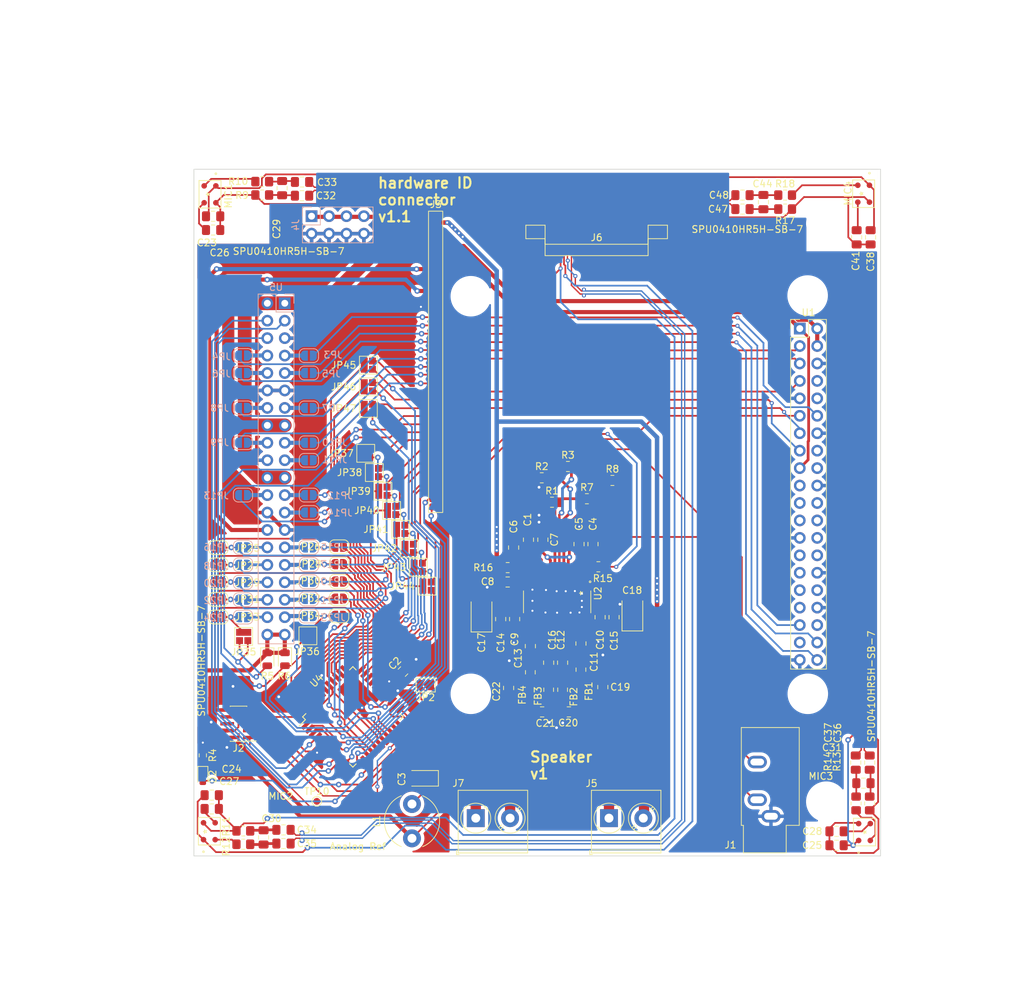
<source format=kicad_pcb>
(kicad_pcb (version 20211014) (generator pcbnew)
  (title_block (title "Audio Slice") (date "2022-01-28") (rev "v1"))
  (layers (0 "F.Cu" signal "Front") (31 "B.Cu" signal "Back") (34 "B.Paste" user) (35 "F.Paste" user) (36 "B.SilkS" user "B.Silkscreen") (37 "F.SilkS" user "F.Silkscreen") (38 "B.Mask" user) (39 "F.Mask" user) (44 "Edge.Cuts" user))
  (net 0 "")
  (net 1 "GND")
  (net 2 "Net-(C1-Pad2)")
  (net 3 "Net-(C2-Pad1)")
  (net 4 "Net-(C3-Pad1)")
  (net 5 "Net-(C4-Pad1)")
  (net 6 "Net-(C4-Pad2)")
  (net 7 "Net-(C5-Pad2)")
  (net 8 "Net-(C6-Pad1)")
  (net 9 "Net-(C6-Pad2)")
  (net 10 "Net-(C7-Pad2)")
  (net 11 "Net-(C8-Pad2)")
  (net 12 "/12V")
  (net 13 "Net-(C11-Pad1)")
  (net 14 "Net-(C11-Pad2)")
  (net 15 "Net-(C12-Pad1)")
  (net 16 "Net-(C12-Pad2)")
  (net 17 "Net-(C13-Pad1)")
  (net 18 "Net-(C13-Pad2)")
  (net 19 "Net-(C16-Pad1)")
  (net 20 "Net-(C16-Pad2)")
  (net 21 "Net-(C19-Pad1)")
  (net 22 "Net-(C20-Pad2)")
  (net 23 "Net-(C21-Pad1)")
  (net 24 "Net-(C22-Pad2)")
  (net 25 "/Speaker_internal/Microphones/MIC_GND")
  (net 26 "/Speaker_internal/Microphones/MIC1_BIAS")
  (net 27 "/Speaker_internal/Microphones/MIC2_BIAS")
  (net 28 "/Speaker_internal/Microphones/MIC3_BIAS")
  (net 29 "Net-(C26-Pad1)")
  (net 30 "Net-(C27-Pad1)")
  (net 31 "Net-(C28-Pad1)")
  (net 32 "Net-(C29-Pad1)")
  (net 33 "Net-(C29-Pad2)")
  (net 34 "Net-(C30-Pad1)")
  (net 35 "Net-(C30-Pad2)")
  (net 36 "Net-(C31-Pad1)")
  (net 37 "Net-(C31-Pad2)")
  (net 38 "/Speaker_internal/Microphones/MIC1_N")
  (net 39 "/Speaker_internal/Microphones/MIC1_P")
  (net 40 "/Speaker_internal/Microphones/MIC2_N")
  (net 41 "/Speaker_internal/Microphones/MIC2_P")
  (net 42 "/Speaker_internal/Microphones/MIC3_N")
  (net 43 "/Speaker_internal/Microphones/MIC3_P")
  (net 44 "/Speaker_internal/Microphones/MIC4_BIAS")
  (net 45 "/Speaker_internal/Microphones/MIC5_BIAS")
  (net 46 "/Speaker_internal/Microphones/MIC6_BIAS")
  (net 47 "Net-(C41-Pad1)")
  (net 48 "Net-(C44-Pad1)")
  (net 49 "Net-(C44-Pad2)")
  (net 50 "/Speaker_internal/Microphones/MIC4_N")
  (net 51 "/Speaker_internal/Microphones/MIC4_P")
  (net 52 "/Speaker_internal/Microphones/MIC5_N")
  (net 53 "/Speaker_internal/Microphones/MIC5_P")
  (net 54 "/Speaker_internal/Microphones/MIC6_N")
  (net 55 "/Speaker_internal/Microphones/MIC6_P")
  (net 56 "Net-(D2-Pad1)")
  (net 57 "Net-(D2-Pad2)")
  (net 58 "Net-(J2-Pad9)")
  (net 59 "/5V")
  (net 60 "/3V3")
  (net 61 "Net-(J3-Pad15)")
  (net 62 "Net-(J3-Pad16)")
  (net 63 "Net-(J3-Pad17)")
  (net 64 "Net-(J3-Pad18)")
  (net 65 "Net-(J3-Pad19)")
  (net 66 "Net-(J3-Pad20)")
  (net 67 "Net-(J3-Pad21)")
  (net 68 "Net-(J3-Pad22)")
  (net 69 "Net-(J3-Pad23)")
  (net 70 "Net-(J3-Pad24)")
  (net 71 "Net-(J3-Pad25)")
  (net 72 "Net-(J3-Pad26)")
  (net 73 "Net-(J3-Pad27)")
  (net 74 "Net-(J3-Pad28)")
  (net 75 "Net-(J3-Pad29)")
  (net 82 "Net-(JP3-Pad1)")
  (net 83 "Net-(JP4-Pad1)")
  (net 84 "Net-(JP5-Pad1)")
  (net 85 "Net-(JP6-Pad1)")
  (net 86 "Net-(JP7-Pad1)")
  (net 87 "Net-(JP8-Pad1)")
  (net 88 "Net-(JP9-Pad1)")
  (net 89 "Net-(JP10-Pad1)")
  (net 90 "Net-(JP11-Pad1)")
  (net 91 "Net-(JP12-Pad1)")
  (net 92 "Net-(JP13-Pad1)")
  (net 93 "Net-(JP14-Pad1)")
  (net 94 "Net-(JP15-Pad1)")
  (net 95 "Net-(JP16-Pad1)")
  (net 96 "Net-(JP17-Pad1)")
  (net 97 "Net-(JP18-Pad1)")
  (net 98 "Net-(JP19-Pad1)")
  (net 99 "Net-(JP20-Pad1)")
  (net 100 "Net-(JP21-Pad1)")
  (net 101 "Net-(JP22-Pad1)")
  (net 102 "Net-(JP23-Pad1)")
  (net 103 "Net-(JP24-Pad1)")
  (net 104 "Net-(JP25-Pad2)")
  (net 105 "Net-(JP26-Pad2)")
  (net 106 "Net-(JP27-Pad2)")
  (net 107 "Net-(JP28-Pad2)")
  (net 108 "Net-(JP29-Pad2)")
  (net 109 "Net-(JP30-Pad2)")
  (net 110 "Net-(JP31-Pad2)")
  (net 111 "Net-(JP32-Pad2)")
  (net 112 "Net-(JP33-Pad2)")
  (net 113 "Net-(JP34-Pad2)")
  (net 114 "Net-(JP35-Pad3)")
  (net 115 "Net-(JP36-Pad3)")
  (net 116 "Net-(MIC1-Pad4)")
  (net 117 "Net-(MIC2-Pad4)")
  (net 118 "Net-(MIC3-Pad4)")
  (net 119 "Net-(MIC4-Pad4)")
  (net 120 "Net-(R15-Pad2)")
  (net 141 "Net-(R1-Pad2)")
  (net 142 "Net-(R2-Pad2)")
  (net 143 "Net-(R3-Pad2)")
  (net 144 "/Audio Connector/CM4_reserved_1")
  (net 145 "/Audio Connector/CM4_reserved_3")
  (net 146 "/Audio Connector/3V3")
  (net 147 "/Audio Connector/CM4_reserved_2")
  (net 148 "/Audio Connector/JTAG.SRST")
  (net 149 "/Audio Connector/JTAG.TRST")
  (net 150 "/Audio Connector/12V")
  (net 151 "/Audio Connector/5V")
  (net 152 "/Audio Connector/1V8")
  (net 153 "/Audio Connector/feature_1V8")
  (net 154 "/Audio Connector/PCM.CLK")
  (net 155 "/Audio Connector/feature_PCM_CLK")
  (net 156 "/Audio Connector/PCM.FS")
  (net 157 "/Audio Connector/feature_PCM_FS")
  (net 158 "/Audio Connector/PCM.DIN")
  (net 159 "/Audio Connector/feature_PCM_DIN")
  (net 160 "/Audio Connector/PCM.DOUT")
  (net 161 "/Audio Connector/feature_PCM_DOUT")
  (net 162 "/Audio Connector/I2C1.SDA")
  (net 163 "/Audio Connector/feature_I2C1_SDA")
  (net 164 "/Audio Connector/I2C1.SCL")
  (net 165 "/Audio Connector/feature_I2C1_SCL")
  (net 166 "/Audio Connector/SPI1.SCK")
  (net 167 "/Audio Connector/feature_SPI1_SCK")
  (net 168 "/Audio Connector/SPI1.MOSI")
  (net 169 "/Audio Connector/feature_SPI1_MOSI")
  (net 170 "/Audio Connector/SPI1.MISO")
  (net 171 "/Audio Connector/feature_SPI1_MISO")
  (net 172 "/Audio Connector/feature_SPI2_SCK")
  (net 173 "/Audio Connector/feature_SPI2_MOSI")
  (net 174 "/Audio Connector/feature_SPI2_MISO")
  (net 175 "/Audio Connector/feature_GPIO_1")
  (net 176 "/Audio Connector/feature_GPIO_2")
  (net 177 "/Audio Connector/feature_GPIO_3")
  (net 178 "/Audio Connector/feature_GPIO_4")
  (net 179 "/Audio Connector/feature_GPIO_5")
  (net 180 "/Audio Connector/feature_GPIO_6")
  (net 181 "/Audio Connector/feature_GPIO_7")
  (net 182 "/Audio Connector/feature_GPIO_8")
  (net 183 "/Audio Connector/feature_GPIO_9")
  (net 184 "/Audio Connector/feature_GPIO_10")
  (net 185 "/Audio Connector/feature_INT0")
  (net 186 "/Audio Connector/feature_INT1")
  (net 187 "/Audio Connector/SPI2.SCK")
  (net 188 "/Audio Connector/SPI2.MOSI")
  (net 189 "/Audio Connector/SPI2.MISO")
  (net 190 "/Audio Connector/GPIO.9")
  (net 191 "/Audio Connector/GPIO.10")
  (net 192 "/Audio Connector/GPIO.7")
  (net 193 "/Audio Connector/GPIO.8")
  (net 194 "/Audio Connector/GPIO.5")
  (net 195 "/Audio Connector/GPIO.6")
  (net 196 "/Audio Connector/GPIO.3")
  (net 197 "/Audio Connector/GPIO.4")
  (net 198 "/Audio Connector/GPIO.1")
  (net 199 "/Audio Connector/GPIO.2")
  (net 200 "/Audio Connector/PA0")
  (net 201 "/Audio Connector/PA1")
  (net 202 "/Audio Connector/PA2")
  (net 203 "/Audio Connector/PA3")
  (net 204 "/Audio Connector/PA4")
  (net 205 "/Audio Connector/PA5")
  (net 206 "/Audio Connector/PA6")
  (net 207 "/Audio Connector/PA7")
  (net 208 "/Audio Connector/uC_SPI..SCK")
  (net 209 "/Audio Connector/uC_SPI..MISO")
  (net 210 "/Audio Connector/uC_SPI..MOSI")
  (net 211 "/Audio Connector/CM4_reset_feature")
  (net 212 "/Audio Connector/CM4_UART_Tx")
  (net 213 "/Audio Connector/CM4_UART_Rx")
  (footprint "hardware_id:3_way_solder_jumper" (layer "F.Cu") (at 111.225 100.84)
    (fp_text reference "JP39")
    (fp_text value "Sloder_Jumper_3")
  )
  (footprint "Capacitor_SMD:C_0805_2012Metric_Pad1.18x1.45mm_HandSolder" (layer "F.Cu") (at 177.292 150.368 180)
    (fp_text reference "C28")
    (fp_text value "100nF")
  )
  (footprint "Capacitor_Tantalum_SMD:CP_EIA-3528-21_Kemet-B_Pad1.50x2.35mm_HandSolder" (layer "F.Cu") (at 147.55725 118.547748 90)
    (fp_text reference "C18")
    (fp_text value "100uF Tantalum")
  )
  (footprint "Inductor_SMD:L_0805_2012Metric_Pad1.15x1.40mm_HandSolder" (layer "F.Cu") (at 132.69825 127.205248 -90)
    (fp_text reference "FB4")
    (fp_text value "FerriteBead")
  )
  (footprint "Capacitor_SMD:C_0805_2012Metric_Pad1.18x1.45mm_HandSolder" (layer "F.Cu") (at 132.69825 123.395248 90)
    (fp_text reference "C13")
    (fp_text value "220nF")
  )
  (footprint "Inductor_SMD:L_0805_2012Metric_Pad1.15x1.40mm_HandSolder" (layer "F.Cu") (at 137.39725 129.745248 -90)
    (fp_text reference "FB2")
    (fp_text value "FerriteBead")
  )
  (footprint "Capacitor_SMD:C_0805_2012Metric_Pad1.18x1.45mm_HandSolder" (layer "F.Cu") (at 135.36525 125.808248 90)
    (fp_text reference "C16")
    (fp_text value "220nF")
  )
  (footprint "Resistor_SMD:R_0805_2012Metric_Pad1.20x1.40mm_HandSolder" (layer "F.Cu") (at 135.85175 102.440248)
    (fp_text reference "R1")
    (fp_text value "39k 1%")
  )
  (footprint "hardware_id:3_way_solder_jumper" (layer "F.Cu") (at 115.05 109.165)
    (fp_text reference "JP42")
    (fp_text value "Sloder_Jumper_3")
  )
  (footprint "Resistor_SMD:R_0805_2012Metric_Pad1.20x1.40mm_HandSolder" (layer "F.Cu") (at 93.65 55.75)
    (fp_text reference "R10")
    (fp_text value "51R 1%")
  )
  (footprint "Resistor_SMD:R_0805_2012Metric_Pad1.20x1.40mm_HandSolder" (layer "F.Cu") (at 182.118 146.304 90)
    (fp_text reference "R13")
    (fp_text value "51R 1%")
  )
  (footprint "TPA3140D2:TPA3140D2PWPR" (layer "F.Cu") (at 136.6 116.95 -90)
    (fp_text reference "U2")
    (fp_text value "TPA3140D2PWPR")
  )
  (footprint "Capacitor_SMD:C_0805_2012Metric_Pad1.18x1.45mm_HandSolder" (layer "F.Cu") (at 130.41225 119.458248 90)
    (fp_text reference "C9")
    (fp_text value "1nF")
  )
  (footprint "FreeSpeeker:mouting_hole_with_clearance" (layer "F.Cu") (at 124.028741 130.340562)
    (fp_text reference "H5" hide)
    (fp_text value "MountingHole")
  )
  (footprint "Resistor_SMD:R_0805_2012Metric_Pad1.20x1.40mm_HandSolder" (layer "F.Cu") (at 134.36 98.8825)
    (fp_text reference "R2")
    (fp_text value "33k 1%")
  )
  (footprint "TerminalBlock_Phoenix:TerminalBlock_Phoenix_PT-1,5-2-5.0-H_1x02_P5.00mm_Horizontal" (layer "F.Cu") (at 144.15 148.45)
    (fp_text reference "J5")
    (fp_text value "Screw_Terminal")
  )
  (footprint "Capacitor_SMD:C_0805_2012Metric_Pad1.18x1.45mm_HandSolder" (layer "F.Cu") (at 163.593 59.75 180)
    (fp_text reference "C47")
    (fp_text value "10nF")
  )
  (footprint "Capacitor_SMD:C_0805_2012Metric_Pad1.18x1.45mm_HandSolder" (layer "F.Cu") (at 144.89025 119.182748 90)
    (fp_text reference "C15")
    (fp_text value "100nF")
  )
  (footprint "Capacitor_SMD:C_0805_2012Metric_Pad1.18x1.45mm_HandSolder" (layer "F.Cu") (at 130.26375 109.044248 -90)
    (fp_text reference "C6")
    (fp_text value "1uF")
  )
  (footprint "hardware_id:3_way_solder_jumper" (layer "F.Cu") (at 113.825 106.39)
    (fp_text reference "JP41")
    (fp_text value "Sloder_Jumper_3")
  )
  (footprint "hardware_id:3_way_solder_jumper" (layer "F.Cu") (at 100.3 121.89 -90)
    (fp_text reference "JP36")
    (fp_text value "Sloder_Jumper_3")
  )
  (footprint "hardware_id:3_way_solder_jumper" (layer "F.Cu") (at 90.95 121.99 -90)
    (fp_text reference "JP35")
    (fp_text value "Sloder_Jumper_3")
  )
  (footprint "Capacitor_SMD:C_0805_2012Metric_Pad1.18x1.45mm_HandSolder" (layer "F.Cu") (at 129.534 129.4895 -90)
    (fp_text reference "C22")
    (fp_text value "1nF")
  )
  (footprint "FreeSpeeker:mouting_hole_with_clearance" (layer "F.Cu") (at 124.028741 72.440562)
    (fp_text reference "H6" hide)
    (fp_text value "MountingHole")
  )
  (footprint "Inductor_SMD:L_0805_2012Metric_Pad1.15x1.40mm_HandSolder" (layer "F.Cu") (at 140.06425 126.824248 -90)
    (fp_text reference "FB1")
    (fp_text value "FerriteBead")
  )
  (footprint "FreeSpeeker:FPC_30" (layer "F.Cu") (at 142.35 65.7 180)
    (fp_text reference locked "J6")
    (fp_text value "30Pin_Connector_FPC")
  )
  (footprint "FreeSpeeker:mouting_hole_with_clearance" (layer "F.Cu") (at 173.078741 72.340562)
    (fp_text reference "H8" hide)
    (fp_text value "MountingHole")
  )
  (footprint "SPU0410HR5H-SB-7:SPU0410HR5H-SB-7" (layer "F.Cu") (at 181.356 150.4696 90)
    (fp_text reference "MIC3")
    (fp_text value "SPU0410HR5H-SB-7")
  )
  (footprint "LED_SMD:LED_1206_3216Metric" (layer "F.Cu") (at 117.02 142.65 180)
    (fp_text reference "C3")
    (fp_text value "100n")
  )
  (footprint "SPU0410HR5H-SB-7:SPU0410HR5H-SB-7" (layer "F.Cu") (at 181.234 57.5125 -90)
    (fp_text reference "MIC4")
    (fp_text value "SPU0410HR5H-SB-7")
  )
  (footprint "Capacitor_SMD:C_0805_2012Metric_Pad1.18x1.45mm_HandSolder" (layer "F.Cu") (at 142.85825 119.182748 90)
    (fp_text reference "C10")
    (fp_text value "1nF")
  )
  (footprint "Resistor_SMD:R_0805_2012Metric_Pad1.20x1.40mm_HandSolder" (layer "F.Cu") (at 180.1368 146.304 90)
    (fp_text reference "R14")
    (fp_text value "51R 1%")
  )
  (footprint "FreeSpeeker:mouting_hole_with_clearance" (layer "F.Cu") (at 91.6 146.05)
    (fp_text reference "H2" hide)
    (fp_text value "MountingHole")
  )
  (footprint "Capacitor_SMD:C_0805_2012Metric_Pad1.18x1.45mm_HandSolder" (layer "F.Cu") (at 137.39725 125.808248 90)
    (fp_text reference "C12")
    (fp_text value "220nF")
  )
  (footprint "Resistor_SMD:R_0805_2012Metric_Pad1.20x1.40mm_HandSolder" (layer "F.Cu") (at 144.647 99.2635)
    (fp_text reference "R8")
    (fp_text value "33k 1%")
  )
  (footprint "TerminalBlock_Phoenix:TerminalBlock_Phoenix_PT-1,5-2-5.0-H_1x02_P5.00mm_Horizontal" (layer "F.Cu") (at 124.75 148.45)
    (fp_text reference "J7")
    (fp_text value "Screw_Terminal")
  )
  (footprint "Capacitor_SMD:C_0805_2012Metric_Pad1.18x1.45mm_HandSolder" (layer "F.Cu") (at 180.086 140.3604 90)
    (fp_text reference "C37")
    (fp_text value "10nF")
  )
  (footprint "Capacitor_SMD:C_0805_2012Metric_Pad1.18x1.45mm_HandSolder" (layer "F.Cu") (at 163.593 57.718 180)
    (fp_text reference "C48")
    (fp_text value "10nF")
  )
  (footprint "Capacitor_SMD:C_0805_2012Metric_Pad1.18x1.45mm_HandSolder" (layer "F.Cu") (at 96.75 150.15)
    (fp_text reference "C34")
    (fp_text value "10nF")
  )
  (footprint "Capacitor_SMD:C_0805_2012Metric_Pad1.18x1.45mm_HandSolder" (layer "F.Cu") (at 180.218 63.8625 -90)
    (fp_text reference "C41")
    (fp_text value "100nF")
  )
  (footprint "Inductor_THT:L_Radial_D7.8mm_P5.00mm_Fastron_07HCP" (layer "F.Cu") (at 115.46 151.39 90)
    (fp_text reference "L1")
    (fp_text value "10m")
  )
  (footprint "Capacitor_SMD:C_0805_2012Metric_Pad1.18x1.45mm_HandSolder" (layer "F.Cu") (at 96.75 152.15)
    (fp_text reference "C35")
    (fp_text value "10nF")
  )
  (footprint "Jumper:SolderJumper-2_P1.3mm_Open_RoundedPad1.0x1.5mm" (layer "F.Cu") (at 87.26 116.6 180)
    (fp_text reference "JP31")
    (fp_text value "SolderJumper_2_Open")
  )
  (footprint "Connector_PinHeader_2.54mm:PinHeader_2x20_P2.54mm_Vertical" (layer "F.Cu") (at 171.935 77.153)
    (fp_text reference "U1")
    (fp_text value "ReSpeaker_4-Mic_Linear_Array")
  )
  (footprint "Jumper:SolderJumper-2_P1.3mm_Open_RoundedPad1.0x1.5mm" (layer "F.Cu") (at 104.85 118.99)
    (fp_text reference "JP34")
    (fp_text value "SolderJumper_2_Open")
  )
  (footprint "Jumper:SolderJumper-2_P1.3mm_Open_RoundedPad1.0x1.5mm" (layer "F.Cu") (at 104.85 113.99)
    (fp_text reference "JP30")
    (fp_text value "SolderJumper_2_Open")
  )
  (footprint "Resistor_SMD:R_0805_2012Metric_Pad1.20x1.40mm_HandSolder" (layer "F.Cu") (at 90.9 152.25)
    (fp_text reference "R12")
    (fp_text value "51R 1%")
  )
  (footprint "Capacitor_SMD:C_0805_2012Metric_Pad1.18x1.45mm_HandSolder" (layer "F.Cu") (at 128.38025 119.458248 90)
    (fp_text reference "C14")
    (fp_text value "100nF")
  )
  (footprint "Capacitor_SMD:C_0805_2012Metric_Pad1.18x1.45mm_HandSolder" (layer "F.Cu") (at 177.292 152.4)
    (fp_text reference "C25")
    (fp_text value "100nF")
  )
  (footprint "hardware_id:3_way_solder_jumper" (layer "F.Cu") (at 109.11 82.48)
    (fp_text reference "JP45")
    (fp_text value "Sloder_Jumper_3")
  )
  (footprint "Capacitor_SMD:C_0805_2012Metric_Pad1.18x1.45mm_HandSolder" (layer "F.Cu") (at 182.25 63.8625 90)
    (fp_text reference "C38")
    (fp_text value "100nF")
  )
  (footprint "Capacitor_SMD:C_0805_2012Metric_Pad1.18x1.45mm_HandSolder" (layer "F.Cu") (at 96.55 56.7 90)
    (fp_text reference "C29")
    (fp_text value "33pF")
  )
  (footprint "Resistor_SMD:R_0805_2012Metric_Pad1.20x1.40mm_HandSolder" (layer "F.Cu") (at 169.8 59.75 180)
    (fp_text reference "R17")
    (fp_text value "51R 1%")
  )
  (footprint "hardware_id:3_way_solder_jumper" (layer "F.Cu") (at 109.11 88.78)
    (fp_text reference "JP47")
    (fp_text value "Sloder_Jumper_3")
  )
  (footprint "Capacitor_SMD:C_0805_2012Metric_Pad1.18x1.45mm_HandSolder" (layer "F.Cu") (at 86.3 145.1 180)
    (fp_text reference "C24")
    (fp_text value "100nF")
  )
  (footprint "LED_SMD:LED_0603_1608Metric" (layer "F.Cu") (at 85 142.4 -90)
    (fp_text reference "D2")
    (fp_text value "LED Green")
  )
  (footprint "LED_SMD:LED_0805_2012Metric" (layer "F.Cu") (at 94.39 125.32 -90)
    (fp_text reference "R5")
    (fp_text value "2K2")
  )
  (footprint "Resistor_SMD:R_0805_2012Metric_Pad1.20x1.40mm_HandSolder" (layer "F.Cu") (at 140.93175 101.932248)
    (fp_text reference "R7")
    (fp_text value "56k 1%")
  )
  (footprint "Inductor_SMD:L_0805_2012Metric_Pad1.15x1.40mm_HandSolder" (layer "F.Cu") (at 135.36525 129.745248 -90)
    (fp_text reference "FB3")
    (fp_text value "FerriteBead")
  )
  (footprint "Capacitor_SMD:C_0805_2012Metric_Pad1.18x1.45mm_HandSolder" (layer "F.Cu") (at 134.5184 107.8992 -90)
    (fp_text reference "C7")
    (fp_text value "1uF")
  )
  (footprint "Capacitor_SMD:C_0805_2012Metric_Pad1.18x1.45mm_HandSolder" (layer "F.Cu") (at 143.25 129.3625 90)
    (fp_text reference "C19")
    (fp_text value "1nF")
  )
  (footprint "Capacitor_SMD:C_0805_2012Metric_Pad1.18x1.45mm_HandSolder" (layer "F.Cu") (at 134.4135 132.9715)
    (fp_text reference "C21")
    (fp_text value "1nF")
  )
  (footprint "hardware_id:3_way_solder_jumper" (layer "F.Cu") (at 117.65 114.665)
    (fp_text reference "JP44")
    (fp_text value "Sloder_Jumper_3")
  )
  (footprint "Capacitor_SMD:C_0805_2012Metric_Pad1.18x1.45mm_HandSolder" (layer "F.Cu") (at 93.85 151.25 -90)
    (fp_text reference "C30")
    (fp_text value "33pF")
  )
  (footprint "Capacitor_Tantalum_SMD:CP_EIA-3528-21_Kemet-B_Pad1.50x2.35mm_HandSolder" (layer "F.Cu") (at 125.58625 118.696248 90)
    (fp_text reference "C17")
    (fp_text value "100uF Tantalum")
  )
  (footprint "Capacitor_SMD:C_0805_2012Metric" (layer "F.Cu") (at 114.15 127.1 45)
    (fp_text reference "C2")
    (fp_text value "10n")
  )
  (footprint "Capacitor_SMD:C_0805_2012Metric_Pad1.18x1.45mm_HandSolder" (layer "F.Cu") (at 99.45 57.8)
    (fp_text reference "C32")
    (fp_text value "10nF")
  )
  (footprint "Capacitor_SMD:C_0805_2012Metric_Pad1.18x1.45mm_HandSolder" (layer "F.Cu") (at 132.42275 107.901248 -90)
    (fp_text reference "C1")
    (fp_text value "1uF")
  )
  (footprint "Capacitor_SMD:C_0805_2012Metric_Pad1.18x1.45mm_HandSolder" (layer "F.Cu") (at 86.3 147.1)
    (fp_text reference "C27")
    (fp_text value "100nF")
  )
  (footprint "Jumper:SolderJumper-2_P1.3mm_Open_RoundedPad1.0x1.5mm" (layer "F.Cu") (at 104.85 108.92)
    (fp_text reference "JP26")
    (fp_text value "SolderJumper_2_Open")
  )
  (footprint "Jumper:SolderJumper-2_P1.3mm_Open_RoundedPad1.0x1.5mm" (layer "F.Cu") (at 87.26 114.07 180)
    (fp_text reference "JP29")
    (fp_text value "SolderJumper_2_Open")
  )
  (footprint "FreeSpeeker:mouting_hole_with_clearance" (layer "F.Cu") (at 175.8 146.05)
    (fp_text reference "H3" hide)
    (fp_text value "MountingHole")
  )
  (footprint "FreeSpeeker:mouting_hole_with_clearance" (layer "F.Cu") (at 91.6 61.85)
    (fp_text reference "H1" hide)
    (fp_text value "MountingHole")
  )
  (footprint "hardware_id:3_way_solder_jumper" (layer "F.Cu") (at 112.5 103.64)
    (fp_text reference "JP40")
    (fp_text value "Sloder_Jumper_3")
  )
  (footprint "Jumper:SolderJumper-2_P1.3mm_Open_RoundedPad1.0x1.5mm" (layer "F.Cu") (at 104.85 111.46)
    (fp_text reference "JP28")
    (fp_text value "SolderJumper_2_Open")
  )
  (footprint "Capacitor_SMD:C_0805_2012Metric_Pad1.18x1.45mm_HandSolder" (layer "F.Cu") (at 129.39625 114.059248)
    (fp_text reference "C8")
    (fp_text value "1uF")
  )
  (footprint "Capacitor_SMD:C_0805_2012Metric_Pad1.18x1.45mm_HandSolder" (layer "F.Cu") (at 140.06425 123.014248 90)
    (fp_text reference "C11")
    (fp_text value "220nF")
  )
  (footprint "Capacitor_SMD:C_0805_2012Metric_Pad1.18x1.45mm_HandSolder" (layer "F.Cu") (at 86.5 62.8)
    (fp_text reference "C26")
    (fp_text value "100nF")
  )
  (footprint "Capacitor_SMD:C_0805_2012Metric_Pad1.18x1.45mm_HandSolder" (layer "F.Cu") (at 138.3135 132.9715)
    (fp_text reference "C20")
    (fp_text value "1nF")
  )
  (footprint "hardware_id:3_way_solder_jumper" (layer "F.Cu") (at 109.975 98.115)
    (fp_text reference "JP38")
    (fp_text value "Sloder_Jumper_3")
  )
  (footprint "Connector_PinHeader_1.00mm:PinHeader_2x05_P1.00mm_Vertical_SMD" (layer "F.Cu") (at 90.2 134.7 180)
    (fp_text reference "J2")
    (fp_text value "AVR-JTAG-10")
  )
  (footprint "Jumper:SolderJumper-2_P1.3mm_Open_RoundedPad1.0x1.5mm" (layer "F.Cu") (at 87.26 119.16 180)
    (fp_text reference "JP33")
    (fp_text value "SolderJumper_2_Open")
  )
  (footprint "Capacitor_SMD:C_0805_2012Metric_Pad1.18x1.45mm_HandSolder" (layer "F.Cu") (at 141.82075 108.536248 -90)
    (fp_text reference "C4")
    (fp_text value "1uF")
  )
  (footprint "FreeSpeeker:mouting_hole_with_clearance" (layer "F.Cu") (at 173.103741 130.340562)
    (fp_text reference "H7" hide)
    (fp_text value "MountingHole")
  )
  (footprint "Package_QFP:TQFP-44_10x10mm_P0.8mm" (layer "F.Cu") (at 106.85 133.7 45)
    (fp_text reference "U4")
    (fp_text value "ATmega32-16A")
  )
  (footprint "hardware_id:3_way_solder_jumper" (layer "F.Cu") (at 109.11 85.63)
    (fp_text reference "JP46")
    (fp_text value "Sloder_Jumper_3")
  )
  (footprint "SPU0410HR5H-SB-7:SPU0410HR5H-SB-7" (layer "F.Cu") (at 86.05 57.6 -90)
    (fp_text reference "MIC1")
    (fp_text value "SPU0410HR5H-SB-7")
  )
  (footprint "Capacitor_SMD:C_0805_2012Metric_Pad1.18x1.45mm_HandSolder" (layer "F.Cu") (at 99.45 55.8)
    (fp_text reference "C33")
    (fp_text value "10nF")
  )
  (footprint "Jumper:SolderJumper-2_P1.3mm_Open_TrianglePad1.0x1.5mm" (layer "F.Cu") (at 117.45 129.075 180)
    (fp_text reference "JP2")
    (fp_text value "SolderJumper_2_Open")
  )
  (footprint "Capacitor_SMD:C_0805_2012Metric_Pad1.18x1.45mm_HandSolder" (layer "F.Cu") (at 182.118 140.3604 90)
    (fp_text reference "C36")
    (fp_text value "10nF")
  )
  (footprint "Capacitor_SMD:C_0805_2012Metric_Pad1.18x1.45mm_HandSolder" (layer "F.Cu") (at 166.641 58.734 90)
    (fp_text reference "C44")
    (fp_text value "33pF")
  )
  (footprint "SPU0410HR5H-SB-7:SPU0410HR5H-SB-7" (layer "F.Cu") (at 85.95 150.35 90)
    (fp_text reference "MIC2")
    (fp_text value "SPU0410HR5H-SB-7")
  )
  (footprint "hardware_id:3_way_solder_jumper" (layer "F.Cu") (at 116.375 111.915)
    (fp_text reference "JP43")
    (fp_text value "Sloder_Jumper_3")
  )
  (footprint "Resistor_SMD:R_0603_1608Metric" (layer "F.Cu") (at 85 139.3 -90)
    (fp_text reference "R4")
    (fp_text value "120")
  )
  (footprint "Resistor_SMD:R_0805_2012Metric_Pad1.20x1.40mm_HandSolder" (layer "F.Cu") (at 169.8 57.718 180)
    (fp_text reference "R18")
    (fp_text value "51R 1%")
  )
  (footprint "Resistor_SMD:R_0805_2012Metric_Pad1.20x1.40mm_HandSolder" (layer "F.Cu") (at 142.60425 111.838248 180)
    (fp_text reference "R15")
    (fp_text value "10k 1%")
  )
  (footprint "Jumper:SolderJumper-2_P1.3mm_Open_RoundedPad1.0x1.5mm" (layer "F.Cu") (at 87.261 111.552 180)
    (fp_text reference "JP27")
    (fp_text value "SolderJumper_2_Open")
  )
  (footprint "Capacitor_SMD:C_0805_2012Metric_Pad1.18x1.45mm_HandSolder" (layer "F.Cu") (at 139.78875 108.536248 -90)
    (fp_text reference "C5")
    (fp_text value "1uF")
  )
  (footprint "hardware_id:3_way_solder_jumper" (layer "F.Cu") (at 108.725 95.315)
    (fp_text reference "JP37")
    (fp_text value "Sloder_Jumper_3")
  )
  (footprint "Capacitor_SMD:C_0805_2012Metric_Pad1.18x1.45mm_HandSolder" (layer "F.Cu") (at 181.2036 143.3576 180)
    (fp_text reference "C31")
    (fp_text value "33pF")
  )
  (footprint "Jumper:SolderJumper-2_P1.3mm_Open_RoundedPad1.0x1.5mm" (layer "F.Cu") (at 104.85 116.49)
    (fp_text reference "JP32")
    (fp_text value "SolderJumper_2_Open")
  )
  (footprint "LED_SMD:LED_0805_2012Metric" (layer "F.Cu") (at 96.96 125.31 -90)
    (fp_text reference "R6")
    (fp_text value "2K2")
  )
  (footprint "Resistor_SMD:R_0805_2012Metric_Pad1.20x1.40mm_HandSolder" (layer "F.Cu") (at 90.9 150.3)
    (fp_text reference "R11")
    (fp_text value "51R 1%")
  )
  (footprint "Resistor_SMD:R_0805_2012Metric_Pad1.20x1.40mm_HandSolder" (layer "F.Cu") (at 138.17 97.2315)
    (fp_text reference "R3")
    (fp_text value "33k 1%")
  )
  (footprint "Jumper:SolderJumper-2_P1.3mm_Open_RoundedPad1.0x1.5mm" (layer "F.Cu") (at 87.261 109.052 180)
    (fp_text reference "JP25")
    (fp_text value "SolderJumper_2_Open")
  )
  (footprint "Resistor_SMD:R_0805_2012Metric_Pad1.20x1.40mm_HandSolder" (layer "F.Cu") (at 93.65 57.7)
    (fp_text reference "R9")
    (fp_text value "51R 1%")
  )
  (footprint "Connector_Audio:Jack_3.5mm_CUI_SJ1-3533NG_Horizontal" (layer "F.Cu") (at 167.74 148.1736 180)
    (fp_text reference "J1")
    (fp_text value "AudioJack3")
  )
  (footprint "hardware_id:hardware_ID_feature_connector_for_production" (layer "F.Cu") (at 118.9 85.125)
    (fp_text reference "J3")
    (fp_text value "Hardware_ID_feature_connector")
  )
  (footprint "TestPoint:TestPoint_Pad_D1.0mm" (layer "F.Cu") (at 101.6 146)
    (fp_text reference "TP10")
    (fp_text value "TestPoint")
  )
  (footprint "FreeSpeeker:mouting_hole_with_clearance" (layer "F.Cu") (at 175.8 61.85)
    (fp_text reference "H4" hide)
    (fp_text value "MountingHole")
  )
  (footprint "Capacitor_SMD:C_0805_2012Metric_Pad1.18x1.45mm_HandSolder" (layer "F.Cu") (at 86.5 60.8 180)
    (fp_text reference "C23")
    (fp_text value "100nF")
  )
  (footprint "Resistor_SMD:R_0805_2012Metric_Pad1.20x1.40mm_HandSolder" (layer "F.Cu") (at 129.39625 111.965248 180)
    (fp_text reference "R16")
    (fp_text value "10R 1%")
  )
  (footprint "Jumper:SolderJumper-2_P1.3mm_Open_RoundedPad1.0x1.5mm" (layer "B.Cu") (at 90.87 119.17 180)
    (fp_text reference "JP24")
    (fp_text value "SolderJumper_2_Open")
  )
  (footprint "Jumper:SolderJumper-2_P1.3mm_Open_RoundedPad1.0x1.5mm" (layer "B.Cu") (at 90.86 114.09 180)
    (fp_text reference "JP20")
    (fp_text value "SolderJumper_2_Open")
  )
  (footprint "Jumper:SolderJumper-2_P1.3mm_Open_RoundedPad1.0x1.5mm" (layer "B.Cu") (at 100.45 96.33)
    (fp_text reference "JP11")
    (fp_text value "SolderJumper_2_Open")
  )
  (footprint "Jumper:SolderJumper-2_P1.3mm_Open_RoundedPad1.0x1.5mm" (layer "B.Cu") (at 100.45 83.62)
    (fp_text reference "JP5")
    (fp_text value "SolderJumper_2_Open")
  )
  (footprint "Connector_PinHeader_2.54mm:PinHeader_2x04_P2.54mm_Vertical" (layer "B.Cu") (at 100.839 60.7865 -90)
    (fp_text reference "J4")
    (fp_text value "Conn_02x04_Odd_Even")
  )
  (footprint "Jumper:SolderJumper-2_P1.3mm_Open_RoundedPad1.0x1.5mm" (layer "B.Cu") (at 90.85 101.4 180)
    (fp_text reference "JP13")
    (fp_text value "SolderJumper_2_Open")
  )
  (footprint "Jumper:SolderJumper-2_P1.3mm_Open_RoundedPad1.0x1.5mm" (layer "B.Cu") (at 100.45 81.09)
    (fp_text reference "JP3")
    (fp_text value "SolderJumper_2_Open")
  )
  (footprint "Jumper:SolderJumper-2_P1.3mm_Open_RoundedPad1.0x1.5mm" (layer "B.Cu") (at 100.45 119.02)
    (fp_text reference "JP23")
    (fp_text value "SolderJumper_2_Open")
  )
  (footprint "Jumper:SolderJumper-2_P1.3mm_Open_RoundedPad1.0x1.5mm" (layer "B.Cu") (at 90.86 116.63 180)
    (fp_text reference "JP22")
    (fp_text value "SolderJumper_2_Open")
  )
  (footprint "Jumper:SolderJumper-2_P1.3mm_Open_RoundedPad1.0x1.5mm" (layer "B.Cu") (at 90.85 88.7 180)
    (fp_text reference "JP8")
    (fp_text value "SolderJumper_2_Open")
  )
  (footprint "Jumper:SolderJumper-2_P1.3mm_Open_RoundedPad1.0x1.5mm" (layer "B.Cu") (at 90.85 93.775 180)
    (fp_text reference "JP9")
    (fp_text value "SolderJumper_2_Open")
  )
  (footprint "Jumper:SolderJumper-2_P1.3mm_Open_RoundedPad1.0x1.5mm" (layer "B.Cu") (at 100.45 111.52)
    (fp_text reference "JP17")
    (fp_text value "SolderJumper_2_Open")
  )
  (footprint "Jumper:SolderJumper-2_P1.3mm_Open_RoundedPad1.0x1.5mm" (layer "B.Cu") (at 100.44 88.71)
    (fp_text reference "JP7")
    (fp_text value "SolderJumper_2_Open")
  )
  (footprint "Jumper:SolderJumper-2_P1.3mm_Open_RoundedPad1.0x1.5mm" (layer "B.Cu") (at 100.45 103.94)
    (fp_text reference "JP14")
    (fp_text value "SolderJumper_2_Open")
  )
  (footprint "Jumper:SolderJumper-2_P1.3mm_Open_RoundedPad1.0x1.5mm" (layer "B.Cu") (at 100.45 109.02)
    (fp_text reference "JP15")
    (fp_text value "SolderJumper_2_Open")
  )
  (footprint "Jumper:SolderJumper-2_P1.3mm_Open_RoundedPad1.0x1.5mm" (layer "B.Cu") (at 100.45 101.4)
    (fp_text reference "JP12")
    (fp_text value "SolderJumper_2_Open")
  )
  (footprint "Jumper:SolderJumper-2_P1.3mm_Open_RoundedPad1.0x1.5mm" (layer "B.Cu") (at 90.86 109.01 180)
    (fp_text reference "JP16")
    (fp_text value "SolderJumper_2_Open")
  )
  (footprint "Jumper:SolderJumper-2_P1.3mm_Open_RoundedPad1.0x1.5mm" (layer "B.Cu") (at 90.85 81.07 180)
    (fp_text reference "JP4")
    (fp_text value "SolderJumper_2_Open")
  )
  (footprint "Jumper:SolderJumper-2_P1.3mm_Open_RoundedPad1.0x1.5mm" (layer "B.Cu") (at 100.45 116.52)
    (fp_text reference "JP21")
    (fp_text value "SolderJumper_2_Open")
  )
  (footprint "Jumper:SolderJumper-2_P1.3mm_Open_RoundedPad1.0x1.5mm" (layer "B.Cu") (at 100.45 93.78)
    (fp_text reference "JP10")
    (fp_text value "SolderJumper_2_Open")
  )
  (footprint "Jumper:SolderJumper-2_P1.3mm_Open_RoundedPad1.0x1.5mm" (layer "B.Cu") (at 90.85 83.62 180)
    (fp_text reference "JP6")
    (fp_text value "SolderJumper_2_Open")
  )
  (footprint "Connector_PinHeader_2.54mm:PinHeader_2x20_P2.54mm_Vertical" (layer "B.Cu") (at 96.935 73.465 180)
    (fp_text reference "U5")
    (fp_text value "slice_connector_male")
  )
  (footprint "Jumper:SolderJumper-2_P1.3mm_Open_RoundedPad1.0x1.5mm" (layer "B.Cu") (at 90.86 111.55 180)
    (fp_text reference "JP18")
    (fp_text value "SolderJumper_2_Open")
  )
  (footprint "Jumper:SolderJumper-2_P1.3mm_Open_RoundedPad1.0x1.5mm" (layer "B.Cu") (at 100.45 114.02)
    (fp_text reference "JP19")
    (fp_text value "SolderJumper_2_Open")
  )
  (gr_rect (start 83.7 53.95) (end 183.7 153.95) (layer "Edge.Cuts") (width 0.1) (fill none))
  (gr_text "hardware ID\nconnector\nv1.1" (at 110.35 58.4) (layer "F.SilkS") (effects (font (size 1.524 1.524) (thickness 0.3048)) (justify left)))
  (gr_text "Speaker\nv1" (at 132.4864 140.7668) (layer "F.SilkS") (effects (font (size 1.524 1.524) (thickness 0.3048)) (justify left)))
  (gr_text "Analog Ref" (at 107.586 152.573) (layer "F.SilkS") (effects (font (size 1 1))))
  (segment (start 118.4 74.325) (end 117.1025 74.325) (width 0.2) (layer "F.Cu") (net 1))
  (segment (start 143.25 128.325) (end 143.25 124.697498) (width 1.5) (layer "F.Cu") (net 1))
  (segment (start 118.4 74.325) (end 119.4 74.325) (width 0.2) (layer "F.Cu") (net 1))
  (segment (start 134.974999 115.224999) (end 135.150645 115.400645) (width 0.2) (layer "F.Cu") (net 1))
  (segment (start 133 115.175001) (end 134.774999 116.95) (width 0.2) (layer "F.Cu") (net 1))
  (segment (start 135.75 117.8) (end 133.45 117.8) (width 0.2) (layer "F.Cu") (net 1))
  (segment (start 134.516352 106.863748) (end 134.5184 106.8617) (width 0.4) (layer "F.Cu") (net 1))
  (segment (start 139.824812 115.374812) (end 140.2 115.75) (width 0.2) (layer "F.Cu") (net 1))
  (segment (start 143.25 124.697498) (end 143.26075 124.686748) (width 1.5) (layer "F.Cu") (net 1))
  (segment (start 138.55941 117.25941) (end 138.55941 118.528884) (width 0.2) (layer "F.Cu") (net 1))
  (segment (start 134.974999 118.574999) (end 135.049998 118.5) (width 0.2) (layer "F.Cu") (net 1))
  (segment (start 112.0135 128.5365) (end 110.880509 129.669491) (width 0.2) (layer "F.Cu") (net 1))
  (segment (start 125.58625 117.071248) (end 127.03075 117.071248) (width 1.5) (layer "F.Cu") (net 1))
  (segment (start 85.96 132.7) (end 85.92 132.66) (width 0.25) (layer "F.Cu") (net 1))
  (segment (start 138.6 117.7) (end 140.2 117.7) (width 0.2) (layer "F.Cu") (net 1))
  (segment (start 88.55 132.7) (end 85.96 132.7) (width 0.25) (layer "F.Cu") (net 1))
  (segment (start 129.62875 125.52025) (end 129.62875 128.35725) (width 1.5) (layer "F.Cu") (net 1))
  (segment (start 108.130531 132.419469) (end 108.130531 133.360531) (width 0.25) (layer "F.Cu") (net 1))
  (segment (start 139.183505 115.374812) (end 139.824812 115.374812) (width 0.2) (layer "F.Cu") (net 1))
  (segment (start 133 116.8) (end 133 118.25) (width 0.2) (layer "F.Cu") (net 1))
  (segment (start 145.742749 117.292749) (end 144.89025 118.145248) (width 1.5) (layer "F.Cu") (net 1))
  (segment (start 136.6 116.95) (end 133.15 116.95) (width 0.2) (layer "F.Cu") (net 1))
  (segment (start 133.025001 114.100001) (end 133.025001 115.15) (width 0.2) (layer "F.Cu") (net 1))
  (segment (start 138.225001 118.5) (end 138.225001 119.799999) (width 0.2) (layer "F.Cu") (net 1))
  (segment (start 146.11275 116.922748) (end 145.742749 117.292749) (width 1.5) (layer "F.Cu") (net 1))
  (segment (start 134.9 118.5) (end 133.1 118.5) (width 0.2) (layer "F.Cu") (net 1))
  (segment (start 133 118.4) (end 133 118.25) (width 0.2) (layer "F.Cu") (net 1))
  (segment (start 134.974999 114.100001) (end 134.974999 115.224999) (width 0.2) (layer "F.Cu") (net 1))
  (segment (start 135.451 132.9715) (end 135.451 134.509) (width 1.5) (layer "F.Cu") (net 1))
  (segment (start 125.58625 115.648248) (end 125.58625 117.071248) (width 1.5) (layer "F.Cu") (net 1))
  (segment (start 133.15 116.95) (end 133 116.8) (width 0.2) (layer "F.Cu") (net 1))
  (segment (start 134.974999 118.574999) (end 134.974999 119.799999) (width 0.2) (layer "F.Cu") (net 1))
  (segment (start 139.158317 115.4) (end 139.183505 115.374812) (width 0.2) (layer "F.Cu") (net 1))
  (segment (start 132.42275 106.863748) (end 134.516352 106.863748) (width 0.4) (layer "F.Cu") (net 1))
  (segment (start 102.31 129.16) (end 102.31 127.66) (width 0.25) (layer "F.Cu") (net 1))
  (segment (start 139.35 115.8) (end 140.15 115.8) (width 0.2) (layer "F.Cu") (net 1))
  (segment (start 117.1025 74.325) (end 116.764 73.9865) (width 0.2) (layer "F.Cu") (net 1))
  (segment (start 133.96275 105.34325) (end 133.96275 106.30605) (width 0.65) (layer "F.Cu") (net 1))
  (segment (start 133.96275 101.551248) (end 133.96275 100.26325) (width 0.65) (layer "F.Cu") (net 1))
  (segment (start 85.92 130.87) (end 85.92 132.66) (width 0.25) (layer "F.Cu") (net 1))
  (segment (start 130.28525 122.887248) (end 129.62875 123.543748) (width 1.5) (layer "F.Cu") (net 1))
  (segment (start 139.183505 116.516495) (end 139.183505 115.374812) (width 0.2) (layer "F.Cu") (net 1))
  (segment (start 96.935 106.485) (end 94.395 103.945) (width 0.6) (layer "F.Cu") (net 1))
  (segment (start 130.41225 118.420748) (end 128.38025 118.420748) (width 1.5) (layer "F.Cu") (net 1))
  (segment (start 134.9 117.85) (end 134.9 118.5) (width 0.2) (layer "F.Cu") (net 1))
  (segment (start 135.049998 118.5) (end 139.85 118.5) (width 0.2) (layer "F.Cu") (net 1))
  (segment (start 136.2135 135.0715) (end 136.9135 135.0715) (width 1.5) (layer "F.Cu") (net 1))
  (segment (start 140.15 115.8) (end 140.2 115.75) (width 0.2) (layer "F.Cu") (net 1))
  (segment (start 136.9135 135.0715) (end 137.0135 134.9715) (width 1.5) (layer "F.Cu") (net 1))
  (segment (start 102.819491 137.731009) (end 101.639 138.9115) (width 0.2) (layer "F.Cu") (net 1))
  (segment (start 137.3135 133.009) (end 137.276 132.9715) (width 1.5) (layer "F.Cu") (net 1))
  (segment (start 133.1 118.5) (end 133 118.4) (width 0.2) (layer "F.Cu") (net 1))
  (segment (start 133.96275 104.32725) (end 133.96275 105.34325) (width 0.65) (layer "F.Cu") (net 1))
  (segment (start 133.96275 101.551248) (end 133.96275 103.329248) (width 0.65) (layer "F.Cu") (net 1))
  (segment (start 134.85175 102.440248) (end 133.96275 101.551248) (width 0.65) (layer "F.Cu") (net 1))
  (segment (start 128.35875 114.059248) (end 127.17525 114.059248) (width 1.5) (layer "F.Cu") (net 1))
  (segment (start 136.6 116.95) (end 136.6 118.52315) (width 0.2) (layer "F.Cu") (net 1))
  (segment (start 85.92 130.87) (end 86.01 130.78) (width 0.25) (layer "F.Cu") (net 1))
  (segment (start 127.03075 117.071248) (end 128.38025 118.420748) (width 1.5) (layer "F.Cu") (net 1))
  (segment (start 137.849355 115.400645) (end 137.85 115.4) (width 0.2) (layer "F.Cu") (net 1))
  (segment (start 129.62875 128.35725) (end 129.534 128.452) (width 1.5) (layer "F.Cu") (net 1))
  (segment (start 133.96275 106.30605) (end 134.5184 106.8617) (width 0.65) (layer "F.Cu") (net 1))
  (segment (start 110.880509 129.669491) (end 108.130531 132.419469) (width 0.25) (layer "F.Cu") (net 1))
  (segment (start 127.17525 114.059248) (end 126.41175 114.822748) (width 1.5) (layer "F.Cu") (net 1))
  (segment (start 143.26075 123.416748) (end 142.60425 122.760248) (width 1.5) (layer "F.Cu") (net 1))
  (segment (start 136.8 116.75) (end 140.15 116.75) (width 0.2) (layer "F.Cu") (net 1))
  (segment (start 126.41175 114.822748) (end 125.58625 115.648248) (width 1.5) (layer "F.Cu") (net 1))
  (segment (start 137.3135 134.6715) (end 137.3135 133.009) (width 1.5) (layer "F.Cu") (net 1))
  (segment (start 147.55725 116.922748) (end 146.11275 116.922748) (width 1.5) (layer "F.Cu") (net 1))
  (segment (start 102.819491 129.669491) (end 102.31 129.16) (width 0.25) (layer "F.Cu") (net 1))
  (segment (start 133 115.175001) (end 133 116.8) (width 0.2) (layer "F.Cu") (net 1))
  (segment (start 110.84641 136.07641) (end 110.84641 136.565039) (width 0.25) (layer "F.Cu") (net 1))
  (segment (start 136.6 116.95) (end 136.6 115.473617) (width 0.2) (layer "F.Cu") (net 1))
  (segment (start 134.95 116.45) (end 134.95 115.249998) (width 0.2) (layer "F.Cu") (net 1))
  (segment (start 134.9 118.5) (end 134.974999 118.574999) (width 0.2) (layer "F.Cu") (net 1))
  (segment (start 137.85 115.4) (end 139.158317 115.4) (width 0.2) (layer "F.Cu") (net 1))
  (segment (start 136.6 115.473617) (end 136.527028 115.400645) (width 0.2) (layer "F.Cu") (net 1))
  (segment (start 110.84641 136.565039) (end 111.446194 137.164823) (width 0.25) (layer "F.Cu") (net 1))
  (segment (start 137.85 116.55) (end 137.85 115.4) (width 0.2) (layer "F.Cu") (net 1))
  (segment (start 136.527028 115.400645) (end 137.849355 115.400645) (width 0.2) (layer "F.Cu") (net 1))
  (segment (start 136.0135 135.0715) (end 136.2135 135.0715) (width 1.5) (layer "F.Cu") (net 1))
  (segment (start 142.85825 118.145248) (end 144.89025 118.145248) (width 1.5) (layer "F.Cu") (net 1))
  (segment (start 140.948728 117.548728) (end 140.2 116.8) (width 1.5) (layer "F.Cu") (net 1))
  (segment (start 140.2 115.75) (end 140.2 116.8) (width 0.2) (layer "F.Cu") (net 1))
  (segment (start 133.025001 115.15) (end 133 115.175001) (width 0.2) (layer "F.Cu") (net 1))
  (segment (start 96.06 130.78) (end 86.01 130.78) (width 0.25) (layer "F.Cu") (net 1))
  (segment (start 134.95 115.249998) (end 134.974999 115.224999) (width 0.2) (layer "F.Cu") (net 1))
  (segment (start 129.62875 123.543748) (end 129.62875 125.52025) (width 1.5) (layer "F.Cu") (net 1))
  (segment (start 142.26173 117.548728) (end 140.948728 117.548728) (width 1.5) (layer "F.Cu") (net 1))
  (segment (start 133.96275 100.26325) (end 133.96275 99.48525) (width 0.65) (layer "F.Cu") (net 1))
  (segment (start 139.78875 107.498748) (end 139.78875 106.02675) (width 1.5) (layer "F.Cu") (net 1))
  (segment (start 137.0135 134.9715) (end 137.3135 134.6715) (width 1.5) (layer "F.Cu") (net 1))
  (segment (start 142.85825 118.145248) (end 142.26173 117.548728) (width 1.5) (layer "F.Cu") (net 1))
  (segment (start 133.45 117.8) (end 133 118.25) (width 0.2) (layer "F.Cu") (net 1))
  (segment (start 85 138.475) (end 85 137.45) (width 0.4) (layer "F.Cu") (net 1))
  (segment (start 133.96275 103.329248) (end 133.96275 104.32725) (width 0.65) (layer "F.Cu") (net 1))
  (segment (start 135.451 134.509) (end 136.0135 135.0715) (width 1.5) (layer "F.Cu") (net 1))
  (segment (start 108.130531 133.360531) (end 110.84641 136.07641) (width 0.25) (layer "F.Cu") (net 1))
  (segment (start 140.2 117.7) (end 140.2 118.15) (width 0.2) (layer "F.Cu") (net 1))
  (segment (start 139.78875 106.02675) (end 139.821 105.9945) (width 1.5) (layer "F.Cu") (net 1))
  (segment (start 133.96275 99.48525) (end 133.36 98.8825) (width 0.65) (layer "F.Cu") (net 1))
  (segment (start 136.527028 115.400645) (end 135.150645 115.400645) (width 0.2) (layer "F.Cu") (net 1))
  (segment (start 140.2 116.8) (end 140.2 117.7) (width 0.2) (layer "F.Cu") (net 1))
  (segment (start 136.6 118.52315) (end 136.592989 118.530161) (width 0.2) (layer "F.Cu") (net 1))
  (segment (start 112.139 128.5365) (end 112.0135 128.5365) (width 0.2) (layer "F.Cu") (net 1))
  (segment (start 138.2 116.95) (end 139.35 115.8) (width 0.2) (layer "F.Cu") (net 1))
  (segment (start 135 115.25) (end 133.074999 115.25) (width 0.2) (layer "F.Cu") (net 1))
  (segment (start 140.15 116.75) (end 140.2 116.8) (width 0.2) (layer "F.Cu") (net 1))
  (segment (start 140.2 118.15) (end 139.85 118.5) (width 0.2) (layer "F.Cu") (net 1))
  (segment (start 134.85175 102.440248) (end 133.96275 103.329248) (width 0.65) (layer "F.Cu") (net 1))
  (segment (start 143.26075 124.686748) (end 143.26075 123.416748) (width 1.5) (layer "F.Cu") (net 1))
  (via (at 133 115.175001) (size 0.6) (drill 0.3) (layers "F.Cu" "B.Cu") (net 1))
  (via (at 102.31 127.66) (size 0.8) (drill 0.4) (layers "F.Cu" "B.Cu") (net 1))
  (via (at 133.96275 105.34325) (size 0.8) (drill 0.4) (layers "F.Cu" "B.Cu") (net 1))
  (via (at 139.183505 115.374812) (size 0.6) (drill 0.3) (layers "F.Cu" "B.Cu") (net 1))
  (via (at 140.2 117.7) (size 0.6) (drill 0.3) (layers "F.Cu" "B.Cu") (net 1))
  (via (at 139.85 118.5) (size 0.6) (drill 0.3) (layers "F.Cu" "B.Cu") (net 1))
  (via (at 113.399 129.89) (size 0.8) (drill 0.4) (layers "F.Cu" "B.Cu") (net 1))
  (via (at 134.9 118.5) (size 0.6) (drill 0.3) (layers "F.Cu" "B.Cu") (net 1))
  (via (at 133.96275 104.32725) (size 0.8) (drill 0.4) (layers "F.Cu" "B.Cu") (net 1))
  (via (at 138.55941 118.528884) (size 0.6) (drill 0.3) (layers "F.Cu" "B.Cu") (net 1))
  (via (at 134.974999 115.224999) (size 0.6) (drill 0.3) (layers "F.Cu" "B.Cu") (net 1))
  (via (at 96.06 130.78) (size 0.8) (drill 0.4) (layers "F.Cu" "B.Cu") (net 1))
  (via (at 136.592989 118.530161) (size 0.6) (drill 0.3) (layers "F.Cu" "B.Cu") (net 1))
  (via (at 130.28525 122.887248) (size 0.6) (drill 0.3) (layers "F.Cu" "B.Cu") (net 1))
  (via (at 145.742749 117.292749) (size 0.8) (drill 0.4) (layers "F.Cu" "B.Cu") (net 1))
  (via (at 116.066 125.318) (size 0.8) (drill 0.4) (layers "F.Cu" "B.Cu") (net 1))
  (via (at 101.639 138.9115) (size 0.6) (drill 0.3) (layers "F.Cu" "B.Cu") (net 1))
  (via (at 86.221 134.462) (size 0.8) (drill 0.4) (layers "F.Cu" "B.Cu") (net 1))
  (via (at 133 116.8) (size 0.6) (drill 0.3) (layers "F.Cu" "B.Cu") (net 1))
  (via (at 140.2 116.8) (size 0.6) (drill 0.3) (layers "F.Cu" "B.Cu") (net 1))
  (via (at 137.85 115.4) (size 0.6) (drill 0.3) (layers "F.Cu" "B.Cu") (net 1))
  (via (at 129.62875 125.52025) (size 0.8) (drill 0.4) (layers "F.Cu" "B.Cu") (net 1))
  (via (at 137.4135 134.5715) (size 0.8) (drill 0.4) (layers "F.Cu" "B.Cu") (net 1))
  (via (at 126.41175 114.822748) (size 0.8) (drill 0.4) (layers "F.Cu" "B.Cu") (net 1))
  (via (at 143.26075 124.686748) (size 0.8) (drill 0.4) (layers "F.Cu" "B.Cu") (net 1))
  (via (at 136.5135 135.2715) (size 0.8) (drill 0.4) (layers "F.Cu" "B.Cu") (net 1))
  (via (at 89.396 129.255) (size 0.8) (drill 0.4) (layers "F.Cu" "B.Cu") (net 1))
  (via (at 112.139 128.5365) (size 0.6) (drill 0.3) (layers "F.Cu" "B.Cu") (net 1))
  (via (at 133.96275 100.26325) (size 0.8) (drill 0.4) (layers "F.Cu" "B.Cu") (net 1))
  (via (at 116.764 73.9865) (size 0.6) (drill 0.3) (layers "F.Cu" "B.Cu") (net 1))
  (via (at 85 137.45) (size 0.6) (drill 0.3) (layers "F.Cu" "B.Cu") (net 1))
  (via (at 140.2 115.75) (size 0.6) (drill 0.3) (layers "F.Cu" "B.Cu") (net 1))
  (via (at 88.507 138.145) (size 0.8) (drill 0.4) (layers "F.Cu" "B.Cu") (net 1))
  (via (at 133 118.25) (size 0.6) (drill 0.3) (layers "F.Cu" "B.Cu") (net 1))
  (via (at 136.527028 115.400645) (size 0.6) (drill 0.3) (layers "F.Cu" "B.Cu") (net 1))
  (via (at 142.60425 122.760248) (size 0.6) (drill 0.3) (layers "F.Cu" "B.Cu") (net 1))
  (via (at 139.821 105.9945) (size 0.6) (drill 0.3) (layers "F.Cu" "B.Cu") (net 1))
  (via (at 135.451 134.509) (size 0.8) (drill 0.4) (layers "F.Cu" "B.Cu") (net 1))
  (via (at 108.1846 132.3654) (size 0.6) (drill 0.3) (layers "F.Cu" "B.Cu") (net 1))
  (segment (start 99.18 127.66) (end 96.06 130.78) (width 0.25) (layer "B.Cu") (net 1))
  (segment (start 102.31 127.66) (end 99.18 127.66) (width 0.25) (layer "B.Cu") (net 1))
  (segment (start 134.284739 110.800737) (end 132.42275 108.938748) (width 0.4) (layer "F.Cu") (net 2))
  (segment (start 134.325001 114.100001) (end 134.325001 110.840999) (width 0.35) (layer "F.Cu") (net 2))
  (segment (start 134.325001 110.840999) (end 134.284739 110.800737) (width 0.35) (layer "F.Cu") (net 2))
  (segment (start 111.646878 127.771751) (end 113.478249 127.771751) (width 0.25) (layer "F.Cu") (net 3))
  (segment (start 111.646878 127.771751) (end 110.314823 129.103806) (width 0.25) (layer "F.Cu") (net 3))
  (segment (start 118.508 132.808) (end 116.725 131.025) (width 0.25) (layer "F.Cu") (net 4))
  (segment (start 116.725 131.025) (end 116.725 129.075) (width 0.25) (layer "F.Cu") (net 4))
  (segment (start 115.46 146.39) (end 118.508 143.342) (width 0.25) (layer "F.Cu") (net 4))
  (segment (start 118.508 143.342) (end 118.508 132.808) (width 0.25) (layer "F.Cu") (net 4))
  (segment (start 112.625 129.075) (end 116.725 129.075) (width 0.25) (layer "F.Cu") (net 4))
  (segment (start 111.464823 130.235177) (end 112.625 129.075) (width 0.25) (layer "F.Cu") (net 4))
  (segment (start 162.6 142.24) (end 162.6 143.04) (width 0.25) (layer "F.Cu") (net 5))
  (segment (start 159.198748 107.498748) (end 162.57952 110.87952) (width 0.25) (layer "F.Cu") (net 5))
  (segment (start 141.82075 107.498748) (end 159.198748 107.498748) (width 0.25) (layer "F.Cu") (net 5))
  (segment (start 162.57952 110.87952) (end 162.57952 126.62952) (width 0.25) (layer "F.Cu") (net 5))
  (segment (start 162.6 143.04) (end 165.74 146.18) (width 0.25) (layer "F.Cu") (net 5))
  (segment (start 162.57952 126.62952) (end 162.6 142.24) (width 0.25) (layer "F.Cu") (net 5))
  (segment (start 139.525 111.742498) (end 139.658749 111.608749) (width 0.35) (layer "F.Cu") (net 6))
  (segment (start 139.52025 111.747248) (end 139.658749 111.608749) (width 0.4) (layer "F.Cu") (net 6))
  (segment (start 139.525 114.100001) (end 139.525 111.742498) (width 0.35) (layer "F.Cu") (net 6))
  (segment (start 139.658749 111.608749) (end 141.69375 109.573748) (width 0.4) (layer "F.Cu") (net 6))
  (segment (start 139.78875 110.55365) (end 139.78875 109.573748) (width 0.4) (layer "F.Cu") (net 7))
  (segment (start 138.874999 111.467401) (end 139.78875 110.55365) (width 0.4) (layer "F.Cu") (net 7))
  (segment (start 138.874999 114.100001) (end 138.874999 111.467401) (width 0.4) (layer "F.Cu") (net 7))
  (segment (start 147.7775 94.7275) (end 163.5 110.45) (width 0.25) (layer "F.Cu") (net 8))
  (segment (start 130.26375 98.27975) (end 133.816 94.7275) (width 0.25) (layer "F.Cu") (net 8))
  (segment (start 163.5 138.735) (end 165.445 140.68) (width 0.25) (layer "F.Cu") (net 8))
  (segment (start 130.26375 108.006748) (end 130.26375 98.27975) (width 0.25) (layer "F.Cu") (net 8))
  (segment (start 163.5 110.45) (end 163.5 138.735) (width 0.25) (layer "F.Cu") (net 8))
  (segment (start 165.445 140.68) (end 165.74 140.68) (width 0.25) (layer "F.Cu") (net 8))
  (segment (start 133.816 94.7275) (end 147.7775 94.7275) (width 0.25) (layer "F.Cu") (net 8))
  (segment (start 133.675 111.058498) (end 133.67025 111.053748) (width 0.35) (layer "F.Cu") (net 9))
  (segment (start 132.69825 110.081748) (end 130.26375 110.081748) (width 0.4) (layer "F.Cu") (net 9))
  (segment (start 133.67025 111.053748) (end 132.69825 110.081748) (width 0.4) (layer "F.Cu") (net 9))
  (segment (start 133.675 114.100001) (end 133.675 111.058498) (width 0.35) (layer "F.Cu") (net 9))
  (segment (start 135.1788 110.4392) (end 135.625001 110.885401) (width 0.4) (layer "F.Cu") (net 10))
  (segment (start 142.962252 101.948248) (end 145.647 99.2635) (width 0.4) (layer "F.Cu") (net 10))
  (segment (start 138.3792 105.500798) (end 141.93175 101.948248) (width 0.4) (layer "F.Cu") (net 10))
  (segment (start 134.5184 109.7788) (end 135.1788 110.4392) (width 0.4) (layer "F.Cu") (net 10))
  (segment (start 134.5184 108.9367) (end 134.5184 109.7788) (width 0.4) (layer "F.Cu") (net 10))
  (segment (start 138.3792 110.4392) (end 138.225001 110.593399) (width 0.4) (layer "F.Cu") (net 10))
  (segment (start 138.3792 110.4392) (end 138.3792 105.500798) (width 0.4) (layer "F.Cu") (net 10))
  (segment (start 138.225001 110.593399) (end 138.225001 114.100001) (width 0.4) (layer "F.Cu") (net 10))
  (segment (start 135.625001 110.885401) (end 135.625001 114.100001) (width 0.4) (layer "F.Cu") (net 10))
  (segment (start 141.93175 101.948248) (end 142.962252 101.948248) (width 0.4) (layer "F.Cu") (net 10))
  (via (at 138.3792 110.4392) (size 0.8) (drill 0.4) (layers "F.Cu" "B.Cu") (net 10))
  (via (at 135.1788 110.4392) (size 0.8) (drill 0.4) (layers "F.Cu" "B.Cu") (net 10))
  (segment (start 135.1788 110.4392) (end 138.3792 110.4392) (width 0.4) (layer "B.Cu") (net 10))
  (segment (start 132.375 114.100001) (end 132.375 113.425001) (width 0.35) (layer "F.Cu") (net 11))
  (segment (start 132.375 113.425001) (end 130.915248 111.965248) (width 0.35) (layer "F.Cu") (net 11))
  (segment (start 130.915248 111.965248) (end 130.39625 111.965248) (width 0.35) (layer "F.Cu") (net 11))
  (segment (start 130.39625 114.021748) (end 130.43375 114.059248) (width 1.5) (layer "F.Cu") (net 11))
  (segment (start 130.39625 111.965248) (end 130.39625 114.021748) (width 1.5) (layer "F.Cu") (net 11))
  (segment (start 130.31125 120.321248) (end 131.853751 120.321248) (width 1.5) (layer "F.Cu") (net 12))
  (segment (start 142.85825 120.220248) (end 141.245249 120.220248) (width 1.5) (layer "F.Cu") (net 12))
  (segment (start 120.765 61.715) (end 121.25 62.2) (width 0.65) (layer "F.Cu") (net 12))
  (segment (start 126.47525 111.965248) (end 123.04625 115.394248) (width 1.5) (layer "F.Cu") (net 12))
  (segment (start 141.7 120.674999) (end 141.245249 120.220248) (width 0.35) (layer "F.Cu") (net 12))
  (segment (start 121.25 62.2) (end 121.775 62.725) (width 0.65) (layer "F.Cu") (net 12))
  (segment (start 125.58625 120.321248) (end 128.22725 120.321248) (width 1.5) (layer "F.Cu") (net 12))
  (segment (start 151.15 117.95) (end 148.927252 120.172748) (width 0.65) (layer "F.Cu") (net 12))
  (segment (start 121.775 62.725) (end 122.3 63.25) (width 0.65) (layer "F.Cu") (net 12))
  (segment (start 122.3 63.25) (end 122.85 63.8) (width 0.65) (layer "F.Cu") (net 12))
  (segment (start 132.375 119.799999) (end 132.375 120.825) (width 0.35) (layer "F.Cu") (net 12))
  (segment (start 140.174999 119.799999) (end 140.174999 120.424999) (width 0.35) (layer "F.Cu") (net 12))
  (segment (start 120.585 61.715) (end 120.765 61.715) (width 0.65) (layer "F.Cu") (net 12))
  (segment (start 132.3 120.9) (end 130.816502 120.9) (width 0.35) (layer "F.Cu") (net 12))
  (segment (start 133.025001 120.424999) (end 132.55 120.9) (width 0.35) (layer "F.Cu") (net 12))
  (segment (start 140.6 120.85) (end 141.5 120.85) (width 0.35) (layer "F.Cu") (net 12))
  (segment (start 127.8 111.75) (end 127.584752 111.965248) (width 0.65) (layer "F.Cu") (net 12))
  (segment (start 132.55 120.9) (end 132.3 120.9) (width 0.35) (layer "F.Cu") (net 12))
  (segment (start 148.927252 120.172748) (end 147.55725 120.172748) (width 0.65) (layer "F.Cu") (net 12))
  (segment (start 151.15 113.5) (end 151.15 117.95) (width 0.65) (layer "F.Cu") (net 12))
  (segment (start 147.50975 120.220248) (end 144.89025 120.220248) (width 1.5) (layer "F.Cu") (net 12))
  (segment (start 128.38025 120.474248) (end 128.22725 120.321248) (width 1.5) (layer "F.Cu") (net 12))
  (segment (start 132.375 120.825) (end 132.3 120.9) (width 0.35) (layer "F.Cu") (net 12))
  (segment (start 140.174999 120.424999) (end 140.6 120.85) (width 0.35) (layer "F.Cu") (net 12))
  (segment (start 127.8 106.05) (end 127.8 111.75) (width 0.65) (layer "F.Cu") (net 12))
  (segment (start 144.89025 120.220248) (end 142.85825 120.220248) (width 1.5) (layer "F.Cu") (net 12))
  (segment (start 133.025001 119.799999) (end 133.025001 120.424999) (width 0.35) (layer "F.Cu") (net 12))
  (segment (start 127.584752 111.965248) (end 126.47525 111.965248) (width 1.5) (layer "F.Cu") (net 12))
  (segment (start 119.4 61.715) (end 120.585 61.715) (width 0.65) (layer "F.Cu") (net 12))
  (segment (start 123.04625 115.394248) (end 123.04625 118.442248) (width 1.5) (layer "F.Cu") (net 12))
  (segment (start 141.245249 120.220248) (end 140.825 119.799999) (width 1.5) (layer "F.Cu") (net 12))
  (segment (start 128.38025 120.495748) (end 128.38025 120.474248) (width 1.5) (layer "F.Cu") (net 12))
  (segment (start 124.92525 120.321248) (end 125.58625 120.321248) (width 1.5) (layer "F.Cu") (net 12))
  (segment (start 123.04625 118.442248) (end 124.92525 120.321248) (width 1.5) (layer "F.Cu") (net 12))
  (segment (start 128.39625 111.965248) (end 127.584752 111.965248) (width 1.5) (layer "F.Cu") (net 12))
  (segment (start 131.853751 120.321248) (end 132.375 119.799999) (width 1.5) (layer "F.Cu") (net 12))
  (segment (start 128.22725 120.321248) (end 130.31125 120.321248) (width 1.5) (layer "F.Cu") (net 12))
  (segment (start 147.55725 120.172748) (end 147.50975 120.220248) (width 1.5) (layer "F.Cu") (net 12))
  (via (at 122.3 63.25) (size 0.6) (drill 0.3) (layers "F.Cu" "B.Cu") (net 12))
  (via (at 127.8 108.65) (size 0.6) (drill 0.3) (layers "F.Cu" "B.Cu") (net 12))
  (via (at 121.775 62.725) (size 0.6) (drill 0.3) (layers "F.Cu" "B.Cu") (net 12))
  (via (at 151.15 116.05) (size 0.6) (drill 0.3) (layers "F.Cu" "B.Cu") (net 12))
  (via (at 151.15 113.5) (size 0.6) (drill 0.3) (layers "F.Cu" "B.Cu") (net 12))
  (via (at 121.25 62.2) (size 0.6) (drill 0.3) (layers "F.Cu" "B.Cu") (net 12))
  (via (at 127.8 109.45) (size 0.6) (drill 0.3) (layers "F.Cu" "B.Cu") (net 12))
  (via (at 120.585 61.715) (size 0.6) (drill 0.3) (layers "F.Cu" "B.Cu") (net 12))
  (via (at 151.15 116.85) (size 0.6) (drill 0.3) (layers "F.Cu" "B.Cu") (net 12))
  (via (at 151.15 115.2) (size 0.6) (drill 0.3) (layers "F.Cu" "B.Cu") (net 12))
  (via (at 127.8 106.05) (size 0.6) (drill 0.3) (layers "F.Cu" "B.Cu") (net 12))
  (via (at 122.85 63.8) (size 0.6) (drill 0.3) (layers "F.Cu" "B.Cu") (net 12))
  (via (at 127.8 106.95) (size 0.6) (drill 0.3) (layers "F.Cu" "B.Cu") (net 12))
  (via (at 151.15 114.3) (size 0.6) (drill 0.3) (layers "F.Cu" "B.Cu") (net 12))
  (via (at 127.8 107.8) (size 0.6) (drill 0.3) (layers "F.Cu" "B.Cu") (net 12))
  (segment (start 151.15 115.5) (end 151.15 116.05) (width 0.65) (layer "B.Cu") (net 12))
  (segment (start 122.85 63.8) (end 127.8 68.75) (width 0.65) (layer "B.Cu") (net 12))
  (segment (start 127.8 107.8) (end 127.8 108.65) (width 0.65) (layer "B.Cu") (net 12))
  (segment (start 127.8 90.7) (end 148.85 90.7) (width 0.65) (layer "B.Cu") (net 12))
  (segment (start 151.15 93) (end 151.15 113.5) (width 0.65) (layer "B.Cu") (net 12))
  (segment (start 120.585 61.715) (end 120.765 61.715) (width 0.65) (layer "B.Cu") (net 12))
  (segment (start 127.8 68.75) (end 127.8 90.7) (width 0.65) (layer "B.Cu") (net 12))
  (segment (start 127.8 90.7) (end 127.8 106.05) (width 0.65) (layer "B.Cu") (net 12))
  (segment (start 148.85 90.7) (end 151.05 92.9) (width 0.65) (layer "B.Cu") (net 12))
  (segment (start 151.15 115.2) (end 151.15 115.5) (width 0.65) (layer "B.Cu") (net 12))
  (segment (start 151.15 114.3) (end 151.15 115.2) (width 0.65) (layer "B.Cu") (net 12))
  (segment (start 151.05 92.9) (end 151.15 93) (width 0.65) (layer "B.Cu") (net 12))
  (segment (start 127.8 106.05) (end 127.8 106.95) (width 0.65) (layer "B.Cu") (net 12))
  (segment (start 151.15 116.05) (end 151.15 116.85) (width 0.65) (layer "B.Cu") (net 12))
  (segment (start 120.765 61.715) (end 122.85 63.8) (width 0.65) (layer "B.Cu") (net 12))
  (segment (start 127.8 108.65) (end 127.8 109.45) (width 0.65) (layer "B.Cu") (net 12))
  (segment (start 127.8 106.95) (end 127.8 107.8) (width 0.65) (layer "B.Cu") (net 12))
  (segment (start 151.15 113.5) (end 151.15 114.3) (width 0.65) (layer "B.Cu") (net 12))
  (segment (start 139.95875 124.051748) (end 138.874999 122.967997) (width 0.35) (layer "F.Cu") (net 13))
  (segment (start 140.06425 125.799248) (end 140.06425 124.051748) (width 1.5) (layer "F.Cu") (net 13))
  (segment (start 138.874999 122.967997) (end 138.874999 119.799999) (width 0.35) (layer "F.Cu") (net 13))
  (segment (start 139.52025 121.432748) (end 139.525 121.427998) (width 0.35) (layer "F.Cu") (net 14))
  (segment (start 139.52025 121.432748) (end 140.06425 121.976748) (width 0.35) (layer "F.Cu") (net 14))
  (segment (start 139.525 121.427998) (end 139.525 119.799999) (width 0.35) (layer "F.Cu") (net 14))
  (segment (start 137.574999 119.799999) (end 137.574999 123.342288) (width 0.35) (layer "F.Cu") (net 15))
  (segment (start 137.39725 128.720248) (end 137.39725 126.845748) (width 1.5) (layer "F.Cu") (net 15))
  (segment (start 138.42677 125.816228) (end 137.39725 126.845748) (width 0.35) (layer "F.Cu") (net 15))
  (segment (start 137.574999 123.342288) (end 137.570249 123.347038) (width 0.35) (layer "F.Cu") (net 15))
  (segment (start 137.570249 123.347038) (end 138.42677 124.203559) (width 0.35) (layer "F.Cu") (net 15))
  (segment (start 138.42677 124.203559) (end 138.42677 125.816228) (width 0.35) (layer "F.Cu") (net 15))
  (segment (start 136.925001 124.288999) (end 136.925001 119.799999) (width 0.35) (layer "F.Cu") (net 16))
  (segment (start 136.920251 124.293749) (end 137.39725 124.770748) (width 0.35) (layer "F.Cu") (net 16))
  (segment (start 136.920251 124.293749) (end 136.925001 124.288999) (width 0.35) (layer "F.Cu") (net 16))
  (segment (start 132.69825 126.180248) (end 132.69825 124.432748) (width 1.5) (layer "F.Cu") (net 17))
  (segment (start 134.325001 122.805997) (end 132.69825 124.432748) (width 0.35) (layer "F.Cu") (net 17))
  (segment (start 134.325001 119.799999) (end 134.325001 122.805997) (width 0.35) (layer "F.Cu") (net 17))
  (segment (start 133.675 121.380998) (end 133.675 119.799999) (width 0.35) (layer "F.Cu") (net 18))
  (segment (start 132.69825 122.357748) (end 133.675 121.380998) (width 0.35) (layer "F.Cu") (net 18))
  (segment (start 134.22225 126.062248) (end 135.00575 126.845748) (width 0.35) (layer "F.Cu") (net 19))
  (segment (start 135.625001 122.813977) (end 135.614272 122.813977) (width 0.35) (layer "F.Cu") (net 19))
  (segment (start 134.22225 124.205999) (end 134.22225 126.062248) (width 0.35) (layer "F.Cu") (net 19))
  (segment (start 135.614272 122.813977) (end 134.22225 124.205999) (width 0.35) (layer "F.Cu") (net 19))
  (segment (start 135.36525 128.720248) (end 135.36525 126.845748) (width 1.5) (layer "F.Cu") (net 19))
  (segment (start 135.625001 119.799999) (end 135.625001 122.813977) (width 0.35) (layer "F.Cu") (net 19))
  (segment (start 136.274999 123.860999) (end 136.274999 119.799999) (width 0.35) (layer "F.Cu") (net 20))
  (segment (start 135.36525 124.770748) (end 136.274999 123.860999) (width 0.35) (layer "F.Cu") (net 20))
  (segment (start 143.25 130.4) (end 149.25 136.4) (width 1.5) (layer "F.Cu") (net 21))
  (segment (start 141.6205 130.4) (end 143.25 130.4) (width 1) (layer "F.Cu") (net 21))
  (segment (start 149.25 136.4) (end 149.25 148.35) (width 1.5) (layer "F.Cu") (net 21))
  (segment (start 140.06425 128.84375) (end 141.6205 130.4) (width 1) (layer "F.Cu") (net 21))
  (segment (start 140.06425 127.849248) (end 140.06425 128.84375) (width 1) (layer "F.Cu") (net 21))
  (segment (start 144.15 136.6) (end 144.15 148.45) (width 1.5) (layer "F.Cu") (net 22))
  (segment (start 139.351 131.409) (end 139.351 132.9715) (width 1.5) (layer "F.Cu") (net 22))
  (segment (start 140.5215 132.9715) (end 144.15 136.6) (width 1.5) (layer "F.Cu") (net 22))
  (segment (start 139.351 132.9715) (end 140.5215 132.9715) (width 1.5) (layer "F.Cu") (net 22))
  (segment (start 138.712248 130.770248) (end 139.351 131.409) (width 1.5) (layer "F.Cu") (net 22))
  (segment (start 137.39725 130.770248) (end 138.712248 130.770248) (width 1.5) (layer "F.Cu") (net 22))
  (segment (start 134.114752 130.770248) (end 133.2135 131.6715) (width 1.5) (layer "F.Cu") (net 23))
  (segment (start 133.2135 132.809) (end 133.376 132.9715) (width 1.5) (layer "F.Cu") (net 23))
  (segment (start 133.376 132.9715) (end 129.75 136.5975) (width 1.5) (layer "F.Cu") (net 23))
  (segment (start 135.36525 130.770248) (end 134.114752 130.770248) (width 1.5) (layer "F.Cu") (net 23))
  (segment (start 133.2135 131.6715) (end 133.2135 132.809) (width 1.5) (layer "F.Cu") (net 23))
  (segment (start 129.75 136.5975) (end 129.75 148.45) (width 1.5) (layer "F.Cu") (net 23))
  (segment (start 131.2905 130.527) (end 129.534 130.527) (width 1) (layer "F.Cu") (net 24))
  (segment (start 131.439 130.3785) (end 131.2905 130.527) (width 1) (layer "F.Cu") (net 24))
  (segment (start 129.534 130.527) (end 124.75 135.311) (width 1.5) (layer "F.Cu") (net 24))
  (segment (start 132.69825 128.230248) (end 132.69825 129.11925) (width 1) (layer "F.Cu") (net 24))
  (segment (start 132.69825 129.11925) (end 131.439 130.3785) (width 1) (layer "F.Cu") (net 24))
  (segment (start 124.75 135.311) (end 124.75 148.45) (width 1.5) (layer "F.Cu") (net 24))
  (segment (start 181.9656 135.6868) (end 183.3372 137.0584) (width 0.25) (layer "F.Cu") (net 25))
  (segment (start 139.1 65.7) (end 139.1 63.04) (width 0.25) (layer "F.Cu") (net 25))
  (segment (start 177.078 149.138) (end 180.505999 149.138) (width 0.25) (layer "F.Cu") (net 25))
  (segment (start 92.65 57.7) (end 93.95 59) (width 0.25) (layer "F.Cu") (net 25))
  (segment (start 139.12 63.02) (end 140.52 63.02) (width 0.25) (layer "F.Cu") (net 25))
  (segment (start 175.7112 67.05) (end 181.9656 73.3044) (width 0.25) (layer "F.Cu") (net 25))
  (segment (start 86.900001 58.83) (end 88.030001 57.7) (width 0.25) (layer "F.Cu") (net 25))
  (segment (start 143.1 63.85) (end 143.1 65.7) (width 0.25) (layer "F.Cu") (net 25))
  (segment (start 139.1 63.04) (end 139.12 63.02) (width 0.25) (layer "F.Cu") (net 25))
  (segment (start 88.030001 57.7) (end 92.65 57.7) (width 0.25) (layer "F.Cu") (net 25))
  (segment (start 170.8 59.75) (end 172.55 58) (width 0.25) (layer "F.Cu") (net 25))
  (segment (start 143.1 67.05) (end 141.640978 67.05) (width 0.25) (layer "F.Cu") (net 25))
  (segment (start 180.05 64.9) (end 179 63.85) (width 0.25) (layer "F.Cu") (net 25))
  (segment (start 87.55 59.479999) (end 87.55 60.7875) (width 0.25) (layer "F.Cu") (net 25))
  (segment (start 143.1 67.05) (end 143.1 65.7) (width 0.25) (layer "F.Cu") (net 25))
  (segment (start 120.25 59) (end 131.4 70.15) (width 0.25) (layer "F.Cu") (net 25))
  (segment (start 177.3721 153.5176) (end 182.6768 153.5176) (width 0.25) (layer "F.Cu") (net 25))
  (segment (start 93.95 59) (end 120.25 59) (width 0.25) (layer "F.Cu") (net 25))
  (segment (start 141.05 63.55) (end 141.1 63.6) (width 0.25) (layer "F.Cu") (net 25))
  (segment (start 183.388 148.574) (end 182.118 147.304) (width 0.25) (layer "F.Cu") (net 25))
  (segment (start 145.1 63.1) (end 145.18 63.02) (width 0.25) (layer "F.Cu") (net 25))
  (segment (start 134.5 62.95) (end 135.1 63.55) (width 0.25) (layer "F.Cu") (net 25))
  (segment (start 141.1 66.509022) (end 141.1 65.7) (width 0.25) (layer "F.Cu") (net 25))
  (segment (start 91 149.2) (end 89.9 150.3) (width 0.25) (layer "F.Cu") (net 25))
  (segment (start 137.1 65.7) (end 137.1 63.04) (width 0.25) (layer "F.Cu") (net 25))
  (segment (start 170.8 59.75) (end 169.6 60.95) (width 0.25) (layer "F.Cu") (net 25))
  (segment (start 179 63.85) (end 179 58) (width 0.25) (layer "F.Cu") (net 25))
  (segment (start 183.3372 146.0848) (end 182.118 147.304) (width 0.25) (layer "F.Cu") (net 25))
  (segment (start 153.37 60.95) (end 151.3 63.02) (width 0.25) (layer "F.Cu") (net 25))
  (segment (start 94.25 148.8) (end 93.85 149.2) (width 0.25) (layer "F.Cu") (net 25))
  (segment (start 135.1 63.55) (end 135.1 65.7) (width 0.25) (layer "F.Cu") (net 25))
  (segment (start 141.1 63.6) (end 141.1 65.7) (width 0.25) (layer "F.Cu") (net 25))
  (segment (start 176.2545 152.4) (end 177.3721 153.5176) (width 0.25) (layer "F.Cu") (net 25))
  (segment (start 140.52 63.02) (end 141.05 63.55) (width 0.25) (layer "F.Cu") (net 25))
  (segment (start 85.099999 149.199999) (end 86.2 150.3) (width 0.25) (layer "F.Cu") (net 25))
  (segment (start 177.078 149.138) (end 176.2545 149.9615) (width 0.25) (layer "F.Cu") (net 25))
  (segment (start 94.25 148.65) (end 94.25 148.8) (width 0.25) (layer "F.Cu") (net 25))
  (segment (start 86.2 150.3) (end 89.9 150.3) (width 0.25) (layer "F.Cu") (net 25))
  (segment (start 133.47 62.95) (end 134.5 62.95) (width 0.25) (layer "F.Cu") (net 25))
  (segment (start 143.93 63.02) (end 143.1 63.85) (width 0.25) (layer "F.Cu") (net 25))
  (segment (start 145.1 65.7) (end 145.1 63.1) (width 0.25) (layer "F.Cu") (net 25))
  (segment (start 135.35 70.15) (end 137.1 68.4) (width 0.25) (layer "F.Cu") (net 25))
  (segment (start 87.3375 145.1) (end 87.3375 147.1) (width 0.25) (layer "F.Cu") (net 25))
  (segment (start 143.1 67.05) (end 175.7112 67.05) (width 0.25) (layer "F.Cu") (net 25))
  (segment (start 181.341501 58) (end 182.084001 58.7425) (width 0.25) (layer "F.Cu") (net 25))
  (segment (start 183.388 152.908) (end 183.388 148.574) (width 0.25) (layer "F.Cu") (net 25))
  (segment (start 179 58) (end 181.341501 58) (width 0.25) (layer "F.Cu") (net 25))
  (segment (start 93.85 149.2) (end 91 149.2) (width 0.25) (layer "F.Cu") (net 25))
  (segment (start 182.25 64.9) (end 180.218 64.9) (width 0.25) (layer "F.Cu") (net 25))
  (segment (start 182.6768 153.5176) (end 183.388 152.908) (width 0.25) (layer "F.Cu") (net 25))
  (segment (start 131.4 70.15) (end 135.35 70.15) (width 0.25) (layer "F.Cu") (net 25))
  (segment (start 141.640978 67.05) (end 141.1 66.509022) (width 0.25) (layer "F.Cu") (net 25))
  (segment (start 172.55 58) (end 179 58) (width 0.25) (layer "F.Cu") (net 25))
  (segment (start 87.3375 147.5875) (end 89.9 150.15) (width 0.25) (layer "F.Cu") (net 25))
  (segment (start 87.5375 62.8) (end 87.5375 60.8) (width 0.25) (layer "F.Cu") (net 25))
  (segment (start 94.4 148.5) (end 94.25 148.65) (width 0.25) (layer "F.Cu") (net 25))
  (segment (start 133.4 63.02) (end 137.12 63.02) (width 0.25) (layer "F.Cu") (net 25))
  (segment (start 176.2545 152.4) (end 176.2545 149.8815) (width 0.25) (layer "F.Cu") (net 25))
  (segment (start 153.37 60.95) (end 169.6 60.95) (width 0.25) (layer "F.Cu") (net 25))
  (segment (start 86.900001 58.83) (end 87.55 59.479999) (width 0.25) (layer "F.Cu") (net 25))
  (segment (start 145.18 63.02) (end 143.93 63.02) (width 0.25) (layer "F.Cu") (net 25))
  (segment (start 137.1 68.4) (end 137.1 65.7) (width 0.25) (layer "F.Cu") (net 25))
  (segment (start 183.3372 137.0584) (end 183.3372 146.0848) (width 0.25) (layer "F.Cu") (net 25))
  (segment (start 151.3 63.02) (end 145.18 63.02) (width 0.25) (layer "F.Cu") (net 25))
  (segment (start 137.1 63.04) (end 137.12 63.02) (width 0.25) (layer "F.Cu") (net 25))
  (segment (start 181.9656 73.3044) (end 181.9656 135.6868) (width 0.25) (layer "F.Cu") (net 25))
  (segment (start 137.12 63.02) (end 139.12 63.02) (width 0.25) (layer "F.Cu") (net 25))
  (via (at 137.1 68.4) (size 0.6) (drill 0.3) (layers "F.Cu" "B.Cu") (net 25))
  (via (at 94.4 148.5) (size 0.8) (drill 0.4) (layers "F.Cu" "B.Cu") (net 25))
  (segment (start 137.1 73.25) (end 137.1 68.4) (width 0.25) (layer "B.Cu") (net 25))
  (segment (start 151.1 75.8) (end 139.65 75.8) (width 0.25) (layer "B.Cu") (net 25))
  (segment (start 122.919566 150.9) (end 151.3 150.9) (width 0.25) (layer "B.Cu") (net 25))
  (segment (start 139.65 75.8) (end 137.1 73.25) (width 0.25) (layer "B.Cu") (net 25))
  (segment (start 120.390047 148.370481) (end 122.919566 150.9) (width 0.25) (layer "B.Cu") (net 25))
  (segment (start 94.4 148.5) (end 94.529519 148.370481) (width 0.25) (layer "B.Cu") (net 25))
  (segment (start 94.529519 148.370481) (end 120.390047 148.370481) (width 0.25) (layer "B.Cu") (net 25))
  (segment (start 153.7 78.4) (end 151.1 75.8) (width 0.25) (layer "B.Cu") (net 25))
  (segment (start 153.7 148.5) (end 153.7 78.4) (width 0.25) (layer "B.Cu") (net 25))
  (segment (start 151.3 150.9) (end 153.7 148.5) (width 0.25) (layer "B.Cu") (net 25))
  (segment (start 93.208979 56.70452) (end 87.234521 56.70452) (width 0.25) (layer "F.Cu") (net 26))
  (segment (start 94.186501 54.7) (end 93.6 55.286501) (width 0.25) (layer "F.Cu") (net 26))
  (segment (start 132.45 67.55) (end 119.6 54.7) (width 0.25) (layer "F.Cu") (net 26))
  (segment (start 93.6 56.313499) (end 93.208979 56.70452) (width 0.25) (layer "F.Cu") (net 26))
  (segment (start 85.86091 57.409091) (end 86.900001 56.37) (width 0.25) (layer "F.Cu") (net 26))
  (segment (start 85.86091 60.40159) (end 85.86091 57.409091) (width 0.25) (layer "F.Cu") (net 26))
  (segment (start 87.234521 56.70452) (end 86.900001 56.37) (width 0.25) (layer "F.Cu") (net 26))
  (segment (start 135.6 66.509022) (end 134.559022 67.55) (width 0.25) (layer "F.Cu") (net 26))
  (segment (start 134.559022 67.55) (end 132.45 67.55) (width 0.25) (layer "F.Cu") (net 26))
  (segment (start 135.6 65.7) (end 135.6 66.509022) (width 0.25) (layer "F.Cu") (net 26))
  (segment (start 93.6 55.286501) (end 93.6 56.313499) (width 0.25) (layer "F.Cu") (net 26))
  (segment (start 119.6 54.7) (end 94.186501 54.7) (width 0.25) (layer "F.Cu") (net 26))
  (segment (start 85.099999 151.58) (end 84.25 150.730001) (width 0.25) (layer "F.Cu") (net 27))
  (segment (start 137.6 67.8) (end 137.8 68) (width 0.25) (layer "F.Cu") (net 27))
  (segment (start 99.55 153.4) (end 99.6 153.35) (width 0.25) (layer "F.Cu") (net 27))
  (segment (start 137.6 65.7) (end 137.6 67.8) (width 0.25) (layer "F.Cu") (net 27))
  (segment (start 99.6 153.35) (end 100.2 152.75) (width 0.25) (layer "F.Cu") (net 27))
  (segment (start 84.25 150.730001) (end 84.25 146.05) (width 0.25) (layer "F.Cu") (net 27))
  (segment (start 84.25 146.05) (end 85.2 145.1) (width 0.25) (layer "F.Cu") (net 27))
  (segment (start 86.919999 153.4) (end 99.55 153.4) (width 0.25) (layer "F.Cu") (net 27))
  (segment (start 85.099999 151.58) (end 86.919999 153.4) (width 0.25) (layer "F.Cu") (net 27))
  (segment (start 137.8 68) (end 137.8 69.5) (width 0.25) (layer "F.Cu") (net 27))
  (segment (start 100.2 152.75) (end 100.25 152.75) (width 0.25) (layer "F.Cu") (net 27))
  (via (at 100.25 152.75) (size 0.8) (drill 0.4) (layers "F.Cu" "B.Cu") (net 27))
  (via (at 137.8 69.5) (size 0.6) (drill 0.3) (layers "F.Cu" "B.Cu") (net 27))
  (segment (start 156.3 77.5) (end 149.7 70.9) (width 0.25) (layer "B.Cu") (net 27))
  (segment (start 139.2 70.9) (end 137.8 69.5) (width 0.25) (layer "B.Cu") (net 27))
  (segment (start 120.4 153.05) (end 152.15 153.05) (width 0.25) (layer "B.Cu") (net 27))
  (segment (start 149.7 70.9) (end 139.2 70.9) (width 0.25) (layer "B.Cu") (net 27))
  (segment (start 100.25 152.75) (end 111.25 152.75) (width 0.25) (layer "B.Cu") (net 27))
  (segment (start 152.15 153.05) (end 156.3 148.9) (width 0.25) (layer "B.Cu") (net 27))
  (segment (start 156.3 148.9) (end 156.3 77.5) (width 0.25) (layer "B.Cu") (net 27))
  (segment (start 116.879501 149.529501) (end 120.4 153.05) (width 0.25) (layer "B.Cu") (net 27))
  (segment (start 114.470499 149.529501) (end 116.879501 149.529501) (width 0.25) (layer "B.Cu") (net 27))
  (segment (start 111.25 152.75) (end 114.470499 149.529501) (width 0.25) (layer "B.Cu") (net 27))
  (segment (start 174.498 69.088) (end 179.9336 74.5236) (width 0.25) (layer "F.Cu") (net 28))
  (segment (start 179.703999 152.4) (end 180.505999 151.598) (width 0.25) (layer "F.Cu") (net 28))
  (segment (start 139.6 65.7) (end 139.6 67.85) (width 0.25) (layer "F.Cu") (net 28))
  (segment (start 139.6 67.85) (end 140.838 69.088) (width 0.25) (layer "F.Cu") (net 28))
  (segment (start 179.9336 136.0932) (end 178.9684 137.0584) (width 0.25) (layer "F.Cu") (net 28))
  (segment (start 140.838 69.088) (end 174.498 69.088) (width 0.25) (layer "F.Cu") (net 28))
  (segment (start 179.9336 74.5236) (end 179.9336 136.0932) (width 0.25) (layer "F.Cu") (net 28))
  (segment (start 179.4256 152.4) (end 179.703999 152.4) (width 0.25) (layer "F.Cu") (net 28))
  (segment (start 178.3295 152.4) (end 179.4256 152.4) (width 0.25) (layer "F.Cu") (net 28))
  (via (at 178.9684 137.0584) (size 0.8) (drill 0.4) (layers "F.Cu" "B.Cu") (net 28))
  (via (at 179.703999 152.4) (size 0.8) (drill 0.4) (layers "F.Cu" "B.Cu") (net 28))
  (segment (start 178.9684 137.0584) (end 178.9684 151.664401) (width 0.25) (layer "B.Cu") (net 28))
  (segment (start 178.9684 151.664401) (end 179.703999 152.4) (width 0.25) (layer "B.Cu") (net 28))
  (segment (start 84.45 61.85) (end 84.45 59.579999) (width 0.25) (layer "F.Cu") (net 29))
  (segment (start 85.4 62.8) (end 84.45 61.85) (width 0.25) (layer "F.Cu") (net 29))
  (segment (start 84.45 59.579999) (end 85.199999 58.83) (width 0.25) (layer "F.Cu") (net 29))
  (segment (start 85.2625 147.582499) (end 86.800001 149.12) (width 0.25) (layer "F.Cu") (net 30))
  (segment (start 180.976001 150.368) (end 182.206001 149.138) (width 0.25) (layer "F.Cu") (net 31))
  (segment (start 178.3295 150.368) (end 180.976001 150.368) (width 0.25) (layer "F.Cu") (net 31))
  (segment (start 94.65 57.7) (end 96.5125 57.7) (width 0.25) (layer "F.Cu") (net 32))
  (segment (start 96.55 57.7375) (end 98.35 57.7375) (width 0.25) (layer "F.Cu") (net 32))
  (segment (start 96.55 55.6625) (end 98.275 55.6625) (width 0.25) (layer "F.Cu") (net 33))
  (segment (start 94.65 55.75) (end 96.4625 55.75) (width 0.25) (layer "F.Cu") (net 33))
  (segment (start 93.85 150.2125) (end 91.9875 150.2125) (width 0.4) (layer "F.Cu") (net 34))
  (segment (start 95.7125 150.15) (end 93.9125 150.15) (width 0.4) (layer "F.Cu") (net 34))
  (segment (start 95.7125 152.15) (end 93.9875 152.15) (width 0.4) (layer "F.Cu") (net 35))
  (segment (start 93.85 152.2875) (end 91.9375 152.2875) (width 0.4) (layer "F.Cu") (net 35))
  (segment (start 182.2411 143.3576) (end 182.2411 145.1809) (width 0.25) (layer "F.Cu") (net 36))
  (segment (start 182.2411 141.521) (end 182.118 141.3979) (width 0.25) (layer "F.Cu") (net 36))
  (segment (start 182.2411 143.3576) (end 182.2411 141.521) (width 0.25) (layer "F.Cu") (net 36))
  (segment (start 182.2411 145.1809) (end 182.118 145.304) (width 0.25) (layer "F.Cu") (net 36))
  (segment (start 180.1661 143.3576) (end 180.1661 141.478) (width 0.25) (layer "F.Cu") (net 37))
  (segment (start 180.1661 141.478) (end 180.086 141.3979) (width 0.25) (layer "F.Cu") (net 37))
  (segment (start 180.1661 145.2747) (end 180.1368 145.304) (width 0.25) (layer "F.Cu") (net 37))
  (segment (start 180.1661 143.3576) (end 180.1661 145.2747) (width 0.25) (layer "F.Cu") (net 37))
  (segment (start 136.575 66.700001) (end 136.575 67.5932) (width 0.2) (layer "F.Cu") (net 38))
  (segment (start 131.8568 69.025) (end 119.856801 57.025001) (width 0.2) (layer "F.Cu") (net 38))
  (segment (start 135.1432 69.025) (end 131.8568 69.025) (width 0.2) (layer "F.Cu") (net 38))
  (segment (start 136.6 66.675001) (end 136.575 66.700001) (width 0.2) (layer "F.Cu") (net 38))
  (segment (start 119.856801 57.025001) (end 101.262499 57.025001) (width 0.2) (layer "F.Cu") (net 38))
  (segment (start 101.262499 57.025001) (end 100.4875 57.8) (width 0.2) (layer "F.Cu") (net 38))
  (segment (start 136.6 65.7) (end 136.6 66.675001) (width 0.2) (layer "F.Cu") (net 38))
  (segment (start 136.575 67.5932) (end 135.1432 69.025) (width 0.2) (layer "F.Cu") (net 38))
  (segment (start 134.9568 68.575) (end 132.0432 68.575) (width 0.2) (layer "F.Cu") (net 39))
  (segment (start 132.0432 68.575) (end 120.043199 56.574999) (width 0.2) (layer "F.Cu") (net 39))
  (segment (start 136.125 67.4068) (end 134.9568 68.575) (width 0.2) (layer "F.Cu") (net 39))
  (segment (start 136.1 65.7) (end 136.1 66.675001) (width 0.2) (layer "F.Cu") (net 39))
  (segment (start 101.262499 56.574999) (end 100.4875 55.8) (width 0.2) (layer "F.Cu") (net 39))
  (segment (start 136.125 66.700001) (end 136.125 67.4068) (width 0.2) (layer "F.Cu") (net 39))
  (segment (start 120.043199 56.574999) (end 101.262499 56.574999) (width 0.2) (layer "F.Cu") (net 39))
  (segment (start 136.1 66.675001) (end 136.125 66.700001) (width 0.2) (layer "F.Cu") (net 39))
  (segment (start 139.956801 72.125001) (end 138.684011 70.852211) (width 0.2) (layer "F.Cu") (net 40))
  (segment (start 98.562499 150.924999) (end 99.150001 150.924999) (width 0.2) (layer "F.Cu") (net 40))
  (segment (start 140.300001 72.125001) (end 139.956801 72.125001) (width 0.2) (layer "F.Cu") (net 40))
  (segment (start 138.684011 70.852211) (end 138.684011 65.784011) (width 0.2) (layer "F.Cu") (net 40))
  (segment (start 99.150001 150.924999) (end 99.45 150.625) (width 0.2) (layer "F.Cu") (net 40))
  (segment (start 140.5 72.325) (end 140.300001 72.125001) (width 0.2) (layer "F.Cu") (net 40))
  (segment (start 97.7875 150.15) (end 98.562499 150.924999) (width 0.2) (layer "F.Cu") (net 40))
  (segment (start 138.684011 65.784011) (end 138.6 65.7) (width 0.2) (layer "F.Cu") (net 40))
  (via (at 99.45 150.625) (size 0.8) (drill 0.4) (layers "F.Cu" "B.Cu") (net 40))
  (via (at 140.5 72.325) (size 0.6) (drill 0.3) (layers "F.Cu" "B.Cu") (net 40))
  (segment (start 154.725 148.7068) (end 154.725 78.1432) (width 0.2) (layer "B.Cu") (net 40))
  (segment (start 148.706801 72.125001) (end 140.699999 72.125001) (width 0.2) (layer "B.Cu") (net 40))
  (segment (start 151.7068 151.725) (end 154.725 148.7068) (width 0.2) (layer "B.Cu") (net 40))
  (segment (start 99.749999 150.924999) (end 108.056801 150.924999) (width 0.2) (layer "B.Cu") (net 40))
  (segment (start 118.493181 148.724981) (end 121.4932 151.725) (width 0.2) (layer "B.Cu") (net 40))
  (segment (start 140.699999 72.125001) (end 140.5 72.325) (width 0.2) (layer "B.Cu") (net 40))
  (segment (start 154.725 78.1432) (end 148.706801 72.125001) (width 0.2) (layer "B.Cu") (net 40))
  (segment (start 110.256819 148.724981) (end 118.493181 148.724981) (width 0.2) (layer "B.Cu") (net 40))
  (segment (start 108.056801 150.924999) (end 110.256819 148.724981) (width 0.2) (layer "B.Cu") (net 40))
  (segment (start 121.4932 151.725) (end 151.7068 151.725) (width 0.2) (layer "B.Cu") (net 40))
  (segment (start 99.45 150.625) (end 99.749999 150.924999) (width 0.2) (layer "B.Cu") (net 40))
  (segment (start 138.1 67.1955) (end 138.1 65.7) (width 0.2) (layer "F.Cu") (net 41))
  (segment (start 98.562499 151.375001) (end 99.150001 151.375001) (width 0.2) (layer "F.Cu") (net 41))
  (segment (start 97.7875 152.15) (end 98.562499 151.375001) (width 0.2) (layer "F.Cu") (net 41))
  (segment (start 140.5 71.475) (end 140.300001 71.674999) (width 0.2) (layer "F.Cu") (net 41))
  (segment (start 140.300001 71.674999) (end 140.143199 71.674999) (width 0.2) (layer "F.Cu") (net 41))
  (segment (start 138.1545 67.25) (end 138.1 67.1955) (width 0.2) (layer "F.Cu") (net 41))
  (segment (start 139.25 70.7818) (end 139.25 69.525) (width 0.2) (layer "F.Cu") (net 41))
  (segment (start 139.25 69.525) (end 139.25 69.5) (width 0.2) (layer "F.Cu") (net 41))
  (segment (start 99.150001 151.375001) (end 99.45 151.675) (width 0.2) (layer "F.Cu") (net 41))
  (segment (start 140.143199 71.674999) (end 139.25 70.7818) (width 0.2) (layer "F.Cu") (net 41))
  (via (at 99.45 151.675) (size 0.8) (drill 0.4) (layers "F.Cu" "B.Cu") (net 41))
  (via (at 138.1545 67.25) (size 0.6) (drill 0.3) (layers "F.Cu" "B.Cu") (net 41))
  (via (at 139.25 69.5) (size 0.6) (drill 0.3) (layers "F.Cu" "B.Cu") (net 41))
  (via (at 140.5 71.475) (size 0.6) (drill 0.3) (layers "F.Cu" "B.Cu") (net 41))
  (segment (start 138.1545 68.4045) (end 138.1545 67.25) (width 0.2) (layer "B.Cu") (net 41))
  (segment (start 99.45 151.675) (end 99.749999 151.375001) (width 0.2) (layer "B.Cu") (net 41))
  (segment (start 151.8932 152.175) (end 155.175 148.8932) (width 0.2) (layer "B.Cu") (net 41))
  (segment (start 118.306781 149.174981) (end 121.3068 152.175) (width 0.2) (layer "B.Cu") (net 41))
  (segment (start 108.243199 151.375001) (end 110.443219 149.174981) (width 0.2) (layer "B.Cu") (net 41))
  (segment (start 121.3068 152.175) (end 151.8932 152.175) (width 0.2) (layer "B.Cu") (net 41))
  (segment (start 140.699999 71.674999) (end 140.5 71.475) (width 0.2) (layer "B.Cu") (net 41))
  (segment (start 148.893199 71.674999) (end 140.699999 71.674999) (width 0.2) (layer "B.Cu") (net 41))
  (segment (start 110.443219 149.174981) (end 118.306781 149.174981) (width 0.2) (layer "B.Cu") (net 41))
  (segment (start 155.175 77.9568) (end 148.893199 71.674999) (width 0.2) (layer "B.Cu") (net 41))
  (segment (start 99.749999 151.375001) (end 108.243199 151.375001) (width 0.2) (layer "B.Cu") (net 41))
  (segment (start 155.175 148.8932) (end 155.175 77.9568) (width 0.2) (layer "B.Cu") (net 41))
  (segment (start 139.25 69.5) (end 138.1545 68.4045) (width 0.2) (layer "B.Cu") (net 41))
  (segment (start 175.4802 67.847) (end 141.4442 67.847) (width 0.2) (layer "F.Cu") (net 42))
  (segment (start 182.118 139.3229) (end 181.327001 138.531901) (width 0.2) (layer "F.Cu") (net 42))
  (segment (start 181.327 73.6938) (end 175.4802 67.847) (width 0.2) (layer "F.Cu") (net 42))
  (segment (start 141.4442 67.847) (end 140.575 66.9778) (width 0.2) (layer "F.Cu") (net 42))
  (segment (start 140.575 66.700001) (end 140.6 66.675001) (width 0.2) (layer "F.Cu") (net 42))
  (segment (start 140.6 66.675001) (end 140.6 65.7) (width 0.2) (layer "F.Cu") (net 42))
  (segment (start 181.327 138.531901) (end 181.327001 73.6938) (width 0.2) (layer "F.Cu") (net 42))
  (segment (start 140.575 66.9778) (end 140.575 66.700001) (width 0.2) (layer "F.Cu") (net 42))
  (segment (start 180.876999 138.531901) (end 180.877 73.8802) (width 0.2) (layer "F.Cu") (net 43))
  (segment (start 140.125 66.700001) (end 140.1 66.675001) (width 0.2) (layer "F.Cu") (net 43))
  (segment (start 180.877 73.8802) (end 175.2938 68.297) (width 0.2) (layer "F.Cu") (net 43))
  (segment (start 140.125 67.1642) (end 140.125 66.700001) (width 0.2) (layer "F.Cu") (net 43))
  (segment (start 140.1 66.675001) (end 140.1 65.7) (width 0.2) (layer "F.Cu") (net 43))
  (segment (start 141.2578 68.297) (end 140.125 67.1642) (width 0.2) (layer "F.Cu") (net 43))
  (segment (start 180.086 139.3229) (end 180.876999 138.531901) (width 0.2) (layer "F.Cu") (net 43))
  (segment (start 175.2938 68.297) (end 141.2578 68.297) (width 0.2) (layer "F.Cu") (net 43))
  (segment (start 182.084001 56.2825) (end 180.901501 55.1) (width 0.25) (layer "F.Cu") (net 44))
  (segment (start 180.901501 55.1) (end 144.4 55.1) (width 0.25) (layer "F.Cu") (net 44))
  (segment (start 182.25 62.825) (end 182.744912 62.330088) (width 0.25) (layer "F.Cu") (net 44))
  (segment (start 141.6 57.9) (end 141.6 65.7) (width 0.25) (layer "F.Cu") (net 44))
  (segment (start 144.4 55.1) (end 141.6 57.9) (width 0.25) (layer "F.Cu") (net 44))
  (segment (start 182.744912 62.330088) (end 182.744912 56.943411) (width 0.25) (layer "F.Cu") (net 44))
  (segment (start 182.744912 56.943411) (end 182.084001 56.2825) (width 0.25) (layer "F.Cu") (net 44))
  (segment (start 180.383999 62.659001) (end 180.383999 58.7425) (width 0.25) (layer "F.Cu") (net 47))
  (segment (start 164.6305 59.75) (end 168.8 59.75) (width 0.25) (layer "F.Cu") (net 48))
  (segment (start 164.6305 57.718) (end 168.8 57.718) (width 0.25) (layer "F.Cu") (net 49))
  (segment (start 162.5555 59.75) (end 161.764501 58.959001) (width 0.2) (layer "F.Cu") (net 50))
  (segment (start 144.5092 58.959) (end 142.575 60.8932) (width 0.2) (layer "F.Cu") (net 50))
  (segment (start 142.575 60.8932) (end 142.575 64.699999) (width 0.2) (layer "F.Cu") (net 50))
  (segment (start 142.6 64.724999) (end 142.6 65.7) (width 0.2) (layer "F.Cu") (net 50))
  (segment (start 142.575 64.699999) (end 142.6 64.724999) (width 0.2) (layer "F.Cu") (net 50))
  (segment (start 144.5092 58.959001) (end 161.764501 58.959) (width 0.2) (layer "F.Cu") (net 50))
  (segment (start 142.125 60.7068) (end 142.125 64.699999) (width 0.2) (layer "F.Cu") (net 51))
  (segment (start 144.3228 58.509) (end 161.764501 58.508999) (width 0.2) (layer "F.Cu") (net 51))
  (segment (start 144.3228 58.509) (end 142.125 60.7068) (width 0.2) (layer "F.Cu") (net 51))
  (segment (start 162.5555 57.718) (end 161.764501 58.508999) (width 0.2) (layer "F.Cu") (net 51))
  (segment (start 142.125 64.699999) (end 142.1 64.724999) (width 0.2) (layer "F.Cu") (net 51))
  (segment (start 142.1 64.724999) (end 142.1 65.7) (width 0.2) (layer "F.Cu") (net 51))
  (segment (start 85 141.6125) (end 85 140.125) (width 0.4) (layer "F.Cu") (net 56))
  (segment (start 109.101386 141.151614) (end 108.094 142.159) (width 0.25) (layer "F.Cu") (net 57))
  (segment (start 104.25 146) (end 101.6 146) (width 0.25) (layer "F.Cu") (net 57))
  (segment (start 109.101386 140.476869) (end 109.101386 141.151614) (width 0.25) (layer "F.Cu") (net 57))
  (segment (start 108.617767 139.99325) (end 109.101386 140.476869) (width 0.25) (layer "F.Cu") (net 57))
  (segment (start 86.35 143) (end 85.1875 143) (width 0.25) (layer "F.Cu") (net 57))
  (via (at 104.25 146) (size 0.8) (drill 0.4) (layers "F.Cu" "B.Cu") (net 57))
  (via (at 86.35 143) (size 0.8) (drill 0.4) (layers "F.Cu" "B.Cu") (net 57))
  (via (at 108.094 142.159) (size 0.8) (drill 0.4) (layers "F.Cu" "B.Cu") (net 57))
  (segment (start 104.3765 145.8765) (end 104.3735 145.8765) (width 0.25) (layer "B.Cu") (net 57))
  (segment (start 108.094 142.159) (end 104.3765 145.8765) (width 0.25) (layer "B.Cu") (net 57))
  (segment (start 95.175479 142.975479) (end 86.374521 142.975479) (width 0.25) (layer "B.Cu") (net 57))
  (segment (start 104.3735 145.8765) (end 104.25 146) (width 0.25) (layer "B.Cu") (net 57))
  (segment (start 95.175479 142.975479) (end 98.2 146) (width 0.25) (layer "B.Cu") (net 57))
  (segment (start 86.374521 142.975479) (end 86.35 143) (width 0.25) (layer "B.Cu") (net 57))
  (segment (start 104.25 146) (end 98.2 146) (width 0.25) (layer "B.Cu") (net 57))
  (segment (start 92.749022 132.7) (end 91.85 132.7) (width 0.25) (layer "F.Cu") (net 58))
  (segment (start 107.800762 144.51352) (end 104.562542 144.51352) (width 0.25) (layer "F.Cu") (net 58))
  (segment (start 114.19 133.65) (end 115.841 135.301) (width 0.25) (layer "F.Cu") (net 58))
  (segment (start 113.14325 131.932233) (end 112.285 132.790483) (width 0.25) (layer "F.Cu") (net 58))
  (segment (start 115.841 135.301) (end 115.841 136.473282) (width 0.25) (layer "F.Cu") (net 58))
  (segment (start 112.666 133.65) (end 114.19 133.65) (width 0.25) (layer "F.Cu") (net 58))
  (segment (start 104.562542 144.51352) (end 92.749022 132.7) (width 0.25) (layer "F.Cu") (net 58))
  (segment (start 112.285 133.269) (end 112.666 133.65) (width 0.25) (layer "F.Cu") (net 58))
  (segment (start 112.285 132.790483) (end 112.285 133.269) (width 0.25) (layer "F.Cu") (net 58))
  (segment (start 115.841 136.473282) (end 107.800762 144.51352) (width 0.25) (layer "F.Cu") (net 58))
  (segment (start 171.687187 75.873489) (end 173.195489 75.873489) (width 0.6) (layer "F.Cu") (net 59))
  (segment (start 119.4 65.125) (end 122.975 65.125) (width 0.6) (layer "F.Cu") (net 59))
  (segment (start 173.195489 75.873489) (end 174.475 77.153) (width 0.6) (layer "F.Cu") (net 59))
  (segment (start 168.963698 73.15) (end 171.687187 75.873489) (width 0.6) (layer "F.Cu") (net 59))
  (segment (start 174.475 77.153) (end 174.475 79.693) (width 0.6) (layer "F.Cu") (net 59))
  (segment (start 131 73.15) (end 168.963698 73.15) (width 0.6) (layer "F.Cu") (net 59))
  (segment (start 122.975 65.125) (end 131 73.15) (width 0.6) (layer "F.Cu") (net 59))
  (segment (start 119.925 68.525) (end 119.95 68.5) (width 0.6) (layer "F.Cu") (net 60))
  (segment (start 119.4 68.525) (end 119.925 68.525) (width 0.6) (layer "F.Cu") (net 60))
  (segment (start 124.683697 68.5) (end 130.933697 74.75) (width 0.6) (layer "F.Cu") (net 60))
  (segment (start 173.15 96.258) (end 173.15 93.6) (width 0.4) (layer "F.Cu") (net 60))
  (segment (start 169.532 74.75) (end 171.935 77.153) (width 0.6) (layer "F.Cu") (net 60))
  (segment (start 173.225489 78.443489) (end 171.935 77.153) (width 0.4) (layer "F.Cu") (net 60))
  (segment (start 173.15 93.6) (end 173.225489 93.524511) (width 0.4) (layer "F.Cu") (net 60))
  (segment (start 119.95 68.5) (end 124.683697 68.5) (width 0.6) (layer "F.Cu") (net 60))
  (segment (start 130.933697 74.75) (end 169.532 74.75) (width 0.6) (layer "F.Cu") (net 60))
  (segment (start 171.935 97.473) (end 173.15 96.258) (width 0.4) (layer "F.Cu") (net 60))
  (segment (start 173.225489 93.524511) (end 173.225489 78.443489) (width 0.4) (layer "F.Cu") (net 60))
  (segment (start 114.87 86.29) (end 118.325 86.29) (width 0.25) (layer "F.Cu") (net 61))
  (segment (start 109.71 81.88) (end 110.46 81.88) (width 0.25) (layer "F.Cu") (net 61))
  (segment (start 110.46 81.88) (end 114.87 86.29) (width 0.25) (layer "F.Cu") (net 61))
  (segment (start 110.46 85.03) (end 112.92 87.49) (width 0.25) (layer "F.Cu") (net 62))
  (segment (start 109.71 85.03) (end 110.46 85.03) (width 0.25) (layer "F.Cu") (net 62))
  (segment (start 112.92 87.49) (end 118.325 87.49) (width 0.25) (layer "F.Cu") (net 62))
  (segment (start 111.9 88.18) (end 112.4755 88.7555) (width 0.25) (layer "F.Cu") (net 63))
  (segment (start 112.4755 88.7555) (end 118.2595 88.7555) (width 0.25) (layer "F.Cu") (net 63))
  (segment (start 109.71 88.18) (end 111.9 88.18) (width 0.25) (layer "F.Cu") (net 63))
  (segment (start 94.7645 128.443) (end 94.759 128.443) (width 0.25) (layer "F.Cu") (net 64))
  (segment (start 96.96 126.2475) (end 94.7645 128.443) (width 0.25) (layer "F.Cu") (net 64))
  (segment (start 96.96 126.2475) (end 97.8425 126.2475) (width 0.2) (layer "F.Cu") (net 64))
  (segment (start 94.759 128.443) (end 93.997 129.205) (width 0.25) (layer "F.Cu") (net 64))
  (segment (start 97.8425 126.2475) (end 100.9 123.19) (width 0.2) (layer "F.Cu") (net 64))
  (segment (start 100.9 123.19) (end 100.9 122.49) (width 0.2) (layer "F.Cu") (net 64))
  (segment (start 112.285 91.867) (end 107.078 91.867) (width 0.25) (layer "F.Cu") (net 64))
  (segment (start 93.997 129.205) (end 93.235 129.205) (width 0.25) (layer "F.Cu") (net 64))
  (segment (start 114.262 89.89) (end 112.285 91.867) (width 0.25) (layer "F.Cu") (net 64))
  (segment (start 118.325 89.89) (end 114.262 89.89) (width 0.25) (layer "F.Cu") (net 64))
  (via (at 107.332 91.867) (size 0.8) (drill 0.4) (layers "F.Cu" "B.Cu") (net 64))
  (via (at 93.235 129.205) (size 0.8) (drill 0.4) (layers "F.Cu" "B.Cu") (net 64))
  (segment (start 87.67048 100.86052) (end 87.67048 124.456198) (width 0.25) (layer "B.Cu") (net 64))
  (segment (start 87.67048 124.456198) (end 92.419282 129.205) (width 0.25) (layer "B.Cu") (net 64))
  (segment (start 90.840511 97.690489) (end 87.67048 100.86052) (width 0.25) (layer "B.Cu") (net 64))
  (segment (start 99.204 97.709) (end 101.49 97.709) (width 0.25) (layer "B.Cu") (net 64))
  (segment (start 92.419282 129.205) (end 93.235 129.205) (width 0.25) (layer "B.Cu") (net 64))
  (segment (start 90.840511 97.690489) (end 99.185489 97.690489) (width 0.25) (layer "B.Cu") (net 64))
  (segment (start 101.49 97.709) (end 107.332 91.867) (width 0.25) (layer "B.Cu") (net 64))
  (segment (start 99.185489 97.690489) (end 99.204 97.709) (width 0.25) (layer "B.Cu") (net 64))
  (segment (start 93.2205 127.427) (end 94.39 126.2575) (width 0.25) (layer "F.Cu") (net 65))
  (segment (start 93.2205 127.4415) (end 92.7862 127.8758) (width 0.25) (layer "F.Cu") (net 65))
  (segment (start 93.2205 127.427) (end 93.2205 127.4415) (width 0.25) (layer "F.Cu") (net 65))
  (segment (start 112.285 93.01) (end 107.078 93.01) (width 0.25) (layer "F.Cu") (net 65))
  (segment (start 91.55 124.275) (end 90.125 125.7) (width 0.25) (layer "F.Cu") (net 65))
  (segment (start 118.325 91.09) (end 114.205 91.09) (width 0.25) (layer "F.Cu") (net 65))
  (segment (start 91.55 122.59) (end 91.55 124.275) (width 0.25) (layer "F.Cu") (net 65))
  (segment (start 114.205 91.09) (end 112.285 93.01) (width 0.25) (layer "F.Cu") (net 65))
  (via (at 90.125 125.7) (size 0.8) (drill 0.4) (layers "F.Cu" "B.Cu") (net 65))
  (via (at 92.7862 127.8758) (size 0.8) (drill 0.4) (layers "F.Cu" "B.Cu") (net 65))
  (via (at 107.332 93.01) (size 0.8) (drill 0.4) (layers "F.Cu" "B.Cu") (net 65))
  (segment (start 88.12 123.67) (end 88.12 101.63) (width 0.25) (layer "B.Cu") (net 65))
  (segment (start 92.7862 127.8758) (end 92.3008 127.8758) (width 0.25) (layer "B.Cu") (net 65))
  (segment (start 100.302489 100.039511) (end 107.332 93.01) (width 0.25) (layer "B.Cu") (net 65))
  (segment (start 90.125 125.675) (end 88.12 123.67) (width 0.25) (layer "B.Cu") (net 65))
  (segment (start 89.710489 100.039511) (end 100.302489 100.039511) (width 0.25) (layer "B.Cu") (net 65))
  (segment (start 88.12 101.63) (end 89.710489 100.039511) (width 0.25) (layer "B.Cu") (net 65))
  (segment (start 90.125 125.7) (end 90.125 125.675) (width 0.25) (layer "B.Cu") (net 65))
  (segment (start 92.3008 127.8758) (end 90.125 125.7) (width 0.25) (layer "B.Cu") (net 65))
  (segment (start 114.571 92.248) (end 118.283 92.248) (width 0.25) (layer "F.Cu") (net 66))
  (segment (start 112.104 94.715) (end 114.571 92.248) (width 0.25) (layer "F.Cu") (net 66))
  (segment (start 109.325 94.715) (end 112.104 94.715) (width 0.25) (layer "F.Cu") (net 66))
  (segment (start 114.952 93.391) (end 118.226 93.391) (width 0.25) (layer "F.Cu") (net 67))
  (segment (start 110.828 97.515) (end 114.952 93.391) (width 0.25) (layer "F.Cu") (net 67))
  (segment (start 111.825 100.24) (end 111.825 99.693) (width 0.25) (layer "F.Cu") (net 68))
  (segment (start 111.825 99.693) (end 116.857 94.661) (width 0.25) (layer "F.Cu") (net 68))
  (segment (start 116.857 94.661) (end 118.296 94.661) (width 0.25) (layer "F.Cu") (net 68))
  (segment (start 113.682 102.458) (end 113.682 99.614) (width 0.25) (layer "F.Cu") (net 69))
  (segment (start 113.1 103.04) (end 113.682 102.458) (width 0.25) (layer "F.Cu") (net 69))
  (segment (start 117.406 95.89) (end 118.325 95.89) (width 0.25) (layer "F.Cu") (net 69))
  (segment (start 113.682 99.614) (end 117.406 95.89) (width 0.25) (layer "F.Cu") (net 69))
  (segment (start 114.987511 105.227489) (end 114.987511 99.578489) (width 0.25) (layer "F.Cu") (net 70))
  (segment (start 117.476 97.09) (end 118.325 97.09) (width 0.25) (layer "F.Cu") (net 70))
  (segment (start 114.425 105.79) (end 114.987511 105.227489) (width 0.25) (layer "F.Cu") (net 70))
  (segment (start 114.987511 99.578489) (end 117.476 97.09) (width 0.25) (layer "F.Cu") (net 70))
  (segment (start 115.437031 101.136186) (end 115.437031 105.825417) (width 0.25) (layer "F.Cu") (net 71))
  (segment (start 115.437031 105.825417) (end 116.349 106.737386) (width 0.25) (layer "F.Cu") (net 71))
  (segment (start 118.283217 98.29) (end 115.437031 101.136186) (width 0.25) (layer "F.Cu") (net 71))
  (segment (start 116.349 107.869) (end 115.653 108.565) (width 0.25) (layer "F.Cu") (net 71))
  (segment (start 116.349 107.869) (end 116.349 106.737386) (width 0.25) (layer "F.Cu") (net 71))
  (segment (start 115.886551 101.322384) (end 115.886551 105.639219) (width 0.25) (layer "F.Cu") (net 72))
  (segment (start 115.910551 105.651834) (end 116.91548 106.656763) (width 0.25) (layer "F.Cu") (net 72))
  (segment (start 115.899166 105.651834) (end 115.910551 105.651834) (width 0.25) (layer "F.Cu") (net 72))
  (segment (start 117.718935 99.49) (end 115.886551 101.322384) (width 0.25) (layer "F.Cu") (net 72))
  (segment (start 118.325 99.49) (end 117.718935 99.49) (width 0.25) (layer "F.Cu") (net 72))
  (segment (start 117.619 107.361) (end 117.619 110.671) (width 0.25) (layer "F.Cu") (net 72))
  (segment (start 117.619 110.671) (end 116.975 111.315) (width 0.25) (layer "F.Cu") (net 72))
  (segment (start 115.886551 105.639219) (end 115.899166 105.651834) (width 0.25) (layer "F.Cu") (net 72))
  (segment (start 116.91548 106.656763) (end 116.91548 106.65748) (width 0.25) (layer "F.Cu") (net 72))
  (segment (start 116.91548 106.65748) (end 117.619 107.361) (width 0.25) (layer "F.Cu") (net 72))
  (segment (start 118.889 113.33) (end 118.889 107.994565) (width 0.25) (layer "F.Cu") (net 73))
  (segment (start 118.889 107.994565) (end 116.658901 105.764467) (width 0.25) (layer "F.Cu") (net 73))
  (segment (start 118.25 113.969) (end 118.889 113.33) (width 0.25) (layer "F.Cu") (net 73))
  (segment (start 118.325 100.69) (end 117.813 100.69) (width 0.25) (layer "F.Cu") (net 73))
  (segment (start 116.658901 105.764467) (end 116.658901 101.844099) (width 0.25) (layer "F.Cu") (net 73))
  (segment (start 117.813 100.69) (end 116.658901 101.844099) (width 0.25) (layer "F.Cu") (net 73))
  (segment (start 118.325 101.89) (end 117.984668 101.89) (width 0.25) (layer "F.Cu") (net 74))
  (segment (start 105.647918 140.541082) (end 106.697 139.492) (width 0.25) (layer "F.Cu") (net 74))
  (segment (start 117.984668 101.89) (end 117.383412 102.491256) (width 0.25) (layer "F.Cu") (net 74))
  (via (at 117.383412 102.491256) (size 0.8) (drill 0.4) (layers "F.Cu" "B.Cu") (net 74))
  (via (at 106.697 139.492) (size 0.8) (drill 0.4) (layers "F.Cu" "B.Cu") (net 74))
  (segment (start 106.697 138.603) (end 107.19496 138.10504) (width 0.25) (layer "B.Cu") (net 74))
  (segment (start 120.23756 108.45556) (end 117.238 105.456) (width 0.25) (layer "B.Cu") (net 74))
  (segment (start 117.238 102.636668) (end 117.383412 102.491256) (width 0.25) (layer "B.Cu") (net 74))
  (segment (start 107.19496 138.10504) (end 108.611325 138.10504) (width 0.25) (layer "B.Cu") (net 74))
  (segment (start 120.23756 126.478804) (end 120.23756 108.45556) (width 0.25) (layer "B.Cu") (net 74))
  (segment (start 108.611325 138.10504) (end 120.23756 126.478804) (width 0.25) (layer "B.Cu") (net 74))
  (segment (start 106.697 139.492) (end 106.697 138.603) (width 0.25) (layer "B.Cu") (net 74))
  (segment (start 117.238 105.456) (end 117.238 102.636668) (width 0.25) (layer "B.Cu") (net 74))
  (segment (start 107.459 139.111) (end 107.586 138.984) (width 0.25) (layer "F.Cu") (net 75))
  (segment (start 107.459 140) (end 107.459 139.111) (width 0.25) (layer "F.Cu") (net 75))
  (segment (start 118.325 103.09) (end 118.325 104.369) (width 0.25) (layer "F.Cu") (net 75))
  (segment (start 118.325 104.369) (end 118.254 104.44) (width 0.25) (layer "F.Cu") (net 75))
  (segment (start 108.017936 140.558936) (end 107.459 140) (width 0.25) (layer "F.Cu") (net 75))
  (via (at 107.586 138.984) (size 0.8) (drill 0.4) (layers "F.Cu" "B.Cu") (net 75))
  (via (at 118.254 104.44) (size 0.8) (drill 0.4) (layers "F.Cu" "B.Cu") (net 75))
  (segment (start 108.368083 138.984) (end 120.68708 126.665001) (width 0.25) (layer "B.Cu") (net 75))
  (segment (start 107.586 138.984) (end 108.368083 138.984) (width 0.25) (layer "B.Cu") (net 75))
  (segment (start 120.68708 107.76208) (end 118.254 105.329) (width 0.25) (layer "B.Cu") (net 75))
  (segment (start 118.254 105.329) (end 118.254 104.44) (width 0.25) (layer "B.Cu") (net 75))
  (segment (start 120.68708 126.665001) (end 120.68708 107.76208) (width 0.25) (layer "B.Cu") (net 75))
  (segment (start 96.935 81.085) (end 99.795 81.085) (width 0.6) (layer "B.Cu") (net 82))
  (segment (start 91.5 81.07) (end 94.38 81.07) (width 0.6) (layer "B.Cu") (net 83))
  (segment (start 99.8 83.62) (end 96.94 83.62) (width 0.6) (layer "B.Cu") (net 84))
  (segment (start 91.5 83.62) (end 94.39 83.62) (width 0.6) (layer "B.Cu") (net 85))
  (segment (start 96.935 88.705) (end 99.785 88.705) (width 0.6) (layer "B.Cu") (net 86))
  (segment (start 94.395 88.705) (end 91.505 88.705) (width 0.6) (layer "B.Cu") (net 87))
  (segment (start 94.395 93.785) (end 91.51 93.785) (width 0.6) (layer "B.Cu") (net 88))
  (segment (start 96.935 93.785) (end 99.795 93.785) (width 0.6) (layer "B.Cu") (net 89))
  (segment (start 96.935 96.325) (end 99.795 96.325) (width 0.6) (layer "B.Cu") (net 90))
  (segment (start 96.935 101.405) (end 99.795 101.405) (width 0.6) (layer "B.Cu") (net 91))
  (segment (start 91.5 101.4) (end 94.39 101.4) (width 0.6) (layer "B.Cu") (net 92))
  (segment (start 96.935 103.945) (end 99.795 103.945) (width 0.6) (layer "B.Cu") (net 93))
  (segment (start 96.935 109.025) (end 99.795 109.025) (width 0.6) (layer "B.Cu") (net 94))
  (segment (start 91.51 109.01) (end 94.38 109.01) (width 0.4) (layer "B.Cu") (net 95))
  (segment (start 96.935 111.565) (end 99.755 111.565) (width 0.6) (layer "B.Cu") (net 96))
  (segment (start 91.51 111.55) (end 94.38 111.55) (width 0.4) (layer "B.Cu") (net 97))
  (segment (start 96.935 114.105) (end 99.715 114.105) (width 0.6) (layer "B.Cu") (net 98))
  (segment (start 91.51 114.09) (end 94.38 114.09) (width 0.4) (layer "B.Cu") (net 99))
  (segment (start 91.525 114.105) (end 94.395 114.105) (width 0.2) (layer "B.Cu") (net 99))
  (segment (start 96.935 116.645) (end 99.675 116.645) (width 0.6) (layer "B.Cu") (net 100))
  (segment (start 91.51 116.63) (end 94.38 116.63) (width 0.4) (layer "B.Cu") (net 101))
  (segment (start 99.8 119.02) (end 97.1 119.02) (width 0.6) (layer "B.Cu") (net 102))
  (segment (start 91.52 119.17) (end 94.38 119.17) (width 0.4) (layer "B.Cu") (net 103))
  (segment (start 107.661899 110.446182) (end 106.5 109.284282) (width 0.25) (layer "F.Cu") (net 104))
  (segment (start 108.5 112.95) (end 108.5 112.552848) (width 0.25) (layer "F.Cu") (net 104))
  (segment (start 109.678632 122.416238) (end 111.92408 120.17079) (width 0.25) (layer "F.Cu") (net 104))
  (segment (start 107.661899 111.714746) (end 107.661899 110.446182) (width 0.25) (layer "F.Cu") (net 104))
  (segment (start 101.363 126.989674) (end 104.700337 123.652337) (width 0.25) (layer "F.Cu") (net 104))
  (segment (start 111.92408 120.17079) (end 111.92408 117.785031) (width 0.25) (layer "F.Cu") (net 104))
  (segment (start 101.363 129.344371) (end 101.363 126.989674) (width 0.25) (layer "F.Cu") (net 104))
  (segment (start 109.799039 115.659989) (end 109.79904 114.24904) (width 0.25) (layer "F.Cu") (net 104))
  (segment (start 107.909237 122.416238) (end 109.678632 122.416238) (width 0.25) (layer "F.Cu") (net 104))
  (segment (start 109.79904 114.24904) (end 108.5 112.95) (width 0.25) (layer "F.Cu") (net 104))
  (segment (start 87.50406 107.75) (end 105.9 107.75) (width 0.25) (layer "F.Cu") (net 104))
  (segment (start 106.5 109.284282) (end 106.5 108.35) (width 0.25) (layer "F.Cu") (net 104))
  (segment (start 86.611 108.64306) (end 87.50406 107.75) (width 0.25) (layer "F.Cu") (net 104))
  (segment (start 106.673137 123.652337) (end 107.909237 122.416238) (width 0.25) (layer "F.Cu") (net 104))
  (segment (start 108.5 112.552848) (end 107.661899 111.714746) (width 0.25) (layer "F.Cu") (net 104))
  (segment (start 106.5 108.35) (end 105.9 107.75) (width 0.25) (layer "F.Cu") (net 104))
  (segment (start 102.253806 130.235177) (end 101.363 129.344371) (width 0.25) (layer "F.Cu") (net 104))
  (segment (start 104.700337 123.652337) (end 106.673137 123.652337) (width 0.25) (layer "F.Cu") (net 104))
  (segment (start 111.92408 117.785031) (end 109.799039 115.659989) (width 0.25) (layer "F.Cu") (net 104))
  (segment (start 108.04856 113.155688) (end 109.34952 114.45665) (width 0.25) (layer "F.Cu") (net 105))
  (segment (start 109.493152 121.966) (end 107.723758 121.966) (width 0.25) (layer "F.Cu") (net 105))
  (segment (start 111.47456 119.984592) (end 109.493152 121.966) (width 0.25) (layer "F.Cu") (net 105))
  (segment (start 111.47456 117.971228) (end 111.47456 119.984592) (width 0.25) (layer "F.Cu") (net 105))
  (segment (start 109.349519 115.846187) (end 111.47456 117.971228) (width 0.25) (layer "F.Cu") (net 105))
  (segment (start 100.347 129.459742) (end 101.68812 130.800862) (width 0.25) (layer "F.Cu") (net 105))
  (segment (start 105.5 108.92) (end 107.212379 110.632379) (width 0.25) (layer "F.Cu") (net 105))
  (segment (start 104.631817 123.085139) (end 100.347 127.369956) (width 0.25) (layer "F.Cu") (net 105))
  (segment (start 100.347 127.369956) (end 100.347 129.459742) (width 0.25) (layer "F.Cu") (net 105))
  (segment (start 107.212379 111.900943) (end 108.04856 112.737125) (width 0.25) (layer "F.Cu") (net 105))
  (segment (start 108.04856 112.737125) (end 108.04856 113.155688) (width 0.25) (layer "F.Cu") (net 105))
  (segment (start 107.212379 110.632379) (end 107.212379 111.900943) (width 0.25) (layer "F.Cu") (net 105))
  (segment (start 107.723758 121.966) (end 106.604618 123.085139) (width 0.25) (layer "F.Cu") (net 105))
  (segment (start 106.604618 123.085139) (end 104.631817 123.085139) (width 0.25) (layer "F.Cu") (net 105))
  (segment (start 109.34952 114.45665) (end 109.349519 115.846187) (width 0.25) (layer "F.Cu") (net 105))
  (segment (start 106.01 110.26) (end 106.5 110.75) (width 0.25) (layer "F.Cu") (net 106))
  (segment (start 106.5 110.75) (end 106.5 111.824282) (width 0.25) (layer "F.Cu") (net 106))
  (segment (start 106.418429 122.635619) (end 104.445619 122.635619) (width 0.25) (layer "F.Cu") (net 106))
  (segment (start 86.611 111.14306) (end 87.49406 110.26) (width 0.25) (layer "F.Cu") (net 106))
  (segment (start 107.537568 121.51648) (end 106.418429 122.635619) (width 0.25) (layer "F.Cu") (net 106))
  (segment (start 108.899999 114.642845) (end 108.899999 116.166563) (width 0.25) (layer "F.Cu") (net 106))
  (segment (start 111.02504 118.291606) (end 111.02504 119.798394) (width 0.25) (layer "F.Cu") (net 106))
  (segment (start 104.445619 122.635619) (end 99.58 127.501238) (width 0.25) (layer "F.Cu") (net 106))
  (segment (start 106.5 111.824282) (end 107.59904 112.923322) (width 0.25) (layer "F.Cu") (net 106))
  (segment (start 87.49406 110.26) (end 106.01 110.26) (width 0.25) (layer "F.Cu") (net 106))
  (segment (start 108.899999 116.166563) (end 111.02504 118.291606) (width 0.25) (layer "F.Cu") (net 106))
  (segment (start 107.59904 113.341886) (end 108.899999 114.642845) (width 0.25) (layer "F.Cu") (net 106))
  (segment (start 99.58 127.501238) (end 99.58 129.89) (width 0.25) (layer "F.Cu") (net 106))
  (segment (start 107.59904 112.923322) (end 107.59904 113.341886) (width 0.25) (layer "F.Cu") (net 106))
  (segment (start 109.306954 121.51648) (end 107.537568 121.51648) (width 0.25) (layer "F.Cu") (net 106))
  (segment (start 111.02504 119.798394) (end 109.306954 121.51648) (width 0.25) (layer "F.Cu") (net 106))
  (segment (start 99.58 129.89) (end 101.056548 131.366548) (width 0.25) (layer "F.Cu") (net 106))
  (segment (start 106.256811 122.16152) (end 104.284 122.16152) (width 0.25) (layer "F.Cu") (net 107))
  (segment (start 108.44856 116.350842) (end 110.57552 118.477803) (width 0.25) (layer "F.Cu") (net 107))
  (segment (start 107.399812 121.01852) (end 106.256811 122.16152) (width 0.25) (layer "F.Cu") (net 107))
  (segment (start 105.5 111.46) (end 107.14952 113.10952) (width 0.25) (layer "F.Cu") (net 107))
  (segment (start 109.169197 121.01852) (end 107.399812 121.01852) (width 0.25) (layer "F.Cu") (net 107))
  (segment (start 104.284 122.16152) (end 98.442 128.00352) (width 0.25) (layer "F.Cu") (net 107))
  (segment (start 107.14952 113.528084) (end 108.44856 114.827125) (width 0.25) (layer "F.Cu") (net 107))
  (segment (start 107.14952 113.10952) (end 107.14952 113.528084) (width 0.25) (layer "F.Cu") (net 107))
  (segment (start 110.57552 118.477803) (end 110.57552 119.612197) (width 0.25) (layer "F.Cu") (net 107))
  (segment (start 110.57552 119.612197) (end 109.169197 121.01852) (width 0.25) (layer "F.Cu") (net 107))
  (segment (start 98.442 128.00352) (end 98.442 129.817483) (width 0.25) (layer "F.Cu") (net 107))
  (segment (start 98.442 129.817483) (end 100.55675 131.932233) (width 0.25) (layer "F.Cu") (net 107))
  (segment (start 108.44856 114.827125) (end 108.44856 116.350842) (width 0.25) (layer "F.Cu") (net 107))
  (segment (start 108.671 120.569) (end 107.151 120.569) (width 0.25) (layer "F.Cu") (net 108))
  (segment (start 107.99904 115.013323) (end 107.99904 116.65904) (width 0.25) (layer "F.Cu") (net 108))
  (segment (start 106.7 113.66) (end 106.7 113.714282) (width 0.25) (layer "F.Cu") (net 108))
  (segment (start 109.84 118.5) (end 109.84 119.4) (width 0.25) (layer "F.Cu") (net 108))
  (segment (start 86.61 113.66106) (end 87.52106 112.75) (width 0.25) (layer "F.Cu") (net 108))
  (segment (start 97.89 130.396854) (end 99.991064 132.497918) (width 0.25) (layer "F.Cu") (net 108))
  (segment (start 109.84 119.4) (end 108.671 120.569) (width 0.25) (layer "F.Cu") (net 108))
  (segment (start 107.151 120.569) (end 106.07 121.65) (width 0.25) (layer "F.Cu") (net 108))
  (segment (start 87.52106 112.75) (end 105.79 112.75) (width 0.25) (layer "F.Cu") (net 108))
  (segment (start 97.89 127.7) (end 97.89 130.396854) (width 0.25) (layer "F.Cu") (net 108))
  (segment (start 106.07 121.65) (end 103.94 121.65) (width 0.25) (layer "F.Cu") (net 108))
  (segment (start 105.79 112.75) (end 106.7 113.66) (width 0.25) (layer "F.Cu") (net 108))
  (segment (start 106.7 113.714282) (end 107.99904 115.013323) (width 0.25) (layer "F.Cu") (net 108))
  (segment (start 103.94 121.65) (end 97.89 127.7) (width 0.25) (layer "F.Cu") (net 108))
  (segment (start 107.99904 116.65904) (end 109.84 118.5) (width 0.25) (layer "F.Cu") (net 108))
  (segment (start 108.983 118.654668) (end 108.983 118.918) (width 0.25) (layer "F.Cu") (net 109))
  (segment (start 111.686814 132.257299) (end 112.577565 131.366548) (width 0.25) (layer "F.Cu") (net 109))
  (segment (start 109.035011 118.669293) (end 109.035011 118.891857) (width 0.25) (layer "F.Cu") (net 109))
  (segment (start 108.983 118.664) (end 109.237 118.918) (width 0.25) (layer "F.Cu") (net 109))
  (segment (start 107.54952 115.563803) (end 107.54952 117.183802) (width 0.25) (layer "F.Cu") (net 109))
  (segment (start 111.527299 132.257299) (end 111.686814 132.257299) (width 0.25) (layer "F.Cu") (net 109))
  (segment (start 108.983 118.918) (end 109.008868 118.918) (width 0.25) (layer "F.Cu") (net 109))
  (segment (start 107.54952 117.183802) (end 109.035011 118.669293) (width 0.25) (layer "F.Cu") (net 109))
  (segment (start 105.5 113.99) (end 105.975718 113.99) (width 0.25) (layer "F.Cu") (net 109))
  (segment (start 109.008868 118.918) (end 109.035011 118.891857) (width 0.25) (layer "F.Cu") (net 109))
  (segment (start 105.975718 113.99) (end 107.54952 115.563803) (width 0.25) (layer "F.Cu") (net 109))
  (via (at 111.527299 132.257299) (size 0.8) (drill 0.4) (layers "F.Cu" "B.Cu") (net 109))
  (via (at 109.035011 118.891857) (size 0.8) (drill 0.4) (layers "F.Cu" "B.Cu") (net 109))
  (segment (start 109.035011 130.527011) (end 110.761 132.253) (width 0.25) (layer "B.Cu") (net 109))
  (segment (start 111.527299 132.257299) (end 111.523 132.253) (width 0.25) (layer "B.Cu") (net 109))
  (segment (start 109.035011 118.891857) (end 109.035011 130.527011) (width 0.25) (layer "B.Cu") (net 109))
  (segment (start 110.761 132.253) (end 111.523 132.253) (width 0.25) (layer "B.Cu") (net 109))
  (segment (start 87.47106 115.33) (end 106.24 115.33) (width 0.25) (layer "F.Cu") (net 110))
  (segment (start 108.3105 119.717478) (end 108.310511 119.717489) (width 0.25) (layer "F.Cu") (net 110))
  (segment (start 107.01952 116.10952) (end 107.01952 117.43952) (width 0.25) (layer "F.Cu") (net 110))
  (segment (start 111.959138 130.800862) (end 110.507 132.253) (width 0.25) (layer "F.Cu") (net 110))
  (segment (start 108.3105 118.5805) (end 108.3105 119.717478) (width 0.25) (layer "F.Cu") (net 110))
  (segment (start 106.24 115.33) (end 107.01952 116.10952) (width 0.25) (layer "F.Cu") (net 110))
  (segment (start 86.61 116.19106) (end 87.47106 115.33) (width 0.25) (layer "F.Cu") (net 110))
  (segment (start 107.01952 117.28952) (end 108.3105 118.5805) (width 0.25) (layer "F.Cu") (net 110))
  (segment (start 110.507 132.253) (end 109.491 132.253) (width 0.25) (layer "F.Cu") (net 110))
  (via (at 109.491 132.253) (size 0.8) (drill 0.4) (layers "F.Cu" "B.Cu") (net 110))
  (via (at 108.310511 119.717489) (size 0.8) (drill 0.4) (layers "F.Cu" "B.Cu") (net 110))
  (segment (start 108.348 131.11) (end 108.348 119.754978) (width 0.25) (layer "B.Cu") (net 110))
  (segment (start 109.491 132.253) (end 108.348 131.11) (width 0.25) (layer "B.Cu") (net 110))
  (segment (start 108.348 119.754978) (end 108.310511 119.717489) (width 0.25) (layer "B.Cu") (net 110))
  (segment (start 106.57 117.013) (end 106.57 117.902) (width 0.25) (layer "F.Cu") (net 111))
  (segment (start 106.047 116.49) (end 106.57 117.013) (width 0.25) (layer "F.Cu") (net 111))
  (segment (start 109.183452 139.427565) (end 109.183452 139.184452) (width 0.25) (layer "F.Cu") (net 111))
  (segment (start 105.5 116.49) (end 106.047 116.49) (width 0.25) (layer "F.Cu") (net 111))
  (segment (start 106.57 117.902) (end 107.586 118.918) (width 0.25) (layer "F.Cu") (net 111))
  (segment (start 104.919 134.92) (end 104.919 134.539) (width 0.25) (layer "F.Cu") (net 111))
  (segment (start 109.183452 139.184452) (end 104.919 134.92) (width 0.25) (layer "F.Cu") (net 111))
  (via (at 107.586 118.918) (size 0.8) (drill 0.4) (layers "F.Cu" "B.Cu") (net 111))
  (via (at 104.919 134.539) (size 0.8) (drill 0.4) (layers "F.Cu" "B.Cu") (net 111))
  (segment (start 104.919 134.539) (end 104.919 122.601) (width 0.25) (layer "B.Cu") (net 111))
  (segment (start 105.427 122.093) (end 104.919 122.601) (width 0.25) (layer "B.Cu") (net 111))
  (segment (start 105.435614 122.093) (end 105.427 122.093) (width 0.25) (layer "B.Cu") (net 111))
  (segment (start 107.586 119.942614) (end 105.435614 122.093) (width 0.25) (layer "B.Cu") (net 111))
  (segment (start 107.586 118.918) (end 107.586 119.942614) (width 0.25) (layer "B.Cu") (net 111))
  (segment (start 105.643511 134.756253) (end 105.643511 134.210011) (width 0.25) (layer "F.Cu") (net 112))
  (segment (start 105.0835 133.65) (end 104.4485 133.65) (width 0.25) (layer "F.Cu") (net 112))
  (segment (start 104.4485 133.65) (end 104.1945 133.396) (width 0.25) (layer "F.Cu") (net 112))
  (segment (start 109.749138 138.86188) (end 105.643511 134.756253) (width 0.25) (layer "F.Cu") (net 112))
  (segment (start 87.54106 117.82) (end 105.82 117.82) (width 0.25) (layer "F.Cu") (net 112))
  (segment (start 106.48 120.024) (end 105.681 120.823) (width 0.25) (layer "F.Cu") (net 112))
  (segment (start 105.643511 134.210011) (end 105.0835 133.65) (width 0.25) (layer "F.Cu") (net 112))
  (segment (start 105.82 117.82) (end 106.48 118.48) (width 0.25) (layer "F.Cu") (net 112))
  (segment (start 106.48 118.48) (end 106.48 120.024) (width 0.25) (layer "F.Cu") (net 112))
  (segment (start 86.61 118.75106) (end 87.54106 117.82) (width 0.25) (layer "F.Cu") (net 112))
  (via (at 104.1945 133.396) (size 0.8) (drill 0.4) (layers "F.Cu" "B.Cu") (net 112))
  (via (at 105.681 120.823) (size 0.8) (drill 0.4) (layers "F.Cu" "B.Cu") (net 112))
  (segment (start 105.681 120.823) (end 104.1945 122.3095) (width 0.25) (layer "B.Cu") (net 112))
  (segment (start 104.1945 133.396) (end 104.1945 122.3095) (width 0.25) (layer "B.Cu") (net 112))
  (segment (start 103.395 131.999) (end 104.03 132.634) (width 0.25) (layer "F.Cu") (net 113))
  (segment (start 105.5 119.861) (end 104.665 120.696) (width 0.25) (layer "F.Cu") (net 113))
  (segment (start 110.314823 138.029823) (end 110.314823 138.296194) (width 0.25) (layer "F.Cu") (net 113))
  (segment (start 104.03 132.634) (end 104.919 132.634) (width 0.25) (layer "F.Cu") (net 113))
  (segment (start 104.919 132.634) (end 110.314823 138.029823) (width 0.25) (layer "F.Cu") (net 113))
  (segment (start 104.665 120.696) (end 104.157 120.696) (width 0.25) (layer "F.Cu") (net 113))
  (segment (start 105.5 118.99) (end 105.5 119.861) (width 0.25) (layer "F.Cu") (net 113))
  (via (at 104.157 120.696) (size 0.8) (drill 0.4) (layers "F.Cu" "B.Cu") (net 113))
  (via (at 103.395 131.999) (size 0.8) (drill 0.4) (layers "F.Cu" "B.Cu") (net 113))
  (segment (start 103.395 121.458) (end 103.395 131.999) (width 0.25) (layer "B.Cu") (net 113))
  (segment (start 104.157 120.696) (end 103.395 121.458) (width 0.25) (layer "B.Cu") (net 113))
  (segment (start 90.35 122.59) (end 90.35 124.216) (width 0.25) (layer "F.Cu") (net 114))
  (segment (start 109.819807 133.964807) (end 109.93 134.075) (width 0.25) (layer "F.Cu") (net 114))
  (segment (start 109.93 134.075) (end 109.93 134.47) (width 0.25) (layer "F.Cu") (net 114))
  (segment (start 109.93 134.47) (end 112.01188 136.55188) (width 0.25) (layer "F.Cu") (net 114))
  (via (at 109.819807 133.964807) (size 0.8) (drill 0.4) (layers "F.Cu" "B.Cu") (net 114))
  (via (at 90.35 124.216) (size 0.8) (drill 0.4) (layers "F.Cu" "B.Cu") (net 114))
  (segment (start 94.17 131.36) (end 94.17 128.235) (width 0.25) (layer "B.Cu") (net 114))
  (segment (start 106.062 135.809) (end 98.619 135.809) (width 0.25) (layer "B.Cu") (net 114))
  (segment (start 109.759 133.904) (end 107.967 133.904) (width 0.25) (layer "B.Cu") (net 114))
  (segment (start 90.35 124.415) (end 90.35 124.216) (width 0.25) (layer "B.Cu") (net 114))
  (segment (start 94.17 128.235) (end 90.35 124.415) (width 0.25) (layer "B.Cu") (net 114))
  (segment (start 98.619 135.809) (end 94.17 131.36) (width 0.25) (layer "B.Cu") (net 114))
  (segment (start 107.967 133.904) (end 106.062 135.809) (width 0.25) (layer "B.Cu") (net 114))
  (segment (start 109.819807 133.964807) (end 109.759 133.904) (width 0.25) (layer "B.Cu") (net 114))
  (segment (start 110.58 134.231) (end 110.58 133.16) (width 0.25) (layer "F.Cu") (net 115))
  (segment (start 99.696 122.49) (end 98.696 123.49) (width 0.25) (layer "F.Cu") (net 115))
  (segment (start 110.58 134.231) (end 112.382452 136.033452) (width 0.25) (layer "F.Cu") (net 115))
  (via (at 98.696 123.49) (size 0.8) (drill 0.4) (layers "F.Cu" "B.Cu") (net 115))
  (via (at 110.58 133.16) (size 0.8) (drill 0.4) (layers "F.Cu" "B.Cu") (net 115))
  (segment (start 105.554 135.301) (end 107.713 133.142) (width 0.25) (layer "B.Cu") (net 115))
  (segment (start 98.696 123.49) (end 98.696 126.874) (width 0.25) (layer "B.Cu") (net 115))
  (segment (start 98.746718 135.301) (end 105.554 135.301) (width 0.25) (layer "B.Cu") (net 115))
  (segment (start 98.696 126.874) (end 94.747859 130.822141) (width 0.25) (layer "B.Cu") (net 115))
  (segment (start 94.747859 130.822141) (end 94.747859 131.302141) (width 0.25) (layer "B.Cu") (net 115))
  (segment (start 94.747859 131.302141) (end 98.746718 135.301) (width 0.25) (layer "B.Cu") (net 115))
  (segment (start 107.713 133.142) (end 110.562 133.142) (width 0.25) (layer "B.Cu") (net 115))
  (segment (start 110.562 133.142) (end 110.58 133.16) (width 0.25) (layer "B.Cu") (net 115))
  (segment (start 85.199999 56.37) (end 86.219999 55.35) (width 0.25) (layer "F.Cu") (net 116))
  (segment (start 92.25 55.35) (end 86.219999 55.35) (width 0.25) (layer "F.Cu") (net 116))
  (segment (start 86.800001 151.58) (end 89.23 151.58) (width 0.25) (layer "F.Cu") (net 117))
  (segment (start 89.23 151.58) (end 89.9 152.25) (width 0.25) (layer "F.Cu") (net 117))
  (segment (start 182.9308 150.873201) (end 182.206001 151.598) (width 0.25) (layer "F.Cu") (net 118))
  (segment (start 180.1368 147.574) (end 180.9496 148.3868) (width 0.25) (layer "F.Cu") (net 118))
  (segment (start 180.1368 147.304) (end 180.1368 147.574) (width 0.25) (layer "F.Cu") (net 118))
  (segment (start 182.9308 148.928129) (end 182.9308 150.873201) (width 0.25) (layer "F.Cu") (net 118))
  (segment (start 182.389471 148.3868) (end 182.9308 148.928129) (width 0.25) (layer "F.Cu") (net 118))
  (segment (start 180.9496 148.3868) (end 182.389471 148.3868) (width 0.25) (layer "F.Cu") (net 118))
  (segment (start 170.832 57.718) (end 172.2675 56.2825) (width 0.25) (layer "F.Cu") (net 119))
  (segment (start 172.2675 56.2825) (end 180.383999 56.2825) (width 0.25) (layer "F.Cu") (net 119))
  (segment (start 140.65 111.85) (end 140.174999 112.325001) (width 0.25) (layer "F.Cu") (net 120))
  (segment (start 140.825 112.617498) (end 141.60425 111.838248) (width 0.25) (layer "F.Cu") (net 120))
  (segment (start 141.592498 111.85) (end 140.65 111.85) (width 0.25) (layer "F.Cu") (net 120))
  (segment (start 140.174999 112.325001) (end 140.174999 114.100001) (width 0.25) (layer "F.Cu") (net 120))
  (segment (start 140.825 112.617498) (end 140.825 114.100001) (width 0.25) (layer "F.Cu") (net 120))
  (segment (start 136.274999 103.016999) (end 136.274999 114.100001) (width 0.4) (layer "F.Cu") (net 141))
  (segment (start 137.35975 101.932248) (end 136.85175 102.440248) (width 0.4) (layer "F.Cu") (net 141))
  (segment (start 137.35975 101.932248) (end 139.93175 101.932248) (width 0.4) (layer "F.Cu") (net 141))
  (segment (start 136.85175 102.440248) (end 136.274999 103.016999) (width 0.4) (layer "F.Cu") (net 141))
  (segment (start 138.51875 103.964248) (end 137.570249 104.912749) (width 0.4) (layer "F.Cu") (net 142))
  (segment (start 137.574999 104.917499) (end 137.574999 114.100001) (width 0.4) (layer "F.Cu") (net 142))
  (segment (start 138.51875 100.535248) (end 137.17 99.186498) (width 0.4) (layer "F.Cu") (net 142))
  (segment (start 137.17 99.186498) (end 137.17 97.2315) (width 0.4) (layer "F.Cu") (net 142))
  (segment (start 137.570249 104.912749) (end 137.574999 104.917499) (width 0.4) (layer "F.Cu") (net 142))
  (segment (start 137.011 97.2315) (end 135.36 98.8825) (width 0.4) (layer "F.Cu") (net 142))
  (via (at 138.51875 100.535248) (size 0.8) (drill 0.4) (layers "F.Cu" "B.Cu") (net 142))
  (via (at 138.51875 103.964248) (size 0.8) (drill 0.4) (layers "F.Cu" "B.Cu") (net 142))
  (segment (start 138.51875 100.535248) (end 138.51875 103.964248) (width 0.4) (layer "B.Cu") (net 142))
  (segment (start 136.925001 104.287997) (end 137.24875 103.964248) (width 0.35) (layer "F.Cu") (net 143))
  (segment (start 141.615 97.2315) (end 139.17 97.2315) (width 0.4) (layer "F.Cu") (net 143))
  (segment (start 136.925001 114.100001) (end 136.925001 104.287997) (width 0.35) (layer "F.Cu") (net 143))
  (segment (start 143.647 99.2635) (end 141.615 97.2315) (width 0.4) (layer "F.Cu") (net 143))
  (segment (start 138.678 97.7235) (end 139.17 97.2315) (width 0.4) (layer "F.Cu") (net 143))
  (segment (start 138.678 99.1365) (end 138.678 97.7235) (width 0.4) (layer "F.Cu") (net 143))
  (via (at 138.678 99.1365) (size 0.8) (drill 0.4) (layers "F.Cu" "B.Cu") (net 143))
  (via (at 137.24875 103.964248) (size 0.8) (drill 0.4) (layers "F.Cu" "B.Cu") (net 143))
  (segment (start 138.678 99.1365) (end 137.37575 100.43875) (width 0.4) (layer "B.Cu") (net 143))
  (segment (start 137.37575 100.43875) (end 137.37575 103.837248) (width 0.4) (layer "B.Cu") (net 143))
  (segment (start 137.37575 103.837248) (end 137.24875 103.964248) (width 0.4) (layer "B.Cu") (net 143))
  (segment (start 110.425 144.675) (end 110.425 143.85) (width 0.2) (layer "F.Cu") (net 144))
  (segment (start 91.85 136.7) (end 91.85 138.025) (width 0.2) (layer "F.Cu") (net 144))
  (segment (start 113.601869 136.898131) (end 112.2375 138.2625) (width 0.2) (layer "F.Cu") (net 144))
  (segment (start 101.2 147.375) (end 107.725 147.375) (width 0.2) (layer "F.Cu") (net 144))
  (segment (start 107.725 147.375) (end 110.425 144.675) (width 0.2) (layer "F.Cu") (net 144))
  (segment (start 91.85 138.025) (end 101.2 147.375) (width 0.2) (layer "F.Cu") (net 144))
  (segment (start 113.601869 135.926386) (end 113.601869 136.898131) (width 0.2) (layer "F.Cu") (net 144))
  (via (at 110.425 143.85) (size 0.6) (drill 0.3) (layers "F.Cu" "B.Cu") (net 144))
  (via (at 112.2375 138.2625) (size 0.6) (drill 0.3) (layers "F.Cu" "B.Cu") (net 144))
  (segment (start 110.425 140.075) (end 112.2375 138.2625) (width 0.2) (layer "B.Cu") (net 144))
  (segment (start 110.425 143.85) (end 110.425 140.075) (width 0.2) (layer "B.Cu") (net 144))
  (segment (start 92.999 135.7) (end 102.212 144.913) (width 0.25) (layer "F.Cu") (net 145))
  (segment (start 115.85 137.675) (end 115.752162 137.675) (width 0.2) (layer "F.Cu") (net 145))
  (segment (start 116.29052 137.20948) (end 116.29052 135.079502) (width 0.25) (layer "F.Cu") (net 145))
  (segment (start 116.29052 135.079502) (end 113.708936 132.497918) (width 0.25) (layer "F.Cu") (net 145))
  (segment (start 116.29052 137.20948) (end 116.29052 137.23448) (width 0.2) (layer "F.Cu") (net 145))
  (segment (start 108.220162 145.207) (end 102.506 145.207) (width 0.2) (layer "F.Cu") (net 145))
  (segment (start 116.29052 137.23448) (end 115.85 137.675) (width 0.2) (layer "F.Cu") (net 145))
  (segment (start 91.85 135.7) (end 92.999 135.7) (width 0.25) (layer "F.Cu") (net 145))
  (segment (start 115.752162 137.675) (end 108.220162 145.207) (width 0.2) (layer "F.Cu") (net 145))
  (segment (start 102.506 145.207) (end 102.212 144.913) (width 0.2) (layer "F.Cu") (net 145))
  (segment (start 91.1 133.7) (end 90.187 134.613) (width 0.25) (layer "F.Cu") (net 146))
  (segment (start 86.35 135.7) (end 88.55 135.7) (width 0.6) (layer "F.Cu") (net 146))
  (segment (start 91.8475 126.925) (end 84.985 126.925) (width 0.6) (layer "F.Cu") (net 146))
  (segment (start 89.661 135.7) (end 88.55 135.7) (width 0.25) (layer "F.Cu") (net 146))
  (segment (start 103.868795 130.382205) (end 100.5375 133.7135) (width 0.25) (layer "F.Cu") (net 146))
  (segment (start 84.98 70.51) (end 87.01 68.48) (width 0.6) (layer "F.Cu") (net 146))
  (segment (start 110.39689 137.24689) (end 110.880509 137.730509) (width 0.25) (layer "F.Cu") (net 146))
  (segment (start 90.525489 132.295511) (end 90.525489 133.274511) (width 0.25) (layer "F.Cu") (net 146))
  (segment (start 84.98 70.51) (end 84.98 134.493102) (width 0.6) (layer "F.Cu") (net 146))
  (segment (start 103.868795 129.587424) (end 103.868795 130.382205) (width 0.25) (layer "F.Cu") (net 146))
  (segment (start 119.785 130.685) (end 118.175 129.075) (width 0.25) (layer "F.Cu") (net 146))
  (segment (start 86.35 135.7) (end 86.186898 135.7) (width 0.6) (layer "F.Cu") (net 146))
  (segment (start 112.27 148.2) (end 99.2 148.2) (width 0.6) (layer "F.Cu") (net 146))
  (segment (start 110.39689 136.339645) (end 110.279645 136.339645) (width 0.25) (layer "F.Cu") (net 146))
  (segment (start 103.385177 129.103806) (end 103.868795 129.587424) (width 0.25) (layer "F.Cu") (net 146))
  (segment (start 115.46 151.39) (end 112.27 148.2) (width 0.6) (layer "F.Cu") (net 146))
  (segment (start 86.186898 135.7) (end 84.98 134.493102) (width 0.6) (layer "F.Cu") (net 146))
  (segment (start 94.395 121.725) (end 96.935 121.725) (width 0.6) (layer "F.Cu") (net 146))
  (segment (start 90.187 135.174) (end 89.661 135.7) (width 0.25) (layer "F.Cu") (net 146))
  (segment (start 118.325 68.49) (end 116.12 68.49) (width 0.6) (layer "F.Cu") (net 146))
  (segment (start 110.39689 136.339645) (end 110.39689 137.24689) (width 0.25) (layer "F.Cu") (net 146))
  (segment (start 110.279645 136.339645) (end 103.868795 129.928795) (width 0.25) (layer "F.Cu") (net 146))
  (segment (start 84.98 126.93) (end 84.985 126.925) (width 0.6) (layer "F.Cu") (net 146))
  (segment (start 89.12 140.22) (end 86.35 137.45) (width 0.6) (layer "F.Cu") (net 146))
  (segment (start 119.785 147.065) (end 119.785 130.685) (width 0.25) (layer "F.Cu") (net 146))
  (segment (start 100.855 138.73) (end 99.966 138.73) (width 0.25) (layer "F.Cu") (net 146))
  (segment (start 90.187 134.613) (end 90.187 135.174) (width 0.25) (layer "F.Cu") (net 146))
  (segment (start 91.22 140.22) (end 89.12 140.22) (width 0.6) (layer "F.Cu") (net 146))
  (segment (start 94.39 124.3825) (end 91.8475 126.925) (width 0.6) (layer "F.Cu") (net 146))
  (segment (start 102.253806 137.331194) (end 100.855 138.73) (width 0.25) (layer "F.Cu") (net 146))
  (segment (start 94.395 121.725) (end 94.395 124.3775) (width 0.6) (layer "F.Cu") (net 146))
  (segment (start 99.2 148.2) (end 91.22 140.22) (width 0.6) (layer "F.Cu") (net 146))
  (segment (start 90.950978 133.7) (end 91.85 133.7) (width 0.25) (layer "F.Cu") (net 146))
  (segment (start 115.46 151.39) (end 119.785 147.065) (width 0.25) (layer "F.Cu") (net 146))
  (segment (start 93.108 131.872) (end 90.949 131.872) (width 0.25) (layer "F.Cu") (net 146))
  (segment (start 100.5375 133.7135) (end 94.9495 133.7135) (width 0.25) (layer "F.Cu") (net 146))
  (segment (start 90.949 131.872) (end 90.525489 132.295511) (width 0.25) (layer "F.Cu") (net 146))
  (segment (start 93.108 131.872) (end 99.966 138.73) (width 0.25) (layer "F.Cu") (net 146))
  (segment (start 86.35 137.45) (end 86.35 135.7) (width 0.6) (layer "F.Cu") (net 146))
  (segment (start 96.935 121.725) (end 96.935 124.3475) (width 0.6) (layer "F.Cu") (net 146))
  (segment (start 96.96 124.3725) (end 94.4 124.3725) (width 0.6) (layer "F.Cu") (net 146))
  (segment (start 90.525489 133.274511) (end 90.950978 133.7) (width 0.25) (layer "F.Cu") (net 146))
  (via (at 87.01 68.48) (size 0.8) (drill 0.4) (layers "F.Cu" "B.Cu") (net 146))
  (via (at 116.12 68.49) (size 0.8) (drill 0.4) (layers "F.Cu" "B.Cu") (net 146))
  (segment (start 116.12 68.49) (end 87.02 68.49) (width 0.6) (layer "B.Cu") (net 146))
  (segment (start 87.02 68.49) (end 87.01 68.48) (width 0.6) (layer "B.Cu") (net 146))
  (segment (start 91.85 134.7) (end 93.269 134.7) (width 0.25) (layer "F.Cu") (net 147))
  (segment (start 107.84 143.556) (end 114.340927 137.055073) (width 0.2) (layer "F.Cu") (net 147))
  (segment (start 114.340927 135.534073) (end 114.340927 137.055073) (width 0.2) (layer "F.Cu") (net 147))
  (segment (start 107.84 143.556) (end 104.792 143.556) (width 0.25) (layer "F.Cu") (net 147))
  (segment (start 113.708936 134.902082) (end 114.340927 135.534073) (width 0.25) (layer "F.Cu") (net 147))
  (segment (start 102.125 143.556) (end 93.269 134.7) (width 0.25) (layer "F.Cu") (net 147))
  (via (at 104.792 143.556) (size 0.8) (drill 0.4) (layers "F.Cu" "B.Cu") (net 147))
  (via (at 102.125 143.556) (size 0.8) (drill 0.4) (layers "F.Cu" "B.Cu") (net 147))
  (segment (start 102.125 143.556) (end 104.792 143.556) (width 0.25) (layer "B.Cu") (net 147))
  (segment (start 117.38948 60.879) (end 118.20048 61.69) (width 0.6) (layer "F.Cu") (net 150))
  (segment (start 100.855 60.879) (end 117.38948 60.879) (width 0.6) (layer "F.Cu") (net 150))
  (segment (start 93.192919 98.865) (end 94.395 98.865) (width 2) (layer "F.Cu") (net 151))
  (segment (start 102.635 73.465) (end 94.395 73.465) (width 2) (layer "F.Cu") (net 151))
  (segment (start 94.395 73.465) (end 92.41 73.465) (width 2) (layer "F.Cu") (net 151))
  (segment (start 118.4 65.375) (end 117.8 65.975) (width 0.6) (layer "F.Cu") (net 151))
  (segment (start 118.4 65.125) (end 117.725 65.125) (width 0.6) (layer "F.Cu") (net 151))
  (segment (start 91.1 74.775) (end 91.1 91.8) (width 2) (layer "F.Cu") (net 151))
  (segment (start 111 65.1) (end 102.635 73.465) (width 2) (layer "F.Cu") (net 151))
  (segment (start 96.935 91.245) (end 91.655 91.245) (width 2) (layer "F.Cu") (net 151))
  (segment (start 117.025 65.1) (end 111 65.1) (width 2) (layer "F.Cu") (net 151))
  (segment (start 117.875 64.275) (end 118.4 64.8) (width 0.6) (layer "F.Cu") (net 151))
  (segment (start 92.41 73.465) (end 91.1 74.775) (width 2) (layer "F.Cu") (net 151))
  (segment (start 117.7 65.1) (end 117.025 65.1) (width 0.6) (layer "F.Cu") (net 151))
  (segment (start 91.655 91.245) (end 91.1 91.8) (width 2) (layer "F.Cu") (net 151))
  (segment (start 117.825 64.275) (end 117.875 64.275) (width 0.6) (layer "F.Cu") (net 151))
  (segment (start 96.935 98.865) (end 94.395 98.865) (width 2) (layer "F.Cu") (net 151))
  (segment (start 91.1 91.8) (end 91.1 96.772081) (width 2) (layer "F.Cu") (net 151))
  (segment (start 91.1 96.772081) (end 93.192919 98.865) (width 2) (layer "F.Cu") (net 151))
  (segment (start 117.725 65.125) (end 117.7 65.1) (width 0.6) (layer "F.Cu") (net 151))
  (segment (start 87.012 104.313) (end 87.012 71.674) (width 0.6) (layer "F.Cu") (net 152))
  (segment (start 116.222 71.674) (end 118.109 71.674) (width 0.6) (layer "F.Cu") (net 152))
  (segment (start 118.109 71.674) (end 118.325 71.89) (width 0.6) (layer "F.Cu") (net 152))
  (segment (start 87.012 71.674) (end 88.663 70.023) (width 0.6) (layer "F.Cu") (net 152))
  (segment (start 88.663 70.023) (end 94.378 70.023) (width 0.6) (layer "F.Cu") (net 152))
  (segment (start 87.012 104.313) (end 89.184 106.485) (width 0.6) (layer "F.Cu") (net 152))
  (segment (start 94.395 106.485) (end 89.184 106.485) (width 0.6) (layer "F.Cu") (net 152))
  (via (at 116.222 71.674) (size 0.8) (drill 0.4) (layers "F.Cu" "B.Cu") (net 152))
  (via (at 94.378 70.023) (size 0.8) (drill 0.4) (layers "F.Cu" "B.Cu") (net 152))
  (segment (start 114.571 70.023) (end 116.222 71.674) (width 0.6) (layer "B.Cu") (net 152))
  (segment (start 94.378 70.023) (end 114.571 70.023) (width 0.6) (layer "B.Cu") (net 152))
  (segment (start 118.325 75.49) (end 116.99 75.49) (width 0.25) (layer "F.Cu") (net 154))
  (segment (start 116.99 75.49) (end 116.984 75.484) (width 0.25) (layer "F.Cu") (net 154))
  (via (at 116.984 75.484) (size 0.8) (drill 0.4) (layers "F.Cu" "B.Cu") (net 154))
  (segment (start 101.1 81.09) (end 106.706 75.484) (width 0.25) (layer "B.Cu") (net 154))
  (segment (start 106.706 75.484) (end 116.984 75.484) (width 0.25) (layer "B.Cu") (net 154))
  (segment (start 161.8 75.55) (end 162.85 75.55) (width 0.25) (layer "F.Cu") (net 155))
  (segment (start 119.4 75.525) (end 161.775 75.525) (width 0.25) (layer "F.Cu") (net 155))
  (segment (start 161.775 75.525) (end 161.8 75.55) (width 0.25) (layer "F.Cu") (net 155))
  (via (at 162.85 75.55) (size 0.6) (drill 0.3) (layers "F.Cu" "B.Cu") (net 155))
  (segment (start 166.65 79.25) (end 166.65 85.4208) (width 0.25) (layer "B.Cu") (net 155))
  (segment (start 169.8292 88.6) (end 173.222 88.6) (width 0.25) (layer "B.Cu") (net 155))
  (segment (start 162.85 75.55) (end 162.95 75.55) (width 0.25) (layer "B.Cu") (net 155))
  (segment (start 166.65 85.4208) (end 169.8292 88.6) (width 0.25) (layer "B.Cu") (net 155))
  (segment (start 173.222 88.6) (end 174.475 89.853) (width 0.25) (layer "B.Cu") (net 155))
  (segment (start 162.95 75.55) (end 166.65 79.25) (width 0.25) (layer "B.Cu") (net 155))
  (segment (start 118.325 76.69) (end 117.048 76.69) (width 0.25) (layer "F.Cu") (net 156))
  (segment (start 117.048 76.69) (end 116.984 76.754) (width 0.25) (layer "F.Cu") (net 156))
  (via (at 116.984 76.754) (size 0.8) (drill 0.4) (layers "F.Cu" "B.Cu") (net 156))
  (segment (start 91.06306 82.342) (end 102.125 82.342) (width 0.25) (layer "B.Cu") (net 156))
  (segment (start 107.713 76.754) (end 116.984 76.754) (width 0.25) (layer "B.Cu") (net 156))
  (segment (start 102.125 82.342) (end 107.713 76.754) (width 0.25) (layer "B.Cu") (net 156))
  (segment (start 90.2 81.47894) (end 91.06306 82.342) (width 0.25) (layer "B.Cu") (net 156))
  (segment (start 161.725 76.725) (end 161.75 76.75) (width 0.25) (layer "F.Cu") (net 157))
  (segment (start 161.75 76.75) (end 162.85 76.75) (width 0.25) (layer "F.Cu") (net 157))
  (segment (start 119.4 76.725) (end 161.725 76.725) (width 0.25) (layer "F.Cu") (net 157))
  (via (at 162.85 76.75) (size 0.6) (drill 0.3) (layers "F.Cu" "B.Cu") (net 157))
  (segment (start 162.85 76.75) (end 165.75 79.65) (width 0.25) (layer "B.Cu") (net 157))
  (segment (start 165.75 117.45) (end 168.633 120.333) (width 0.25) (layer "B.Cu") (net 157))
  (segment (start 168.633 120.333) (end 171.935 120.333) (width 0.25) (layer "B.Cu") (net 157))
  (segment (start 165.75 79.65) (end 165.75 117.45) (width 0.25) (layer "B.Cu") (net 157))
  (segment (start 118.325 77.89) (end 116.864 77.89) (width 0.25) (layer "F.Cu") (net 158))
  (segment (start 116.864 77.89) (end 116.857 77.897) (width 0.25) (layer "F.Cu") (net 158))
  (via (at 116.857 77.897) (size 0.8) (drill 0.4) (layers "F.Cu" "B.Cu") (net 158))
  (segment (start 102.117 83.62) (end 107.84 77.897) (width 0.25) (layer "B.Cu") (net 158))
  (segment (start 107.84 77.897) (end 116.857 77.897) (width 0.25) (layer "B.Cu") (net 158))
  (segment (start 101.1 83.62) (end 102.117 83.62) (width 0.25) (layer "B.Cu") (net 158))
  (segment (start 161.9 77.9) (end 162.9 77.9) (width 0.25) (layer "F.Cu") (net 159))
  (segment (start 119.4 77.925) (end 161.875 77.925) (width 0.25) (layer "F.Cu") (net 159))
  (segment (start 161.875 77.925) (end 161.9 77.9) (width 0.25) (layer "F.Cu") (net 159))
  (via (at 162.9 77.9) (size 0.6) (drill 0.3) (layers "F.Cu" "B.Cu") (net 159))
  (segment (start 173.152 121.55) (end 174.475 122.873) (width 0.25) (layer "B.Cu") (net 159))
  (segment (start 164.9 79.9) (end 164.9 118.05) (width 0.25) (layer "B.Cu") (net 159))
  (segment (start 168.4 121.55) (end 173.152 121.55) (width 0.25) (layer "B.Cu") (net 159))
  (segment (start 162.9 77.9) (end 164.9 79.9) (width 0.25) (layer "B.Cu") (net 159))
  (segment (start 164.9 118.05) (end 168.4 121.55) (width 0.25) (layer "B.Cu") (net 159))
  (segment (start 116.78 79.09) (end 116.73 79.04) (width 0.25) (layer "F.Cu") (net 160))
  (segment (start 118.325 79.09) (end 116.78 79.09) (width 0.25) (layer "F.Cu") (net 160))
  (via (at 116.73 79.04) (size 0.8) (drill 0.4) (layers "F.Cu" "B.Cu") (net 160))
  (segment (start 102.207489 84.799511) (end 107.967 79.04) (width 0.25) (layer "B.Cu") (net 160))
  (segment (start 107.967 79.04) (end 116.73 79.04) (width 0.25) (layer "B.Cu") (net 160))
  (segment (start 90.2 84.02894) (end 90.970571 84.799511) (width 0.25) (layer "B.Cu") (net 160))
  (segment (start 90.970571 84.799511) (end 102.207489 84.799511) (width 0.25) (layer "B.Cu") (net 160))
  (segment (start 119.4 79.125) (end 161.675 79.125) (width 0.25) (layer "F.Cu") (net 161))
  (segment (start 161.7 79.15) (end 162.7 79.15) (width 0.25) (layer "F.Cu") (net 161))
  (segment (start 161.675 79.125) (end 161.7 79.15) (width 0.25) (layer "F.Cu") (net 161))
  (via (at 162.7 79.15) (size 0.6) (drill 0.3) (layers "F.Cu" "B.Cu") (net 161))
  (segment (start 164.1 80.55) (end 164.1 118.7) (width 0.25) (layer "B.Cu") (net 161))
  (segment (start 164.1 118.7) (end 169.5 124.1) (width 0.25) (layer "B.Cu") (net 161))
  (segment (start 162.7 79.15) (end 164.1 80.55) (width 0.25) (layer "B.Cu") (net 161))
  (segment (start 173.162 124.1) (end 174.475 125.413) (width 0.25) (layer "B.Cu") (net 161))
  (segment (start 169.5 124.1) (end 173.162 124.1) (width 0.25) (layer "B.Cu") (net 161))
  (segment (start 116.74 80.28) (end 118.315 80.28) (width 0.25) (layer "F.Cu") (net 162))
  (via (at 116.74 80.28) (size 0.8) (drill 0.4) (layers "F.Cu" "B.Cu") (net 162))
  (segment (start 102.4 88.71) (end 110.83 80.28) (width 0.25) (layer "B.Cu") (net 162))
  (segment (start 101.09 88.71) (end 102.4 88.71) (width 0.25) (layer "B.Cu") (net 162))
  (segment (start 110.83 80.28) (end 116.74 80.28) (width 0.25) (layer "B.Cu") (net 162))
  (segment (start 171.303 80.325) (end 171.935 79.693) (width 0.25) (layer "F.Cu") (net 163))
  (segment (start 119.4 80.325) (end 171.303 80.325) (width 0.25) (layer "F.Cu") (net 163))
  (segment (start 116.75 81.55) (end 118.265 81.55) (width 0.25) (layer "F.Cu") (net 164))
  (via (at 116.75 81.55) (size 0.8) (drill 0.4) (layers "F.Cu" "B.Cu") (net 164))
  (segment (start 90.97106 89.88) (end 102.54 89.88) (width 0.25) (layer "B.Cu") (net 164))
  (segment (start 102.54 89.88) (end 110.87 81.55) (width 0.25) (layer "B.Cu") (net 164))
  (segment (start 110.87 81.55) (end 116.75 81.55) (width 0.25) (layer "B.Cu") (net 164))
  (segment (start 90.2 89.10894) (end 90.97106 89.88) (width 0.25) (layer "B.Cu") (net 164))
  (segment (start 171.227 81.525) (end 171.935 82.233) (width 0.25) (layer "F.Cu") (net 165))
  (segment (start 119.4 81.525) (end 171.227 81.525) (width 0.25) (layer "F.Cu") (net 165))
  (segment (start 116.73 82.723) (end 118.292 82.723) (width 0.25) (layer "F.Cu") (net 166))
  (via (at 116.73 82.723) (size 0.8) (drill 0.4) (layers "F.Cu" "B.Cu") (net 166))
  (segment (start 91.146549 92.419511) (end 101.953489 92.419511) (width 0.25) (layer "B.Cu") (net 166))
  (segment (start 101.953489 92.419511) (end 111.65 82.723) (width 0.25) (layer "B.Cu") (net 166))
  (segment (start 111.65 82.723) (end 116.73 82.723) (width 0.25) (layer "B.Cu") (net 166))
  (segment (start 90.2 93.36606) (end 91.146549 92.419511) (width 0.25) (layer "B.Cu") (net 166))
  (segment (start 116.73 83.866) (end 118.301 83.866) (width 0.25) (layer "F.Cu") (net 168))
  (via (at 116.73 83.866) (size 0.8) (drill 0.4) (layers "F.Cu" "B.Cu") (net 168))
  (segment (start 101.99 93.78) (end 111.904 83.866) (width 0.25) (layer "B.Cu") (net 168))
  (segment (start 101.1 93.78) (end 101.99 93.78) (width 0.25) (layer "B.Cu") (net 168))
  (segment (start 111.904 83.866) (end 116.73 83.866) (width 0.25) (layer "B.Cu") (net 168))
  (segment (start 116.73 85.136) (end 118.279 85.136) (width 0.25) (layer "F.Cu") (net 170))
  (via (at 116.73 85.136) (size 0.8) (drill 0.4) (layers "F.Cu" "B.Cu") (net 170))
  (segment (start 112.158 85.136) (end 116.73 85.136) (width 0.25) (layer "B.Cu") (net 170))
  (segment (start 101.1 96.194) (end 112.158 85.136) (width 0.25) (layer "B.Cu") (net 170))
  (segment (start 119.4 86.325) (end 170.383 86.325) (width 0.25) (layer "F.Cu") (net 172))
  (segment (start 170.383 86.325) (end 171.935 84.773) (width 0.25) (layer "F.Cu") (net 172))
  (segment (start 167.85 88) (end 167.375 87.525) (width 0.25) (layer "F.Cu") (net 173))
  (segment (start 167.375 87.525) (end 119.4 87.525) (width 0.25) (layer "F.Cu") (net 173))
  (via (at 167.85 88) (size 0.6) (drill 0.3) (layers "F.Cu" "B.Cu") (net 173))
  (segment (start 167.85 90.95) (end 171.833 94.933) (width 0.25) (layer "B.Cu") (net 173))
  (segment (start 167.85 88) (end 167.85 90.95) (width 0.25) (layer "B.Cu") (net 173))
  (segment (start 169.0765 88.725) (end 119.4 88.725) (width 0.25) (layer "F.Cu") (net 174))
  (segment (start 169.65 89.2985) (end 169.0765 88.725) (width 0.25) (layer "F.Cu") (net 174))
  (via (at 169.65 89.2985) (size 0.6) (drill 0.3) (layers "F.Cu" "B.Cu") (net 174))
  (segment (start 169.65 89.4) (end 171.935 91.685) (width 0.25) (layer "B.Cu") (net 174))
  (segment (start 169.65 89.2985) (end 169.65 89.4) (width 0.25) (layer "B.Cu") (net 174))
  (segment (start 145.188248 111.838248) (end 145.2 111.85) (width 0.25) (layer "F.Cu") (net 185))
  (segment (start 120.025 101.925) (end 129.45 92.5) (width 0.25) (layer "F.Cu") (net 185))
  (segment (start 143.95 92.5) (end 129.45 92.5) (width 0.25) (layer "F.Cu") (net 185))
  (segment (start 143.60425 111.838248) (end 145.188248 111.838248) (width 0.25) (layer "F.Cu") (net 185))
  (segment (start 119.4 101.925) (end 120.025 101.925) (width 0.25) (layer "F.Cu") (net 185))
  (via (at 145.2 111.85) (size 0.6) (drill 0.3) (layers "F.Cu" "B.Cu") (net 185))
  (via (at 143.95 92.5) (size 0.6) (drill 0.3) (layers "F.Cu" "B.Cu") (net 185))
  (segment (start 148.2 108.85) (end 148.2 96.75) (width 0.25) (layer "B.Cu") (net 185))
  (segment (start 145.2 111.85) (end 148.2 108.85) (width 0.25) (layer "B.Cu") (net 185))
  (segment (start 148.2 96.75) (end 143.95 92.5) (width 0.25) (layer "B.Cu") (net 185))
  (segment (start 129.9 93.25) (end 147.5 93.25) (width 0.25) (layer "F.Cu") (net 186))
  (segment (start 147.5 93.25) (end 150.897 89.853) (width 0.25) (layer "F.Cu") (net 186))
  (segment (start 120.025 103.125) (end 129.9 93.25) (width 0.25) (layer "F.Cu") (net 186))
  (segment (start 150.897 89.853) (end 171.935 89.853) (width 0.25) (layer "F.Cu") (net 186))
  (segment (start 119.4 103.125) (end 120.025 103.125) (width 0.25) (layer "F.Cu") (net 186))
  (segment (start 103.675 87.315) (end 103.675 100.5) (width 0.25) (layer "F.Cu") (net 187))
  (segment (start 108.51 82.48) (end 103.675 87.315) (width 0.25) (layer "F.Cu") (net 187))
  (segment (start 103.675 100.5) (end 102.775 101.4) (width 0.25) (layer "F.Cu") (net 187))
  (via (at 102.775 101.4) (size 0.8) (drill 0.4) (layers "F.Cu" "B.Cu") (net 187))
  (segment (start 101.1 101.4) (end 102.775 101.4) (width 0.25) (layer "B.Cu") (net 187))
  (segment (start 104.57452 103.40048) (end 104.57452 92.71548) (width 0.25) (layer "F.Cu") (net 188))
  (segment (start 102.725 105.25) (end 104.57452 103.40048) (width 0.25) (layer "F.Cu") (net 188))
  (segment (start 104.57452 92.71548) (end 108.51 88.78) (width 0.25) (layer "F.Cu") (net 188))
  (via (at 102.725 105.25) (size 0.8) (drill 0.4) (layers "F.Cu" "B.Cu") (net 188))
  (segment (start 90.2 101.80894) (end 93.63106 105.24) (width 0.25) (layer "B.Cu") (net 188))
  (segment (start 102.715 105.24) (end 102.725 105.25) (width 0.25) (layer "B.Cu") (net 188))
  (segment (start 93.63106 105.24) (end 102.715 105.24) (width 0.25) (layer "B.Cu") (net 188))
  (segment (start 104.125 90.015) (end 108.51 85.63) (width 0.25) (layer "F.Cu") (net 189))
  (segment (start 102.75 103.925) (end 104.125 102.55) (width 0.25) (layer "F.Cu") (net 189))
  (segment (start 104.125 102.55) (end 104.125 90.015) (width 0.25) (layer "F.Cu") (net 189))
  (via (at 102.75 103.925) (size 0.8) (drill 0.4) (layers "F.Cu" "B.Cu") (net 189))
  (segment (start 102.735 103.94) (end 102.75 103.925) (width 0.25) (layer "B.Cu") (net 189))
  (segment (start 101.1 103.94) (end 102.735 103.94) (width 0.25) (layer "B.Cu") (net 189))
  (segment (start 114.952 113.584) (end 115.775 112.761) (width 0.25) (layer "F.Cu") (net 190))
  (segment (start 114.063 113.584) (end 114.952 113.584) (width 0.25) (layer "F.Cu") (net 190))
  (segment (start 104.2 108.99) (end 102.88 108.99) (width 0.25) (layer "F.Cu") (net 190))
  (via (at 102.7 108.99) (size 0.8) (drill 0.4) (layers "F.Cu" "B.Cu") (net 190))
  (via (at 114.063 113.584) (size 0.8) (drill 0.4) (layers "F.Cu" "B.Cu") (net 190))
  (segment (start 111.404717 109.02) (end 113.654189 111.269472) (width 0.25) (layer "B.Cu") (net 190))
  (segment (start 101.1 109.02) (end 111.404717 109.02) (width 0.25) (layer "B.Cu") (net 190))
  (segment (start 113.908189 113.584) (end 114.063 113.584) (width 0.25) (layer "B.Cu") (net 190))
  (segment (start 113.654189 113.33) (end 113.908189 113.584) (width 0.25) (layer "B.Cu") (net 190))
  (segment (start 113.654189 111.269472) (end 113.654189 113.33) (width 0.25) (layer "B.Cu") (net 190))
  (segment (start 102.67 109.02) (end 102.7 108.99) (width 0.15) (layer "B.Cu") (net 190))
  (segment (start 101.1 109.02) (end 102.67 109.02) (width 0.15) (layer "B.Cu") (net 190))
  (segment (start 89.161 109.052) (end 89.161 109.031) (width 0.2) (layer "F.Cu") (net 191))
  (segment (start 87.911 109.052) (end 89.161 109.052) (width 0.25) (layer "F.Cu") (net 191))
  (segment (start 89.161 109.031) (end 89.16 109.03) (width 0.2) (layer "F.Cu") (net 191))
  (segment (start 113.936 114.727) (end 113.998 114.665) (width 0.25) (layer "F.Cu") (net 191))
  (segment (start 113.998 114.665) (end 117.05 114.665) (width 0.25) (layer "F.Cu") (net 191))
  (via (at 89.16 109.03) (size 0.8) (drill 0.4) (layers "F.Cu" "B.Cu") (net 191))
  (via (at 113.936 114.727) (size 0.8) (drill 0.4) (layers "F.Cu" "B.Cu") (net 191))
  (segment (start 111.948511 110.199511) (end 113.204669 111.455669) (width 0.25) (layer "B.Cu") (net 191))
  (segment (start 89.16 109.03) (end 90.19 109.03) (width 0.2) (layer "B.Cu") (net 191))
  (segment (start 113.204669 114.122669) (end 113.809 114.727) (width 0.25) (layer "B.Cu") (net 191))
  (segment (start 90.21 109.383586) (end 91.016414 110.19) (width 0.2) (layer "B.Cu") (net 191))
  (segment (start 91.016414 110.19) (end 91.025925 110.199511) (width 0.25) (layer "B.Cu") (net 191))
  (segment (start 90.21 109.41894) (end 90.990571 110.199511) (width 0.25) (layer "B.Cu") (net 191))
  (segment (start 113.809 114.727) (end 113.936 114.727) (width 0.25) (layer "B.Cu") (net 191))
  (segment (start 113.204669 111.455669) (end 113.204669 114.122669) (width 0.25) (layer "B.Cu") (net 191))
  (segment (start 91.025925 110.199511) (end 111.948511 110.199511) (width 0.25) (layer "B.Cu") (net 191))
  (segment (start 104.2 111.46) (end 102.85 111.46) (width 0.25) (layer "F.Cu") (net 192))
  (segment (start 113.225 109.469) (end 113.225 106.39) (width 0.25) (layer "F.Cu") (net 192))
  (segment (start 111.65 111.044) (end 113.225 109.469) (width 0.25) (layer "F.Cu") (net 192))
  (via (at 102.7 111.49) (size 0.8) (drill 0.4) (layers "F.Cu" "B.Cu") (net 192))
  (via (at 111.65 111.044) (size 0.8) (drill 0.4) (layers "F.Cu" "B.Cu") (net 192))
  (segment (start 101.1 111.52) (end 111.174 111.52) (width 0.25) (layer "B.Cu") (net 192))
  (segment (start 102.67 111.52) (end 102.7 111.49) (width 0.25) (layer "B.Cu") (net 192))
  (segment (start 111.174 111.52) (end 111.65 111.044) (width 0.25) (layer "B.Cu") (net 192))
  (segment (start 112.44 111.77) (end 114.45 109.76) (width 0.2) (layer "F.Cu") (net 193))
  (segment (start 89.068 111.552) (end 89.07 111.55) (width 0.25) (layer "F.Cu") (net 193))
  (segment (start 87.911 111.552) (end 89.068 111.552) (width 0.25) (layer "F.Cu") (net 193))
  (via (at 112.44 111.77) (size 0.8) (drill 0.4) (layers "F.Cu" "B.Cu") (net 193))
  (via (at 89.07 111.55) (size 0.8) (drill 0.4) (layers "F.Cu" "B.Cu") (net 193))
  (segment (start 91.036414 112.75) (end 111.46 112.75) (width 0.2) (layer "B.Cu") (net 193))
  (segment (start 89.07 111.55) (end 90.21 111.55) (width 0.25) (layer "B.Cu") (net 193))
  (segment (start 111.46 112.75) (end 112.44 111.77) (width 0.2) (layer "B.Cu") (net 193))
  (segment (start 90.21 111.923586) (end 91.036414 112.75) (width 0.2) (layer "B.Cu") (net 193))
  (segment (start 111.269 112.314) (end 110.253 112.314) (width 0.25) (layer "F.Cu") (net 194))
  (segment (start 109.010459 109.792899) (end 107.84856 108.631) (width 0.25) (layer "F.Cu") (net 194))
  (segment (start 111.65 113.711) (end 111.904 113.457) (width 0.25) (layer "F.Cu") (net 194))
  (segment (start 107.84856 108.631) (end 107.84856 102.65344) (width 0.25) (layer "F.Cu") (net 194))
  (segment (start 110.253 112.314) (end 109.010459 111.071459) (width 0.25) (layer "F.Cu") (net 194))
  (segment (start 107.84856 102.65344) (end 109.662 100.84) (width 0.25) (layer "F.Cu") (net 194))
  (segment (start 109.010459 111.071459) (end 109.010459 109.792899) (width 0.25) (layer "F.Cu") (net 194))
  (segment (start 111.904 113.457) (end 111.904 112.949) (width 0.25) (layer "F.Cu") (net 194))
  (segment (start 102.74 113.99) (end 102.7 113.95) (width 0.25) (layer "F.Cu") (net 194))
  (segment (start 111.904 112.949) (end 111.269 112.314) (width 0.25) (layer "F.Cu") (net 194))
  (segment (start 109.662 100.84) (end 110.625 100.84) (width 0.25) (layer "F.Cu") (net 194))
  (segment (start 104.2 113.99) (end 102.74 113.99) (width 0.25) (layer "F.Cu") (net 194))
  (via (at 111.65 113.711) (size 0.8) (drill 0.4) (layers "F.Cu" "B.Cu") (net 194))
  (via (at 102.7 113.95) (size 0.8) (drill 0.4) (layers "F.Cu" "B.Cu") (net 194))
  (segment (start 111.341 114.02) (end 111.65 113.711) (width 0.25) (layer "B.Cu") (net 194))
  (segment (start 101.1 114.02) (end 111.341 114.02) (width 0.25) (layer "B.Cu") (net 194))
  (segment (start 102.7 113.95) (end 102.63 114.02) (width 0.25) (layer "B.Cu") (net 194))
  (segment (start 110.291 103.64) (end 109.459979 104.471021) (width 0.25) (layer "F.Cu") (net 195))
  (segment (start 111.9 103.64) (end 110.291 103.64) (width 0.25) (layer "F.Cu") (net 195))
  (segment (start 110.380359 111.805641) (end 111.396358 111.805641) (width 0.25) (layer "F.Cu") (net 195))
  (segment (start 109.459979 104.471021) (end 109.459979 110.885261) (width 0.25) (layer "F.Cu") (net 195))
  (segment (start 89.04 114.07) (end 89.05 114.06) (width 0.25) (layer "F.Cu") (net 195))
  (segment (start 111.396358 111.805641) (end 112.412 112.821283) (width 0.25) (layer "F.Cu") (net 195))
  (segment (start 112.412 112.821283) (end 112.412 114.448177) (width 0.25) (layer "F.Cu") (net 195))
  (segment (start 112.412 114.448177) (end 112.312421 114.547756) (width 0.25) (layer "F.Cu") (net 195))
  (segment (start 87.91 114.07) (end 89.04 114.07) (width 0.25) (layer "F.Cu") (net 195))
  (segment (start 109.459979 110.885261) (end 110.380359 111.805641) (width 0.25) (layer "F.Cu") (net 195))
  (via (at 89.05 114.06) (size 0.8) (drill 0.4) (layers "F.Cu" "B.Cu") (net 195))
  (via (at 112.312421 114.547756) (size 0.8) (drill 0.4) (layers "F.Cu" "B.Cu") (net 195))
  (segment (start 110.253 115.362) (end 110.634 114.981) (width 0.25) (layer "B.Cu") (net 195))
  (segment (start 89.05 114.06) (end 90.18 114.06) (width 0.25) (layer "B.Cu") (net 195))
  (segment (start 110.634 114.981) (end 111.879177 114.981) (width 0.25) (layer "B.Cu") (net 195))
  (segment (start 91.07306 115.362) (end 110.253 115.362) (width 0.25) (layer "B.Cu") (net 195))
  (segment (start 90.21 114.49894) (end 91.07306 115.362) (width 0.25) (layer "B.Cu") (net 195))
  (segment (start 111.879177 114.981) (end 112.312421 114.547756) (width 0.25) (layer "B.Cu") (net 195))
  (segment (start 108.949519 112.739046) (end 108.94952 112.366651) (width 0.25) (layer "F.Cu") (net 196))
  (segment (start 104.2 116.49) (end 102.56 116.49) (width 0.25) (layer "F.Cu") (net 196))
  (segment (start 106.94952 97.45352) (end 106.824 97.328) (width 0.25) (layer "F.Cu") (net 196))
  (segment (start 108.111419 110.173899) (end 106.94952 109.012) (width 0.25) (layer "F.Cu") (net 196))
  (segment (start 108.94952 112.366651) (end 108.111419 111.528549) (width 0.25) (layer "F.Cu") (net 196))
  (segment (start 110.901623 114.69115) (end 108.949519 112.739046) (width 0.25) (layer "F.Cu") (net 196))
  (segment (start 106.824 96.616) (end 108.125 95.315) (width 0.25) (layer "F.Cu") (net 196))
  (segment (start 110.901623 115.737975) (end 110.901623 114.69115) (width 0.25) (layer "F.Cu") (net 196))
  (segment (start 102.56 116.49) (end 102.5 116.55) (width 0.25) (layer "F.Cu") (net 196))
  (segment (start 106.94952 109.012) (end 106.94952 97.45352) (width 0.25) (layer "F.Cu") (net 196))
  (segment (start 106.824 97.328) (end 106.824 96.616) (width 0.25) (layer "F.Cu") (net 196))
  (segment (start 108.111419 111.528549) (end 108.111419 110.173899) (width 0.25) (layer "F.Cu") (net 196))
  (via (at 110.901623 115.737975) (size 0.8) (drill 0.4) (layers "F.Cu" "B.Cu") (net 196))
  (via (at 102.5 116.55) (size 0.8) (drill 0.4) (layers "F.Cu" "B.Cu") (net 196))
  (segment (start 101.109 116.632) (end 109.999 116.632) (width 0.25) (layer "B.Cu") (net 196))
  (segment (start 110.888 115.743) (end 110.896598 115.743) (width 0.25) (layer "B.Cu") (net 196))
  (segment (start 102.47 116.52) (end 102.5 116.55) (width 0.25) (layer "B.Cu") (net 196))
  (segment (start 109.999 116.632) (end 110.888 115.743) (width 0.25) (layer "B.Cu") (net 196))
  (segment (start 110.896598 115.743) (end 110.901623 115.737975) (width 0.25) (layer "B.Cu") (net 196))
  (segment (start 101.1 116.52) (end 102.47 116.52) (width 0.25) (layer "B.Cu") (net 196))
  (segment (start 111.626134 114.779944) (end 109.452595 112.606405) (width 0.25) (layer "F.Cu") (net 197))
  (segment (start 108.560939 109.987701) (end 107.39904 108.825802) (width 0.25) (layer "F.Cu") (net 197))
  (segment (start 109.452595 112.234009) (end 108.560939 111.342353) (width 0.25) (layer "F.Cu") (net 197))
  (segment (start 107.39904 99.92796) (end 109.212 98.115) (width 0.25) (layer "F.Cu") (net 197))
  (segment (start 111.626134 116.426975) (end 111.626134 114.779944) (width 0.25) (layer "F.Cu") (net 197))
  (segment (start 109.452595 112.606405) (end 109.452595 112.234009) (width 0.25) (layer "F.Cu") (net 197))
  (segment (start 111.608379 116.44473) (end 111.626134 116.426975) (width 0.25) (layer "F.Cu") (net 197))
  (segment (start 107.39904 108.825802) (end 107.39904 99.92796) (width 0.25) (layer "F.Cu") (net 197))
  (segment (start 108.560939 111.342353) (end 108.560939 109.987701) (width 0.25) (layer "F.Cu") (net 197))
  (segment (start 87.91 116.6) (end 89.04 116.6) (width 0.25) (layer "F.Cu") (net 197))
  (via (at 89.04 116.6) (size 0.8) (drill 0.4) (layers "F.Cu" "B.Cu") (net 197))
  (via (at 111.608379 116.44473) (size 0.8) (drill 0.4) (layers "F.Cu" "B.Cu") (net 197))
  (segment (start 109.999 117.902) (end 111.608379 116.292621) (width 0.25) (layer "B.Cu") (net 197))
  (segment (start 89.04 116.6) (end 90.18 116.6) (width 0.25) (layer "B.Cu") (net 197))
  (segment (start 91.07306 117.902) (end 109.999 117.902) (width 0.25) (layer "B.Cu") (net 197))
  (segment (start 111.608379 116.292621) (end 111.608379 116.44473) (width 0.25) (layer "B.Cu") (net 197))
  (segment (start 90.21 117.03894) (end 91.07306 117.902) (width 0.25) (layer "B.Cu") (net 197))
  (segment (start 104.2 118.99) (end 102.7 118.99) (width 0.25) (layer "F.Cu") (net 198))
  (segment (start 100.4 121.29) (end 102.7 118.99) (width 0.25) (layer "F.Cu") (net 198))
  (via (at 102.7 118.99) (size 0.8) (drill 0.4) (layers "F.Cu" "B.Cu") (net 198))
  (segment (start 102.67 119.02) (end 102.7 118.99) (width 0.25) (layer "B.Cu") (net 198))
  (segment (start 101.1 119.02) (end 102.67 119.02) (width 0.25) (layer "B.Cu") (net 198))
  (segment (start 87.91 119.16) (end 89.06 119.16) (width 0.25) (layer "F.Cu") (net 199))
  (segment (start 88.72 119.16) (end 90.95 121.39) (width 0.25) (layer "F.Cu") (net 199))
  (via (at 89.06 119.16) (size 0.8) (drill 0.4) (layers "F.Cu" "B.Cu") (net 199))
  (segment (start 89.06 119.16) (end 90.21 119.16) (width 0.25) (layer "B.Cu") (net 199))
  (segment (start 104.827696 124.160696) (end 106.915304 124.160696) (width 0.25) (layer "F.Cu") (net 200))
  (segment (start 110.126 122.982) (end 114.571 118.537) (width 0.25) (layer "F.Cu") (net 200))
  (segment (start 103.950862 128.53812) (end 103.141 127.728258) (width 0.25) (layer "F.Cu") (net 200))
  (segment (start 106.915304 124.160696) (end 108.094 122.982) (width 0.25) (layer "F.Cu") (net 200))
  (segment (start 108.094 122.982) (end 110.126 122.982) (width 0.25) (layer "F.Cu") (net 200))
  (segment (start 103.141 127.728258) (end 103.141 125.847392) (width 0.25) (layer "F.Cu") (net 200))
  (segment (start 109.325 95.915) (end 110.491 95.915) (width 0.25) (layer "F.Cu") (net 200))
  (segment (start 103.141 125.847392) (end 104.827696 124.160696) (width 0.25) (layer "F.Cu") (net 200))
  (via (at 114.571 118.537) (size 0.8) (drill 0.4) (layers "F.Cu" "B.Cu") (net 200))
  (via (at 110.491 95.915) (size 0.8) (drill 0.4) (layers "F.Cu" "B.Cu") (net 200))
  (segment (start 114.103709 112.481709) (end 114.103709 111.083274) (width 0.25) (layer "B.Cu") (net 200))
  (segment (start 110.491 107.470566) (end 114.103709 111.083274) (width 0.25) (layer "B.Cu") (net 200))
  (segment (start 114.571 118.537) (end 114.952 118.156) (width 0.25) (layer "B.Cu") (net 200))
  (segment (start 114.952 118.156) (end 114.952 113.33) (width 0.25) (layer "B.Cu") (net 200))
  (segment (start 114.952 113.33) (end 114.103709 112.481709) (width 0.25) (layer "B.Cu") (net 200))
  (segment (start 110.491 107.470566) (end 110.491 95.915) (width 0.25) (layer "B.Cu") (net 200))
  (segment (start 114.575299 119.557299) (end 114.571 119.553) (width 0.25) (layer "F.Cu") (net 201))
  (segment (start 104.955055 124.669055) (end 107.042662 124.669055) (width 0.25) (layer "F.Cu") (net 201))
  (segment (start 108.280198 123.43152) (end 110.44852 123.43152) (width 0.25) (layer "F.Cu") (net 201))
  (segment (start 103.748555 125.875555) (end 104.955055 124.669055) (width 0.25) (layer "F.Cu") (net 201))
  (segment (start 104.516548 127.972435) (end 103.748555 127.204442) (width 0.25) (layer "F.Cu") (net 201))
  (segment (start 103.748555 127.204442) (end 103.748555 125.875555) (width 0.25) (layer "F.Cu") (net 201))
  (segment (start 114.32704 119.553) (end 110.44852 123.43152) (width 0.25) (layer "F.Cu") (net 201))
  (segment (start 107.042662 124.669055) (end 108.280198 123.43152) (width 0.25) (layer "F.Cu") (net 201))
  (segment (start 110.575 98.715) (end 111.767 98.715) (width 0.25) (layer "F.Cu") (net 201))
  (segment (start 114.571 119.553) (end 114.32704 119.553) (width 0.25) (layer "F.Cu") (net 201))
  (via (at 111.767 98.715) (size 0.8) (drill 0.4) (layers "F.Cu" "B.Cu") (net 201))
  (via (at 114.575299 119.557299) (size 0.8) (drill 0.4) (layers "F.Cu" "B.Cu") (net 201))
  (segment (start 114.553229 110.897077) (end 114.553229 112.187) (width 0.25) (layer "B.Cu") (net 201))
  (segment (start 114.820701 119.557299) (end 115.40152 118.97648) (width 0.25) (layer "B.Cu") (net 201))
  (segment (start 114.820701 119.557299) (end 114.575299 119.557299) (width 0.25) (layer "B.Cu") (net 201))
  (segment (start 115.40152 113.035291) (end 115.40152 118.97648) (width 0.25) (layer "B.Cu") (net 201))
  (segment (start 111.767 108.110848) (end 114.553229 110.897077) (width 0.25) (layer "B.Cu") (net 201))
  (segment (start 111.767 98.715) (end 111.767 108.110848) (width 0.25) (layer "B.Cu") (net 201))
  (segment (start 114.553229 112.187) (end 115.40152 113.035291) (width 0.25) (layer "B.Cu") (net 201))
  (segment (start 104.411 126.735517) (end 104.411 125.903) (width 0.25) (layer "F.Cu") (net 202))
  (segment (start 104.411 125.903) (end 105.173 125.141) (width 0.25) (layer "F.Cu") (net 202))
  (segment (start 115.666104 119.736495) (end 115.657505 119.736495) (width 0.25) (layer "F.Cu") (net 202))
  (segment (start 105.082233 127.40675) (end 104.411 126.735517) (width 0.25) (layer "F.Cu") (net 202))
  (segment (start 108.59196 123.88104) (end 111.51296 123.88104) (width 0.25) (layer "F.Cu") (net 202))
  (segment (start 111.51296 123.88104) (end 115.657505 119.736495) (width 0.25) (layer "F.Cu") (net 202))
  (segment (start 111.825 101.44) (end 112.841 101.44) (width 0.25) (layer "F.Cu") (net 202))
  (segment (start 107.332 125.141) (end 108.59196 123.88104) (width 0.25) (layer "F.Cu") (net 202))
  (segment (start 105.173 125.141) (end 107.332 125.141) (width 0.25) (layer "F.Cu") (net 202))
  (segment (start 112.841 101.44) (end 112.92 101.519) (width 0.25) (layer "F.Cu") (net 202))
  (via (at 112.92 101.519) (size 0.8) (drill 0.4) (layers "F.Cu" "B.Cu") (net 202))
  (via (at 115.666104 119.736495) (size 0.8) (drill 0.4) (layers "F.Cu" "B.Cu") (net 202))
  (segment (start 115.85104 112.849094) (end 115.85104 119.551559) (width 0.25) (layer "B.Cu") (net 202))
  (segment (start 115.006973 112.005027) (end 115.85104 112.849094) (width 0.25) (layer "B.Cu") (net 202))
  (segment (start 112.92 101.519) (end 112.92 108.62813) (width 0.25) (layer "B.Cu") (net 202))
  (segment (start 115.006974 110.715104) (end 115.006973 112.005027) (width 0.25) (layer "B.Cu") (net 202))
  (segment (start 115.85104 119.551559) (end 115.666104 119.736495) (width 0.25) (layer "B.Cu") (net 202))
  (segment (start 112.92 108.62813) (end 115.006974 110.715104) (width 0.25) (layer "B.Cu") (net 202))
  (segment (start 108.778158 124.33056) (end 112.127301 124.33056) (width 0.25) (layer "F.Cu") (net 203))
  (segment (start 112.127301 124.33056) (end 115.723513 120.734348) (width 0.25) (layer "F.Cu") (net 203))
  (segment (start 105.647918 126.841064) (end 106.267653 126.841064) (width 0.25) (layer "F.Cu") (net 203))
  (segment (start 106.267653 126.841064) (end 108.778158 124.33056) (width 0.25) (layer "F.Cu") (net 203))
  (segment (start 113.1 104.24) (end 114.263 104.24) (width 0.25) (layer "F.Cu") (net 203))
  (via (at 114.263 104.24) (size 0.8) (drill 0.4) (layers "F.Cu" "B.Cu") (net 203))
  (via (at 115.723513 120.734348) (size 0.8) (drill 0.4) (layers "F.Cu" "B.Cu") (net 203))
  (segment (start 115.456493 110.528906) (end 114.191794 109.264206) (width 0.25) (layer "B.Cu") (net 203))
  (segment (start 115.456493 111.81883) (end 115.456493 110.528906) (width 0.25) (layer "B.Cu") (net 203))
  (segment (start 115.723513 120.734348) (end 116.390615 120.067246) (width 0.25) (layer "B.Cu") (net 203))
  (segment (start 114.263 104.24) (end 114.263 109.193) (width 0.25) (layer "B.Cu") (net 203))
  (segment (start 116.390615 120.067246) (end 116.390615 119.008055) (width 0.25) (layer "B.Cu") (net 203))
  (segment (start 116.390615 119.008055) (end 116.30056 118.918) (width 0.25) (layer "B.Cu") (net 203))
  (segment (start 116.30056 118.918) (end 116.30056 112.662896) (width 0.25) (layer "B.Cu") (net 203))
  (segment (start 115.456493 111.81883) (end 116.30056 112.662896) (width 0.25) (layer "B.Cu") (net 203))
  (segment (start 114.263 109.193) (end 114.191794 109.264206) (width 0.25) (layer "B.Cu") (net 203))
  (segment (start 114.425 106.99) (end 115.577 106.99) (width 0.25) (layer "F.Cu") (net 204))
  (segment (start 115.770475 121.712) (end 116.884211 120.598264) (width 0.25) (layer "F.Cu") (net 204))
  (segment (start 112.51892 124.78008) (end 115.587 121.712) (width 0.25) (layer "F.Cu") (net 204))
  (segment (start 115.587 121.712) (end 115.770475 121.712) (width 0.25) (layer "F.Cu") (net 204))
  (segment (start 116.884211 120.598264) (end 116.884211 120.598249) (width 0.25) (layer "F.Cu") (net 204))
  (segment (start 108.475 126.411) (end 110.10592 124.78008) (width 0.25) (layer "F.Cu") (net 204))
  (segment (start 110.10592 124.78008) (end 112.51892 124.78008) (width 0.25) (layer "F.Cu") (net 204))
  (via (at 115.577 106.99) (size 0.8) (drill 0.4) (layers "F.Cu" "B.Cu") (net 204))
  (via (at 116.884211 120.598249) (size 0.8) (drill 0.4) (layers "F.Cu" "B.Cu") (net 204))
  (segment (start 116.75008 112.396067) (end 116.75008 118.664) (width 0.25) (layer "B.Cu") (net 204))
  (segment (start 115.906013 107.319013) (end 115.906013 111.552) (width 0.25) (layer "B.Cu") (net 204))
  (segment (start 115.906013 111.552) (end 116.75008 112.396067) (width 0.25) (layer "B.Cu") (net 204))
  (segment (start 116.884211 118.798131) (end 116.75008 118.664) (width 0.25) (layer "B.Cu") (net 204))
  (segment (start 115.577 106.99) (end 115.906013 107.319013) (width 0.25) (layer "B.Cu") (net 204))
  (segment (start 116.884211 120.598249) (end 116.884211 118.798131) (width 0.25) (layer "B.Cu") (net 204))
  (segment (start 115.714359 122.220359) (end 116.348641 122.220359) (width 0.25) (layer "F.Cu") (net 205))
  (segment (start 110.7994 125.2296) (end 112.705118 125.2296) (width 0.25) (layer "F.Cu") (net 205))
  (segment (start 108.617767 127.40675) (end 109.613517 126.411) (width 0.25) (layer "F.Cu") (net 205))
  (segment (start 109.618 126.411) (end 110.7994 125.2296) (width 0.25) (layer "F.Cu") (net 205))
  (segment (start 109.613517 126.411) (end 109.618 126.411) (width 0.25) (layer "F.Cu") (net 205))
  (segment (start 116.348641 122.220359) (end 116.857 121.712) (width 0.25) (layer "F.Cu") (net 205))
  (segment (start 112.705118 125.2296) (end 115.714359 122.220359) (width 0.25) (layer "F.Cu") (net 205))
  (segment (start 115.65 109.765) (end 116.848 109.765) (width 0.25) (layer "F.Cu") (net 205))
  (via (at 116.848 109.765) (size 0.8) (drill 0.4) (layers "F.Cu" "B.Cu") (net 205))
  (via (at 116.857 121.712) (size 0.8) (drill 0.4) (layers "F.Cu" "B.Cu") (net 205))
  (segment (start 117.608722 120.208991) (end 117.333731 119.934) (width 0.25) (layer "B.Cu") (net 205))
  (segment (start 117.248398 118.526601) (end 117.248398 112.258667) (width 0.25) (layer "B.Cu") (net 205))
  (segment (start 116.857 121.712) (end 117.608722 120.960278) (width 0.25) (layer "B.Cu") (net 205))
  (segment (start 117.248398 112.258667) (end 116.762865 111.773135) (width 0.25) (layer "B.Cu") (net 205))
  (segment (start 116.762865 109.850135) (end 116.848 109.765) (width 0.25) (layer "B.Cu") (net 205))
  (segment (start 117.608722 120.960278) (end 117.608722 120.208991) (width 0.25) (layer "B.Cu") (net 205))
  (segment (start 117.333731 119.934) (end 117.333731 118.611934) (width 0.25) (layer "B.Cu") (net 205))
  (segment (start 116.762865 111.773135) (end 116.762865 109.850135) (width 0.25) (layer "B.Cu") (net 205))
  (segment (start 117.333731 118.611934) (end 117.248398 118.526601) (width 0.25) (layer "B.Cu") (net 205))
  (segment (start 115.778218 122.792218) (end 116.801396 122.792218) (width 0.25) (layer "F.Cu") (net 206))
  (segment (start 117.914945 121.678669) (end 117.914945 121.678654) (width 0.25) (layer "F.Cu") (net 206))
  (segment (start 116.801396 122.792218) (end 117.914945 121.678669) (width 0.25) (layer "F.Cu") (net 206))
  (segment (start 111.396 125.776) (end 112.794436 125.776) (width 0.25) (layer "F.Cu") (net 206))
  (segment (start 109.199565 127.972435) (end 111.396 125.776) (width 0.25) (layer "F.Cu") (net 206))
  (segment (start 116.975 112.515) (end 118.074 112.515) (width 0.25) (layer "F.Cu") (net 206))
  (segment (start 112.794436 125.776) (end 115.778218 122.792218) (width 0.25) (layer "F.Cu") (net 206))
  (via (at 117.914945 121.678654) (size 0.8) (drill 0.4) (layers "F.Cu" "B.Cu") (net 206))
  (via (at 118.074 112.515) (size 0.8) (drill 0.4) (layers "F.Cu" "B.Cu") (net 206))
  (segment (start 117.914945 121.543055) (end 118.254 121.204) (width 0.25) (layer "B.Cu") (net 206))
  (segment (start 118.254 112.695) (end 118.074 112.515) (width 0.25) (layer "B.Cu") (net 206))
  (segment (start 117.914945 121.678654) (end 117.914945 121.543055) (width 0.25) (layer "B.Cu") (net 206))
  (segment (start 118.254 121.204) (end 118.254 112.695) (width 0.25) (layer "B.Cu") (net 206))
  (segment (start 116.987594 123.241738) (end 117.687166 122.542166) (width 0.25) (layer "F.Cu") (net 207))
  (segment (start 115.964416 123.241738) (end 116.987594 123.241738) (width 0.25) (layer "F.Cu") (net 207))
  (segment (start 112.031 126.284) (end 112.922154 126.284) (width 0.25) (layer "F.Cu") (net 207))
  (segment (start 118.635 121.458) (end 118.635 115.65) (width 0.25) (layer "F.Cu") (net 207))
  (segment (start 117.687166 122.542166) (end 118.076047 122.542166) (width 0.25) (layer "F.Cu") (net 207))
  (segment (start 112.922154 126.284) (end 115.964416 123.241738) (width 0.25) (layer "F.Cu") (net 207))
  (segment (start 118.639456 121.978757) (end 118.639456 121.462456) (width 0.25) (layer "F.Cu") (net 207))
  (segment (start 118.639456 121.462456) (end 118.635 121.458) (width 0.25) (layer "F.Cu") (net 207))
  (segment (start 118.076047 122.542166) (end 118.639456 121.978757) (width 0.25) (layer "F.Cu") (net 207))
  (segment (start 118.635 115.65) (end 118.25 115.265) (width 0.25) (layer "F.Cu") (net 207))
  (segment (start 109.77688 128.53812) (end 112.031 126.284) (width 0.25) (layer "F.Cu") (net 207))
  (segment (start 101.122435 136.033452) (end 101.606053 135.549834) (width 0.25) (layer "F.Cu") (net 208))
  (segment (start 102.373834 135.549834) (end 105.3 138.476) (width 0.25) (layer "F.Cu") (net 208))
  (segment (start 105.3 138.476) (end 105.935 138.476) (width 0.25) (layer "F.Cu") (net 208))
  (segment (start 109.848 83.08) (end 112.666 85.898) (width 0.25) (layer "F.Cu") (net 208))
  (segment (start 101.606053 135.549834) (end 102.373834 135.549834) (width 0.25) (layer "F.Cu") (net 208))
  (via (at 105.935 138.476) (size 0.8) (drill 0.4) (layers "F.Cu" "B.Cu") (net 208))
  (via (at 112.666 85.898) (size 0.8) (drill 0.4) (layers "F.Cu" "B.Cu") (net 208))
  (segment (start 107.008762 137.65552) (end 108.425127 137.65552) (width 0.25) (layer "B.Cu") (net 208))
  (segment (start 105.935 138.476) (end 106.188282 138.476) (width 0.25) (layer "B.Cu") (net 208))
  (segment (start 108.425127 137.65552) (end 119.78804 126.292607) (width 0.25) (layer "B.Cu") (net 208))
  (segment (start 119.78804 126.292607) (end 119.78804 108.89504) (width 0.25) (layer "B.Cu") (net 208))
  (segment (start 106.188282 138.476) (end 107.008762 137.65552) (width 0.25) (layer "B.Cu") (net 208))
  (segment (start 115.904186 89.136186) (end 112.666 85.898) (width 0.25) (layer "B.Cu") (net 208))
  (segment (start 119.78804 108.89504) (end 115.904186 105.011186) (width 0.25) (layer "B.Cu") (net 208))
  (segment (start 115.904186 105.011186) (end 115.904186 89.136186) (width 0.25) (layer "B.Cu") (net 208))
  (segment (start 110.204 86.23) (end 111.269 87.295) (width 0.25) (layer "F.Cu") (net 209))
  (segment (start 102.443866 134.984148) (end 104.882218 137.4225) (width 0.25) (layer "F.Cu") (net 209))
  (segment (start 104.882218 137.4225) (end 106.184701 137.4225) (width 0.25) (layer "F.Cu") (net 209))
  (segment (start 101.040369 134.984148) (end 102.443866 134.984148) (width 0.25) (layer "F.Cu") (net 209))
  (segment (start 109.71 86.23) (end 110.204 86.23) (width 0.25) (layer "F.Cu") (net 209))
  (segment (start 100.55675 135.467767) (end 101.040369 134.984148) (width 0.25) (layer "F.Cu") (net 209))
  (via (at 111.269 87.295) (size 0.8) (drill 0.4) (layers "F.Cu" "B.Cu") (net 209))
  (via (at 106.184701 137.4225) (size 0.8) (drill 0.4) (layers "F.Cu" "B.Cu") (net 209))
  (segment (start 119.33852 126.106409) (end 119.33852 109.091188) (width 0.25) (layer "B.Cu") (net 209))
  (segment (start 108.297409 137.14752) (end 106.459681 137.14752) (width 0.25) (layer "B.Cu") (net 209))
  (segment (start 119.33852 109.091188) (end 115.454666 105.207334) (width 0.25) (layer "B.Cu") (net 209))
  (segment (start 106.459681 137.14752) (end 106.184701 137.4225) (width 0.25) (layer "B.Cu") (net 209))
  (segment (start 115.454666 91.480666) (end 111.269 87.295) (width 0.25) (layer "B.Cu") (net 209))
  (segment (start 115.454666 105.207334) (end 115.454666 91.480666) (width 0.25) (layer "B.Cu") (net 209))
  (segment (start 108.297409 137.14752) (end 119.33852 126.106409) (width 0.25) (layer "B.Cu") (net 209))
  (segment (start 103.265865 134.418463) (end 100.474683 134.418463) (width 0.25) (layer "F.Cu") (net 210))
  (segment (start 100.474683 134.418463) (end 99.991064 134.902082) (width 0.25) (layer "F.Cu") (net 210))
  (segment (start 109.71 90.816) (end 109.745 90.851) (width 0.25) (layer "F.Cu") (net 210))
  (segment (start 109.71 89.38) (end 109.71 90.816) (width 0.25) (layer "F.Cu") (net 210))
  (segment (start 105.422701 136.575299) (end 103.265865 134.418463) (width 0.25) (layer "F.Cu") (net 210))
  (via (at 105.422701 136.575299) (size 0.8) (drill 0.4) (layers "F.Cu" "B.Cu") (net 210))
  (via (at 109.745 90.851) (size 0.8) (drill 0.4) (layers "F.Cu" "B.Cu") (net 210))
  (segment (start 118.889 125.920212) (end 108.111212 136.698) (width 0.25) (layer "B.Cu") (net 210))
  (segment (start 105.545402 136.698) (end 105.422701 136.575299) (width 0.25) (layer "B.Cu") (net 210))
  (segment (start 108.111212 136.698) (end 105.545402 136.698) (width 0.25) (layer "B.Cu") (net 210))
  (segment (start 109.745 90.851) (end 114.987511 96.093511) (width 0.25) (layer "B.Cu") (net 210))
  (segment (start 114.987511 96.093511) (end 114.987511 105.375897) (width 0.25) (layer "B.Cu") (net 210))
  (segment (start 114.987511 105.375897) (end 118.889 109.277386) (width 0.25) (layer "B.Cu") (net 210))
  (segment (start 118.889 109.277386) (end 118.889 125.920212) (width 0.25) (layer "B.Cu") (net 210))
  (segment (start 101.68812 136.60188) (end 100.53 137.76) (width 0.25) (layer "F.Cu") (net 211))
  (via (at 100.53 137.76) (size 0.8) (drill 0.4) (layers "F.Cu" "B.Cu") (net 211))
  (segment (start 100.53 137.76) (end 97.13 141.16) (width 0.25) (layer "B.Cu") (net 211))
  (segment (start 88.105 78.545) (end 94.395 78.545) (width 0.25) (layer "B.Cu") (net 211))
  (segment (start 87.22096 132.705242) (end 87.22096 79.39904) (width 0.25) (layer "B.Cu") (net 211))
  (segment (start 97.13 141.16) (end 95.675718 141.16) (width 0.25) (layer "B.Cu") (net 211))
  (segment (start 88.09 78.53) (end 88.105 78.545) (width 0.25) (layer "B.Cu") (net 211))
  (segment (start 95.675718 141.16) (end 87.22096 132.705242) (width 0.25) (layer "B.Cu") (net 211))
  (segment (start 87.22096 79.39904) (end 88.09 78.53) (width 0.25) (layer "B.Cu") (net 211))
  (segment (start 104.516548 139.443452) (end 103.38 140.58) (width 0.25) (layer "F.Cu") (net 212))
  (via (at 103.38 140.58) (size 0.8) (drill 0.4) (layers "F.Cu" "B.Cu") (net 212))
  (segment (start 97.424511 143.544511) (end 86.77144 132.89144) (width 0.25) (layer "B.Cu") (net 212))
  (segment (start 103.35 140.61) (end 101.584283 140.61) (width 0.25) (layer "B.Cu") (net 212))
  (segment (start 101.584283 140.61) (end 98.649772 143.544511) (width 0.25) (layer "B.Cu") (net 212))
  (segment (start 95.760489 77.179511) (end 96.935 76.005) (width 0.25) (layer "B.Cu") (net 212))
  (segment (start 86.77144 79.212842) (end 88.804771 77.179511) (width 0.25) (layer "B.Cu") (net 212))
  (segment (start 103.38 140.58) (end 103.35 140.61) (width 0.25) (layer "B.Cu") (net 212))
  (segment (start 98.649772 143.544511) (end 97.424511 143.544511) (width 0.25) (layer "B.Cu") (net 212))
  (segment (start 86.77144 132.89144) (end 86.77144 79.212842) (width 0.25) (layer "B.Cu") (net 212))
  (segment (start 88.804771 77.179511) (end 95.760489 77.179511) (width 0.25) (layer "B.Cu") (net 212))
  (segment (start 103.48513 141.57487) (end 103.283879 141.57487) (width 0.25) (layer "F.Cu") (net 213))
  (segment (start 103.48513 141.57487) (end 105.06675 139.99325) (width 0.25) (layer "F.Cu") (net 213))
  (via (at 103.283879 141.57487) (size 0.8) (drill 0.4) (layers "F.Cu" "B.Cu") (net 213))
  (segment (start 86.32192 79.026644) (end 86.32192 133.077638) (width 0.25) (layer "B.Cu") (net 213))
  (segment (start 86.32192 133.077638) (end 97.238314 143.994031) (width 0.25) (layer "B.Cu") (net 213))
  (segment (start 94.395 76.005) (end 89.343564 76.005) (width 0.25) (layer "B.Cu") (net 213))
  (segment (start 89.343564 76.005) (end 86.32192 79.026644) (width 0.25) (layer "B.Cu") (net 213))
  (segment (start 101.913436 141.57487) (end 103.283879 141.57487) (width 0.25) (layer "B.Cu") (net 213))
  (segment (start 99.494275 143.994031) (end 101.913436 141.57487) (width 0.25) (layer "B.Cu") (net 213))
  (segment (start 97.238314 143.994031) (end 99.494275 143.994031) (width 0.25) (layer "B.Cu") (net 213))
  (zone (net 0) (net_name "") (layers F&B.Cu) (connect_pads (clearance 0)) (min_thickness 0.254)
    (keepout (tracks allowed) (vias allowed) (pads allowed) (copperpour not_allowed) (footprints allowed))
    (fill (thermal_gap 0.508) (thermal_bridge_width 0.508))
    (polygon (pts (xy 94.55 148.5) (xy 98.75 148.5) (xy 98.8 153.9) (xy 83.75 153.9) (xy 83.75 143.1) (xy 94.55 143.1)))
  )
  (zone (net 0) (net_name "") (layers F&B.Cu) (connect_pads (clearance 0)) (min_thickness 0.254)
    (keepout (tracks allowed) (vias allowed) (pads allowed) (copperpour not_allowed) (footprints allowed))
    (fill (thermal_gap 0.508) (thermal_bridge_width 0.508))
    (polygon (pts (xy 183.5404 153.7716) (xy 172.7708 153.7716) (xy 172.7708 148.9456) (xy 178.6636 148.9456) (xy 178.6636 138.2268) (xy 183.5404 138.2268)))
  )
  (zone (net 1) (net_name "GND") (layer "F.Cu") (connect_pads (clearance 0.508)) (min_thickness 0.254) (fill yes (thermal_gap 0.508) (thermal_bridge_width 0.508))
    (polygon (pts (xy 120.87 54.25) (xy 120.93 153.61) (xy 84.091 153.589) (xy 83.964 54.275)))
  )
  (zone (net 0) (net_name "") (layers F&B.Cu) (name "mics") (connect_pads (clearance 0)) (min_thickness 0.254)
    (keepout (tracks allowed) (vias allowed) (pads allowed) (copperpour not_allowed) (footprints allowed))
    (fill (thermal_gap 0.508) (thermal_bridge_width 0.508))
    (polygon (pts (xy 101.5 58.95) (xy 94.7 58.95) (xy 94.7 64.8) (xy 83.75 64.8) (xy 83.75 54) (xy 101.5 53.95)))
  )
  (zone (net 0) (net_name "") (layer "B.Cu") (connect_pads (clearance 0)) (min_thickness 0.254)
    (keepout (tracks allowed) (vias allowed) (pads allowed) (copperpour not_allowed) (footprints allowed))
    (fill (thermal_gap 0.508) (thermal_bridge_width 0.508))
    (polygon (pts (xy 183.65 65.9) (xy 172.9 65.9) (xy 172.9 61) (xy 161.65 61) (xy 161.65 54) (xy 183.65 54)))
  )
  (zone (net 1) (net_name "GND") (layer "B.Cu") (connect_pads (clearance 0.508)) (min_thickness 0.254) (fill yes (thermal_gap 0.508) (thermal_bridge_width 0.508))
    (polygon (pts (xy 84.025 54.45) (xy 183.2 54.45) (xy 183.2 153.425) (xy 84.1 153.575) (xy 83.975 54.45)))
  )
)
</source>
